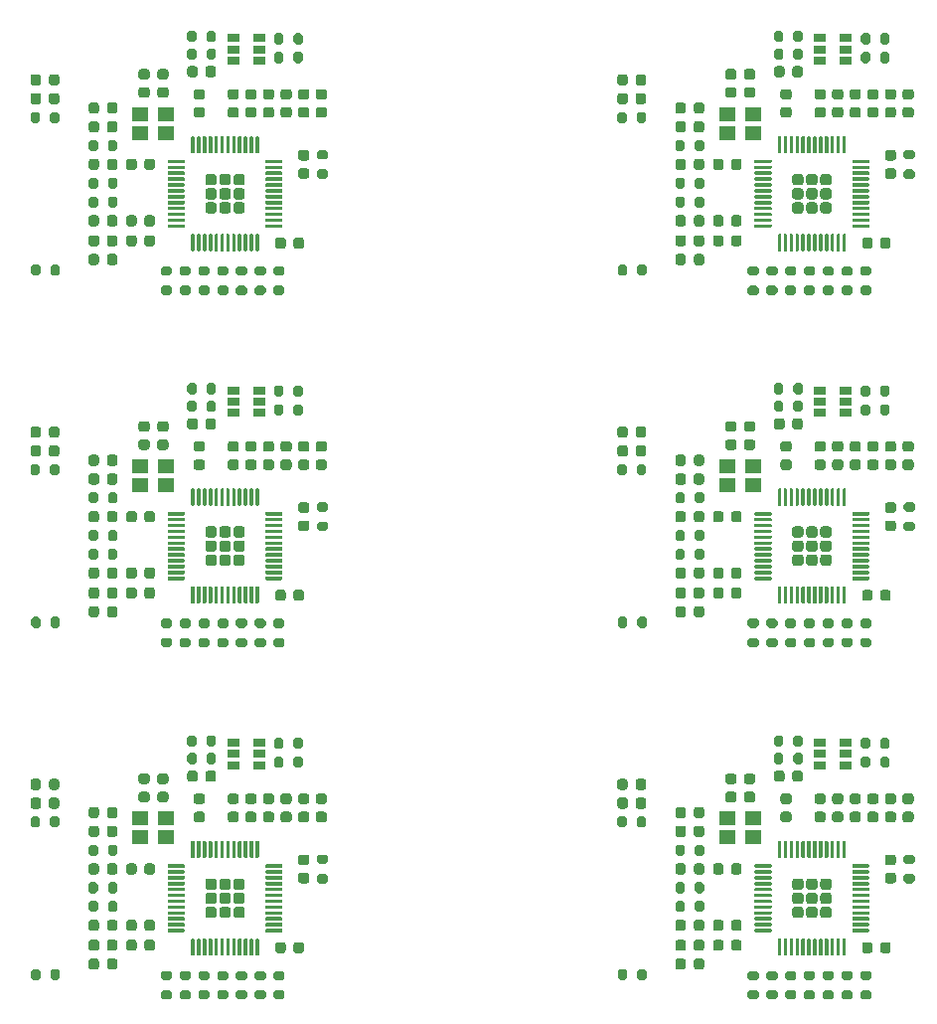
<source format=gtp>
G04 #@! TF.GenerationSoftware,KiCad,Pcbnew,(5.1.8-0-10_14)*
G04 #@! TF.CreationDate,2021-05-20T18:09:43+09:00*
G04 #@! TF.ProjectId,ft2232_jtag_tap,66743232-3332-45f6-9a74-61675f746170,rev?*
G04 #@! TF.SameCoordinates,Original*
G04 #@! TF.FileFunction,Paste,Top*
G04 #@! TF.FilePolarity,Positive*
%FSLAX46Y46*%
G04 Gerber Fmt 4.6, Leading zero omitted, Abs format (unit mm)*
G04 Created by KiCad (PCBNEW (5.1.8-0-10_14)) date 2021-05-20 18:09:43*
%MOMM*%
%LPD*%
G01*
G04 APERTURE LIST*
%ADD10R,1.400000X1.200000*%
%ADD11R,1.060000X0.650000*%
G04 APERTURE END LIST*
G36*
G01*
X121725000Y-164350000D02*
X121725000Y-164850000D01*
G75*
G02*
X121500000Y-165075000I-225000J0D01*
G01*
X121050000Y-165075000D01*
G75*
G02*
X120825000Y-164850000I0J225000D01*
G01*
X120825000Y-164350000D01*
G75*
G02*
X121050000Y-164125000I225000J0D01*
G01*
X121500000Y-164125000D01*
G75*
G02*
X121725000Y-164350000I0J-225000D01*
G01*
G37*
G36*
G01*
X120175000Y-164350000D02*
X120175000Y-164850000D01*
G75*
G02*
X119950000Y-165075000I-225000J0D01*
G01*
X119500000Y-165075000D01*
G75*
G02*
X119275000Y-164850000I0J225000D01*
G01*
X119275000Y-164350000D01*
G75*
G02*
X119500000Y-164125000I225000J0D01*
G01*
X119950000Y-164125000D01*
G75*
G02*
X120175000Y-164350000I0J-225000D01*
G01*
G37*
G36*
G01*
X71725000Y-164350000D02*
X71725000Y-164850000D01*
G75*
G02*
X71500000Y-165075000I-225000J0D01*
G01*
X71050000Y-165075000D01*
G75*
G02*
X70825000Y-164850000I0J225000D01*
G01*
X70825000Y-164350000D01*
G75*
G02*
X71050000Y-164125000I225000J0D01*
G01*
X71500000Y-164125000D01*
G75*
G02*
X71725000Y-164350000I0J-225000D01*
G01*
G37*
G36*
G01*
X70175000Y-164350000D02*
X70175000Y-164850000D01*
G75*
G02*
X69950000Y-165075000I-225000J0D01*
G01*
X69500000Y-165075000D01*
G75*
G02*
X69275000Y-164850000I0J225000D01*
G01*
X69275000Y-164350000D01*
G75*
G02*
X69500000Y-164125000I225000J0D01*
G01*
X69950000Y-164125000D01*
G75*
G02*
X70175000Y-164350000I0J-225000D01*
G01*
G37*
G36*
G01*
X121725000Y-134350000D02*
X121725000Y-134850000D01*
G75*
G02*
X121500000Y-135075000I-225000J0D01*
G01*
X121050000Y-135075000D01*
G75*
G02*
X120825000Y-134850000I0J225000D01*
G01*
X120825000Y-134350000D01*
G75*
G02*
X121050000Y-134125000I225000J0D01*
G01*
X121500000Y-134125000D01*
G75*
G02*
X121725000Y-134350000I0J-225000D01*
G01*
G37*
G36*
G01*
X120175000Y-134350000D02*
X120175000Y-134850000D01*
G75*
G02*
X119950000Y-135075000I-225000J0D01*
G01*
X119500000Y-135075000D01*
G75*
G02*
X119275000Y-134850000I0J225000D01*
G01*
X119275000Y-134350000D01*
G75*
G02*
X119500000Y-134125000I225000J0D01*
G01*
X119950000Y-134125000D01*
G75*
G02*
X120175000Y-134350000I0J-225000D01*
G01*
G37*
G36*
G01*
X71725000Y-134350000D02*
X71725000Y-134850000D01*
G75*
G02*
X71500000Y-135075000I-225000J0D01*
G01*
X71050000Y-135075000D01*
G75*
G02*
X70825000Y-134850000I0J225000D01*
G01*
X70825000Y-134350000D01*
G75*
G02*
X71050000Y-134125000I225000J0D01*
G01*
X71500000Y-134125000D01*
G75*
G02*
X71725000Y-134350000I0J-225000D01*
G01*
G37*
G36*
G01*
X70175000Y-134350000D02*
X70175000Y-134850000D01*
G75*
G02*
X69950000Y-135075000I-225000J0D01*
G01*
X69500000Y-135075000D01*
G75*
G02*
X69275000Y-134850000I0J225000D01*
G01*
X69275000Y-134350000D01*
G75*
G02*
X69500000Y-134125000I225000J0D01*
G01*
X69950000Y-134125000D01*
G75*
G02*
X70175000Y-134350000I0J-225000D01*
G01*
G37*
G36*
G01*
X121725000Y-104350000D02*
X121725000Y-104850000D01*
G75*
G02*
X121500000Y-105075000I-225000J0D01*
G01*
X121050000Y-105075000D01*
G75*
G02*
X120825000Y-104850000I0J225000D01*
G01*
X120825000Y-104350000D01*
G75*
G02*
X121050000Y-104125000I225000J0D01*
G01*
X121500000Y-104125000D01*
G75*
G02*
X121725000Y-104350000I0J-225000D01*
G01*
G37*
G36*
G01*
X120175000Y-104350000D02*
X120175000Y-104850000D01*
G75*
G02*
X119950000Y-105075000I-225000J0D01*
G01*
X119500000Y-105075000D01*
G75*
G02*
X119275000Y-104850000I0J225000D01*
G01*
X119275000Y-104350000D01*
G75*
G02*
X119500000Y-104125000I225000J0D01*
G01*
X119950000Y-104125000D01*
G75*
G02*
X120175000Y-104350000I0J-225000D01*
G01*
G37*
G36*
G01*
X105925000Y-167150000D02*
X105925000Y-166650000D01*
G75*
G02*
X106150000Y-166425000I225000J0D01*
G01*
X106600000Y-166425000D01*
G75*
G02*
X106825000Y-166650000I0J-225000D01*
G01*
X106825000Y-167150000D01*
G75*
G02*
X106600000Y-167375000I-225000J0D01*
G01*
X106150000Y-167375000D01*
G75*
G02*
X105925000Y-167150000I0J225000D01*
G01*
G37*
G36*
G01*
X107475000Y-167150000D02*
X107475000Y-166650000D01*
G75*
G02*
X107700000Y-166425000I225000J0D01*
G01*
X108150000Y-166425000D01*
G75*
G02*
X108375000Y-166650000I0J-225000D01*
G01*
X108375000Y-167150000D01*
G75*
G02*
X108150000Y-167375000I-225000J0D01*
G01*
X107700000Y-167375000D01*
G75*
G02*
X107475000Y-167150000I0J225000D01*
G01*
G37*
G36*
G01*
X55925000Y-167150000D02*
X55925000Y-166650000D01*
G75*
G02*
X56150000Y-166425000I225000J0D01*
G01*
X56600000Y-166425000D01*
G75*
G02*
X56825000Y-166650000I0J-225000D01*
G01*
X56825000Y-167150000D01*
G75*
G02*
X56600000Y-167375000I-225000J0D01*
G01*
X56150000Y-167375000D01*
G75*
G02*
X55925000Y-167150000I0J225000D01*
G01*
G37*
G36*
G01*
X57475000Y-167150000D02*
X57475000Y-166650000D01*
G75*
G02*
X57700000Y-166425000I225000J0D01*
G01*
X58150000Y-166425000D01*
G75*
G02*
X58375000Y-166650000I0J-225000D01*
G01*
X58375000Y-167150000D01*
G75*
G02*
X58150000Y-167375000I-225000J0D01*
G01*
X57700000Y-167375000D01*
G75*
G02*
X57475000Y-167150000I0J225000D01*
G01*
G37*
G36*
G01*
X105925000Y-137150000D02*
X105925000Y-136650000D01*
G75*
G02*
X106150000Y-136425000I225000J0D01*
G01*
X106600000Y-136425000D01*
G75*
G02*
X106825000Y-136650000I0J-225000D01*
G01*
X106825000Y-137150000D01*
G75*
G02*
X106600000Y-137375000I-225000J0D01*
G01*
X106150000Y-137375000D01*
G75*
G02*
X105925000Y-137150000I0J225000D01*
G01*
G37*
G36*
G01*
X107475000Y-137150000D02*
X107475000Y-136650000D01*
G75*
G02*
X107700000Y-136425000I225000J0D01*
G01*
X108150000Y-136425000D01*
G75*
G02*
X108375000Y-136650000I0J-225000D01*
G01*
X108375000Y-137150000D01*
G75*
G02*
X108150000Y-137375000I-225000J0D01*
G01*
X107700000Y-137375000D01*
G75*
G02*
X107475000Y-137150000I0J225000D01*
G01*
G37*
G36*
G01*
X55925000Y-137150000D02*
X55925000Y-136650000D01*
G75*
G02*
X56150000Y-136425000I225000J0D01*
G01*
X56600000Y-136425000D01*
G75*
G02*
X56825000Y-136650000I0J-225000D01*
G01*
X56825000Y-137150000D01*
G75*
G02*
X56600000Y-137375000I-225000J0D01*
G01*
X56150000Y-137375000D01*
G75*
G02*
X55925000Y-137150000I0J225000D01*
G01*
G37*
G36*
G01*
X57475000Y-137150000D02*
X57475000Y-136650000D01*
G75*
G02*
X57700000Y-136425000I225000J0D01*
G01*
X58150000Y-136425000D01*
G75*
G02*
X58375000Y-136650000I0J-225000D01*
G01*
X58375000Y-137150000D01*
G75*
G02*
X58150000Y-137375000I-225000J0D01*
G01*
X57700000Y-137375000D01*
G75*
G02*
X57475000Y-137150000I0J225000D01*
G01*
G37*
G36*
G01*
X105925000Y-107150000D02*
X105925000Y-106650000D01*
G75*
G02*
X106150000Y-106425000I225000J0D01*
G01*
X106600000Y-106425000D01*
G75*
G02*
X106825000Y-106650000I0J-225000D01*
G01*
X106825000Y-107150000D01*
G75*
G02*
X106600000Y-107375000I-225000J0D01*
G01*
X106150000Y-107375000D01*
G75*
G02*
X105925000Y-107150000I0J225000D01*
G01*
G37*
G36*
G01*
X107475000Y-107150000D02*
X107475000Y-106650000D01*
G75*
G02*
X107700000Y-106425000I225000J0D01*
G01*
X108150000Y-106425000D01*
G75*
G02*
X108375000Y-106650000I0J-225000D01*
G01*
X108375000Y-107150000D01*
G75*
G02*
X108150000Y-107375000I-225000J0D01*
G01*
X107700000Y-107375000D01*
G75*
G02*
X107475000Y-107150000I0J225000D01*
G01*
G37*
G36*
G01*
X129450000Y-173725000D02*
X128950000Y-173725000D01*
G75*
G02*
X128725000Y-173500000I0J225000D01*
G01*
X128725000Y-173050000D01*
G75*
G02*
X128950000Y-172825000I225000J0D01*
G01*
X129450000Y-172825000D01*
G75*
G02*
X129675000Y-173050000I0J-225000D01*
G01*
X129675000Y-173500000D01*
G75*
G02*
X129450000Y-173725000I-225000J0D01*
G01*
G37*
G36*
G01*
X129450000Y-172175000D02*
X128950000Y-172175000D01*
G75*
G02*
X128725000Y-171950000I0J225000D01*
G01*
X128725000Y-171500000D01*
G75*
G02*
X128950000Y-171275000I225000J0D01*
G01*
X129450000Y-171275000D01*
G75*
G02*
X129675000Y-171500000I0J-225000D01*
G01*
X129675000Y-171950000D01*
G75*
G02*
X129450000Y-172175000I-225000J0D01*
G01*
G37*
G36*
G01*
X79450000Y-173725000D02*
X78950000Y-173725000D01*
G75*
G02*
X78725000Y-173500000I0J225000D01*
G01*
X78725000Y-173050000D01*
G75*
G02*
X78950000Y-172825000I225000J0D01*
G01*
X79450000Y-172825000D01*
G75*
G02*
X79675000Y-173050000I0J-225000D01*
G01*
X79675000Y-173500000D01*
G75*
G02*
X79450000Y-173725000I-225000J0D01*
G01*
G37*
G36*
G01*
X79450000Y-172175000D02*
X78950000Y-172175000D01*
G75*
G02*
X78725000Y-171950000I0J225000D01*
G01*
X78725000Y-171500000D01*
G75*
G02*
X78950000Y-171275000I225000J0D01*
G01*
X79450000Y-171275000D01*
G75*
G02*
X79675000Y-171500000I0J-225000D01*
G01*
X79675000Y-171950000D01*
G75*
G02*
X79450000Y-172175000I-225000J0D01*
G01*
G37*
G36*
G01*
X129450000Y-143725000D02*
X128950000Y-143725000D01*
G75*
G02*
X128725000Y-143500000I0J225000D01*
G01*
X128725000Y-143050000D01*
G75*
G02*
X128950000Y-142825000I225000J0D01*
G01*
X129450000Y-142825000D01*
G75*
G02*
X129675000Y-143050000I0J-225000D01*
G01*
X129675000Y-143500000D01*
G75*
G02*
X129450000Y-143725000I-225000J0D01*
G01*
G37*
G36*
G01*
X129450000Y-142175000D02*
X128950000Y-142175000D01*
G75*
G02*
X128725000Y-141950000I0J225000D01*
G01*
X128725000Y-141500000D01*
G75*
G02*
X128950000Y-141275000I225000J0D01*
G01*
X129450000Y-141275000D01*
G75*
G02*
X129675000Y-141500000I0J-225000D01*
G01*
X129675000Y-141950000D01*
G75*
G02*
X129450000Y-142175000I-225000J0D01*
G01*
G37*
G36*
G01*
X79450000Y-143725000D02*
X78950000Y-143725000D01*
G75*
G02*
X78725000Y-143500000I0J225000D01*
G01*
X78725000Y-143050000D01*
G75*
G02*
X78950000Y-142825000I225000J0D01*
G01*
X79450000Y-142825000D01*
G75*
G02*
X79675000Y-143050000I0J-225000D01*
G01*
X79675000Y-143500000D01*
G75*
G02*
X79450000Y-143725000I-225000J0D01*
G01*
G37*
G36*
G01*
X79450000Y-142175000D02*
X78950000Y-142175000D01*
G75*
G02*
X78725000Y-141950000I0J225000D01*
G01*
X78725000Y-141500000D01*
G75*
G02*
X78950000Y-141275000I225000J0D01*
G01*
X79450000Y-141275000D01*
G75*
G02*
X79675000Y-141500000I0J-225000D01*
G01*
X79675000Y-141950000D01*
G75*
G02*
X79450000Y-142175000I-225000J0D01*
G01*
G37*
G36*
G01*
X129450000Y-113725000D02*
X128950000Y-113725000D01*
G75*
G02*
X128725000Y-113500000I0J225000D01*
G01*
X128725000Y-113050000D01*
G75*
G02*
X128950000Y-112825000I225000J0D01*
G01*
X129450000Y-112825000D01*
G75*
G02*
X129675000Y-113050000I0J-225000D01*
G01*
X129675000Y-113500000D01*
G75*
G02*
X129450000Y-113725000I-225000J0D01*
G01*
G37*
G36*
G01*
X129450000Y-112175000D02*
X128950000Y-112175000D01*
G75*
G02*
X128725000Y-111950000I0J225000D01*
G01*
X128725000Y-111500000D01*
G75*
G02*
X128950000Y-111275000I225000J0D01*
G01*
X129450000Y-111275000D01*
G75*
G02*
X129675000Y-111500000I0J-225000D01*
G01*
X129675000Y-111950000D01*
G75*
G02*
X129450000Y-112175000I-225000J0D01*
G01*
G37*
G36*
G01*
X117450000Y-166825000D02*
X116950000Y-166825000D01*
G75*
G02*
X116725000Y-166600000I0J225000D01*
G01*
X116725000Y-166150000D01*
G75*
G02*
X116950000Y-165925000I225000J0D01*
G01*
X117450000Y-165925000D01*
G75*
G02*
X117675000Y-166150000I0J-225000D01*
G01*
X117675000Y-166600000D01*
G75*
G02*
X117450000Y-166825000I-225000J0D01*
G01*
G37*
G36*
G01*
X117450000Y-165275000D02*
X116950000Y-165275000D01*
G75*
G02*
X116725000Y-165050000I0J225000D01*
G01*
X116725000Y-164600000D01*
G75*
G02*
X116950000Y-164375000I225000J0D01*
G01*
X117450000Y-164375000D01*
G75*
G02*
X117675000Y-164600000I0J-225000D01*
G01*
X117675000Y-165050000D01*
G75*
G02*
X117450000Y-165275000I-225000J0D01*
G01*
G37*
G36*
G01*
X67450000Y-166825000D02*
X66950000Y-166825000D01*
G75*
G02*
X66725000Y-166600000I0J225000D01*
G01*
X66725000Y-166150000D01*
G75*
G02*
X66950000Y-165925000I225000J0D01*
G01*
X67450000Y-165925000D01*
G75*
G02*
X67675000Y-166150000I0J-225000D01*
G01*
X67675000Y-166600000D01*
G75*
G02*
X67450000Y-166825000I-225000J0D01*
G01*
G37*
G36*
G01*
X67450000Y-165275000D02*
X66950000Y-165275000D01*
G75*
G02*
X66725000Y-165050000I0J225000D01*
G01*
X66725000Y-164600000D01*
G75*
G02*
X66950000Y-164375000I225000J0D01*
G01*
X67450000Y-164375000D01*
G75*
G02*
X67675000Y-164600000I0J-225000D01*
G01*
X67675000Y-165050000D01*
G75*
G02*
X67450000Y-165275000I-225000J0D01*
G01*
G37*
G36*
G01*
X117450000Y-136825000D02*
X116950000Y-136825000D01*
G75*
G02*
X116725000Y-136600000I0J225000D01*
G01*
X116725000Y-136150000D01*
G75*
G02*
X116950000Y-135925000I225000J0D01*
G01*
X117450000Y-135925000D01*
G75*
G02*
X117675000Y-136150000I0J-225000D01*
G01*
X117675000Y-136600000D01*
G75*
G02*
X117450000Y-136825000I-225000J0D01*
G01*
G37*
G36*
G01*
X117450000Y-135275000D02*
X116950000Y-135275000D01*
G75*
G02*
X116725000Y-135050000I0J225000D01*
G01*
X116725000Y-134600000D01*
G75*
G02*
X116950000Y-134375000I225000J0D01*
G01*
X117450000Y-134375000D01*
G75*
G02*
X117675000Y-134600000I0J-225000D01*
G01*
X117675000Y-135050000D01*
G75*
G02*
X117450000Y-135275000I-225000J0D01*
G01*
G37*
G36*
G01*
X67450000Y-136825000D02*
X66950000Y-136825000D01*
G75*
G02*
X66725000Y-136600000I0J225000D01*
G01*
X66725000Y-136150000D01*
G75*
G02*
X66950000Y-135925000I225000J0D01*
G01*
X67450000Y-135925000D01*
G75*
G02*
X67675000Y-136150000I0J-225000D01*
G01*
X67675000Y-136600000D01*
G75*
G02*
X67450000Y-136825000I-225000J0D01*
G01*
G37*
G36*
G01*
X67450000Y-135275000D02*
X66950000Y-135275000D01*
G75*
G02*
X66725000Y-135050000I0J225000D01*
G01*
X66725000Y-134600000D01*
G75*
G02*
X66950000Y-134375000I225000J0D01*
G01*
X67450000Y-134375000D01*
G75*
G02*
X67675000Y-134600000I0J-225000D01*
G01*
X67675000Y-135050000D01*
G75*
G02*
X67450000Y-135275000I-225000J0D01*
G01*
G37*
G36*
G01*
X117450000Y-106825000D02*
X116950000Y-106825000D01*
G75*
G02*
X116725000Y-106600000I0J225000D01*
G01*
X116725000Y-106150000D01*
G75*
G02*
X116950000Y-105925000I225000J0D01*
G01*
X117450000Y-105925000D01*
G75*
G02*
X117675000Y-106150000I0J-225000D01*
G01*
X117675000Y-106600000D01*
G75*
G02*
X117450000Y-106825000I-225000J0D01*
G01*
G37*
G36*
G01*
X117450000Y-105275000D02*
X116950000Y-105275000D01*
G75*
G02*
X116725000Y-105050000I0J225000D01*
G01*
X116725000Y-104600000D01*
G75*
G02*
X116950000Y-104375000I225000J0D01*
G01*
X117450000Y-104375000D01*
G75*
G02*
X117675000Y-104600000I0J-225000D01*
G01*
X117675000Y-105050000D01*
G75*
G02*
X117450000Y-105275000I-225000J0D01*
G01*
G37*
G36*
G01*
X115850000Y-166825000D02*
X115350000Y-166825000D01*
G75*
G02*
X115125000Y-166600000I0J225000D01*
G01*
X115125000Y-166150000D01*
G75*
G02*
X115350000Y-165925000I225000J0D01*
G01*
X115850000Y-165925000D01*
G75*
G02*
X116075000Y-166150000I0J-225000D01*
G01*
X116075000Y-166600000D01*
G75*
G02*
X115850000Y-166825000I-225000J0D01*
G01*
G37*
G36*
G01*
X115850000Y-165275000D02*
X115350000Y-165275000D01*
G75*
G02*
X115125000Y-165050000I0J225000D01*
G01*
X115125000Y-164600000D01*
G75*
G02*
X115350000Y-164375000I225000J0D01*
G01*
X115850000Y-164375000D01*
G75*
G02*
X116075000Y-164600000I0J-225000D01*
G01*
X116075000Y-165050000D01*
G75*
G02*
X115850000Y-165275000I-225000J0D01*
G01*
G37*
G36*
G01*
X65850000Y-166825000D02*
X65350000Y-166825000D01*
G75*
G02*
X65125000Y-166600000I0J225000D01*
G01*
X65125000Y-166150000D01*
G75*
G02*
X65350000Y-165925000I225000J0D01*
G01*
X65850000Y-165925000D01*
G75*
G02*
X66075000Y-166150000I0J-225000D01*
G01*
X66075000Y-166600000D01*
G75*
G02*
X65850000Y-166825000I-225000J0D01*
G01*
G37*
G36*
G01*
X65850000Y-165275000D02*
X65350000Y-165275000D01*
G75*
G02*
X65125000Y-165050000I0J225000D01*
G01*
X65125000Y-164600000D01*
G75*
G02*
X65350000Y-164375000I225000J0D01*
G01*
X65850000Y-164375000D01*
G75*
G02*
X66075000Y-164600000I0J-225000D01*
G01*
X66075000Y-165050000D01*
G75*
G02*
X65850000Y-165275000I-225000J0D01*
G01*
G37*
G36*
G01*
X115850000Y-136825000D02*
X115350000Y-136825000D01*
G75*
G02*
X115125000Y-136600000I0J225000D01*
G01*
X115125000Y-136150000D01*
G75*
G02*
X115350000Y-135925000I225000J0D01*
G01*
X115850000Y-135925000D01*
G75*
G02*
X116075000Y-136150000I0J-225000D01*
G01*
X116075000Y-136600000D01*
G75*
G02*
X115850000Y-136825000I-225000J0D01*
G01*
G37*
G36*
G01*
X115850000Y-135275000D02*
X115350000Y-135275000D01*
G75*
G02*
X115125000Y-135050000I0J225000D01*
G01*
X115125000Y-134600000D01*
G75*
G02*
X115350000Y-134375000I225000J0D01*
G01*
X115850000Y-134375000D01*
G75*
G02*
X116075000Y-134600000I0J-225000D01*
G01*
X116075000Y-135050000D01*
G75*
G02*
X115850000Y-135275000I-225000J0D01*
G01*
G37*
G36*
G01*
X65850000Y-136825000D02*
X65350000Y-136825000D01*
G75*
G02*
X65125000Y-136600000I0J225000D01*
G01*
X65125000Y-136150000D01*
G75*
G02*
X65350000Y-135925000I225000J0D01*
G01*
X65850000Y-135925000D01*
G75*
G02*
X66075000Y-136150000I0J-225000D01*
G01*
X66075000Y-136600000D01*
G75*
G02*
X65850000Y-136825000I-225000J0D01*
G01*
G37*
G36*
G01*
X65850000Y-135275000D02*
X65350000Y-135275000D01*
G75*
G02*
X65125000Y-135050000I0J225000D01*
G01*
X65125000Y-134600000D01*
G75*
G02*
X65350000Y-134375000I225000J0D01*
G01*
X65850000Y-134375000D01*
G75*
G02*
X66075000Y-134600000I0J-225000D01*
G01*
X66075000Y-135050000D01*
G75*
G02*
X65850000Y-135275000I-225000J0D01*
G01*
G37*
G36*
G01*
X115850000Y-106825000D02*
X115350000Y-106825000D01*
G75*
G02*
X115125000Y-106600000I0J225000D01*
G01*
X115125000Y-106150000D01*
G75*
G02*
X115350000Y-105925000I225000J0D01*
G01*
X115850000Y-105925000D01*
G75*
G02*
X116075000Y-106150000I0J-225000D01*
G01*
X116075000Y-106600000D01*
G75*
G02*
X115850000Y-106825000I-225000J0D01*
G01*
G37*
G36*
G01*
X115850000Y-105275000D02*
X115350000Y-105275000D01*
G75*
G02*
X115125000Y-105050000I0J225000D01*
G01*
X115125000Y-104600000D01*
G75*
G02*
X115350000Y-104375000I225000J0D01*
G01*
X115850000Y-104375000D01*
G75*
G02*
X116075000Y-104600000I0J-225000D01*
G01*
X116075000Y-105050000D01*
G75*
G02*
X115850000Y-105275000I-225000J0D01*
G01*
G37*
G36*
G01*
X123450000Y-168525000D02*
X122950000Y-168525000D01*
G75*
G02*
X122725000Y-168300000I0J225000D01*
G01*
X122725000Y-167850000D01*
G75*
G02*
X122950000Y-167625000I225000J0D01*
G01*
X123450000Y-167625000D01*
G75*
G02*
X123675000Y-167850000I0J-225000D01*
G01*
X123675000Y-168300000D01*
G75*
G02*
X123450000Y-168525000I-225000J0D01*
G01*
G37*
G36*
G01*
X123450000Y-166975000D02*
X122950000Y-166975000D01*
G75*
G02*
X122725000Y-166750000I0J225000D01*
G01*
X122725000Y-166300000D01*
G75*
G02*
X122950000Y-166075000I225000J0D01*
G01*
X123450000Y-166075000D01*
G75*
G02*
X123675000Y-166300000I0J-225000D01*
G01*
X123675000Y-166750000D01*
G75*
G02*
X123450000Y-166975000I-225000J0D01*
G01*
G37*
G36*
G01*
X73450000Y-168525000D02*
X72950000Y-168525000D01*
G75*
G02*
X72725000Y-168300000I0J225000D01*
G01*
X72725000Y-167850000D01*
G75*
G02*
X72950000Y-167625000I225000J0D01*
G01*
X73450000Y-167625000D01*
G75*
G02*
X73675000Y-167850000I0J-225000D01*
G01*
X73675000Y-168300000D01*
G75*
G02*
X73450000Y-168525000I-225000J0D01*
G01*
G37*
G36*
G01*
X73450000Y-166975000D02*
X72950000Y-166975000D01*
G75*
G02*
X72725000Y-166750000I0J225000D01*
G01*
X72725000Y-166300000D01*
G75*
G02*
X72950000Y-166075000I225000J0D01*
G01*
X73450000Y-166075000D01*
G75*
G02*
X73675000Y-166300000I0J-225000D01*
G01*
X73675000Y-166750000D01*
G75*
G02*
X73450000Y-166975000I-225000J0D01*
G01*
G37*
G36*
G01*
X123450000Y-138525000D02*
X122950000Y-138525000D01*
G75*
G02*
X122725000Y-138300000I0J225000D01*
G01*
X122725000Y-137850000D01*
G75*
G02*
X122950000Y-137625000I225000J0D01*
G01*
X123450000Y-137625000D01*
G75*
G02*
X123675000Y-137850000I0J-225000D01*
G01*
X123675000Y-138300000D01*
G75*
G02*
X123450000Y-138525000I-225000J0D01*
G01*
G37*
G36*
G01*
X123450000Y-136975000D02*
X122950000Y-136975000D01*
G75*
G02*
X122725000Y-136750000I0J225000D01*
G01*
X122725000Y-136300000D01*
G75*
G02*
X122950000Y-136075000I225000J0D01*
G01*
X123450000Y-136075000D01*
G75*
G02*
X123675000Y-136300000I0J-225000D01*
G01*
X123675000Y-136750000D01*
G75*
G02*
X123450000Y-136975000I-225000J0D01*
G01*
G37*
G36*
G01*
X73450000Y-138525000D02*
X72950000Y-138525000D01*
G75*
G02*
X72725000Y-138300000I0J225000D01*
G01*
X72725000Y-137850000D01*
G75*
G02*
X72950000Y-137625000I225000J0D01*
G01*
X73450000Y-137625000D01*
G75*
G02*
X73675000Y-137850000I0J-225000D01*
G01*
X73675000Y-138300000D01*
G75*
G02*
X73450000Y-138525000I-225000J0D01*
G01*
G37*
G36*
G01*
X73450000Y-136975000D02*
X72950000Y-136975000D01*
G75*
G02*
X72725000Y-136750000I0J225000D01*
G01*
X72725000Y-136300000D01*
G75*
G02*
X72950000Y-136075000I225000J0D01*
G01*
X73450000Y-136075000D01*
G75*
G02*
X73675000Y-136300000I0J-225000D01*
G01*
X73675000Y-136750000D01*
G75*
G02*
X73450000Y-136975000I-225000J0D01*
G01*
G37*
G36*
G01*
X123450000Y-108525000D02*
X122950000Y-108525000D01*
G75*
G02*
X122725000Y-108300000I0J225000D01*
G01*
X122725000Y-107850000D01*
G75*
G02*
X122950000Y-107625000I225000J0D01*
G01*
X123450000Y-107625000D01*
G75*
G02*
X123675000Y-107850000I0J-225000D01*
G01*
X123675000Y-108300000D01*
G75*
G02*
X123450000Y-108525000I-225000J0D01*
G01*
G37*
G36*
G01*
X123450000Y-106975000D02*
X122950000Y-106975000D01*
G75*
G02*
X122725000Y-106750000I0J225000D01*
G01*
X122725000Y-106300000D01*
G75*
G02*
X122950000Y-106075000I225000J0D01*
G01*
X123450000Y-106075000D01*
G75*
G02*
X123675000Y-106300000I0J-225000D01*
G01*
X123675000Y-106750000D01*
G75*
G02*
X123450000Y-106975000I-225000J0D01*
G01*
G37*
G36*
G01*
X129450000Y-168525000D02*
X128950000Y-168525000D01*
G75*
G02*
X128725000Y-168300000I0J225000D01*
G01*
X128725000Y-167850000D01*
G75*
G02*
X128950000Y-167625000I225000J0D01*
G01*
X129450000Y-167625000D01*
G75*
G02*
X129675000Y-167850000I0J-225000D01*
G01*
X129675000Y-168300000D01*
G75*
G02*
X129450000Y-168525000I-225000J0D01*
G01*
G37*
G36*
G01*
X129450000Y-166975000D02*
X128950000Y-166975000D01*
G75*
G02*
X128725000Y-166750000I0J225000D01*
G01*
X128725000Y-166300000D01*
G75*
G02*
X128950000Y-166075000I225000J0D01*
G01*
X129450000Y-166075000D01*
G75*
G02*
X129675000Y-166300000I0J-225000D01*
G01*
X129675000Y-166750000D01*
G75*
G02*
X129450000Y-166975000I-225000J0D01*
G01*
G37*
G36*
G01*
X79450000Y-168525000D02*
X78950000Y-168525000D01*
G75*
G02*
X78725000Y-168300000I0J225000D01*
G01*
X78725000Y-167850000D01*
G75*
G02*
X78950000Y-167625000I225000J0D01*
G01*
X79450000Y-167625000D01*
G75*
G02*
X79675000Y-167850000I0J-225000D01*
G01*
X79675000Y-168300000D01*
G75*
G02*
X79450000Y-168525000I-225000J0D01*
G01*
G37*
G36*
G01*
X79450000Y-166975000D02*
X78950000Y-166975000D01*
G75*
G02*
X78725000Y-166750000I0J225000D01*
G01*
X78725000Y-166300000D01*
G75*
G02*
X78950000Y-166075000I225000J0D01*
G01*
X79450000Y-166075000D01*
G75*
G02*
X79675000Y-166300000I0J-225000D01*
G01*
X79675000Y-166750000D01*
G75*
G02*
X79450000Y-166975000I-225000J0D01*
G01*
G37*
G36*
G01*
X129450000Y-138525000D02*
X128950000Y-138525000D01*
G75*
G02*
X128725000Y-138300000I0J225000D01*
G01*
X128725000Y-137850000D01*
G75*
G02*
X128950000Y-137625000I225000J0D01*
G01*
X129450000Y-137625000D01*
G75*
G02*
X129675000Y-137850000I0J-225000D01*
G01*
X129675000Y-138300000D01*
G75*
G02*
X129450000Y-138525000I-225000J0D01*
G01*
G37*
G36*
G01*
X129450000Y-136975000D02*
X128950000Y-136975000D01*
G75*
G02*
X128725000Y-136750000I0J225000D01*
G01*
X128725000Y-136300000D01*
G75*
G02*
X128950000Y-136075000I225000J0D01*
G01*
X129450000Y-136075000D01*
G75*
G02*
X129675000Y-136300000I0J-225000D01*
G01*
X129675000Y-136750000D01*
G75*
G02*
X129450000Y-136975000I-225000J0D01*
G01*
G37*
G36*
G01*
X79450000Y-138525000D02*
X78950000Y-138525000D01*
G75*
G02*
X78725000Y-138300000I0J225000D01*
G01*
X78725000Y-137850000D01*
G75*
G02*
X78950000Y-137625000I225000J0D01*
G01*
X79450000Y-137625000D01*
G75*
G02*
X79675000Y-137850000I0J-225000D01*
G01*
X79675000Y-138300000D01*
G75*
G02*
X79450000Y-138525000I-225000J0D01*
G01*
G37*
G36*
G01*
X79450000Y-136975000D02*
X78950000Y-136975000D01*
G75*
G02*
X78725000Y-136750000I0J225000D01*
G01*
X78725000Y-136300000D01*
G75*
G02*
X78950000Y-136075000I225000J0D01*
G01*
X79450000Y-136075000D01*
G75*
G02*
X79675000Y-136300000I0J-225000D01*
G01*
X79675000Y-136750000D01*
G75*
G02*
X79450000Y-136975000I-225000J0D01*
G01*
G37*
G36*
G01*
X129450000Y-108525000D02*
X128950000Y-108525000D01*
G75*
G02*
X128725000Y-108300000I0J225000D01*
G01*
X128725000Y-107850000D01*
G75*
G02*
X128950000Y-107625000I225000J0D01*
G01*
X129450000Y-107625000D01*
G75*
G02*
X129675000Y-107850000I0J-225000D01*
G01*
X129675000Y-108300000D01*
G75*
G02*
X129450000Y-108525000I-225000J0D01*
G01*
G37*
G36*
G01*
X129450000Y-106975000D02*
X128950000Y-106975000D01*
G75*
G02*
X128725000Y-106750000I0J225000D01*
G01*
X128725000Y-106300000D01*
G75*
G02*
X128950000Y-106075000I225000J0D01*
G01*
X129450000Y-106075000D01*
G75*
G02*
X129675000Y-106300000I0J-225000D01*
G01*
X129675000Y-106750000D01*
G75*
G02*
X129450000Y-106975000I-225000J0D01*
G01*
G37*
G36*
G01*
X124950000Y-168525000D02*
X124450000Y-168525000D01*
G75*
G02*
X124225000Y-168300000I0J225000D01*
G01*
X124225000Y-167850000D01*
G75*
G02*
X124450000Y-167625000I225000J0D01*
G01*
X124950000Y-167625000D01*
G75*
G02*
X125175000Y-167850000I0J-225000D01*
G01*
X125175000Y-168300000D01*
G75*
G02*
X124950000Y-168525000I-225000J0D01*
G01*
G37*
G36*
G01*
X124950000Y-166975000D02*
X124450000Y-166975000D01*
G75*
G02*
X124225000Y-166750000I0J225000D01*
G01*
X124225000Y-166300000D01*
G75*
G02*
X124450000Y-166075000I225000J0D01*
G01*
X124950000Y-166075000D01*
G75*
G02*
X125175000Y-166300000I0J-225000D01*
G01*
X125175000Y-166750000D01*
G75*
G02*
X124950000Y-166975000I-225000J0D01*
G01*
G37*
G36*
G01*
X74950000Y-168525000D02*
X74450000Y-168525000D01*
G75*
G02*
X74225000Y-168300000I0J225000D01*
G01*
X74225000Y-167850000D01*
G75*
G02*
X74450000Y-167625000I225000J0D01*
G01*
X74950000Y-167625000D01*
G75*
G02*
X75175000Y-167850000I0J-225000D01*
G01*
X75175000Y-168300000D01*
G75*
G02*
X74950000Y-168525000I-225000J0D01*
G01*
G37*
G36*
G01*
X74950000Y-166975000D02*
X74450000Y-166975000D01*
G75*
G02*
X74225000Y-166750000I0J225000D01*
G01*
X74225000Y-166300000D01*
G75*
G02*
X74450000Y-166075000I225000J0D01*
G01*
X74950000Y-166075000D01*
G75*
G02*
X75175000Y-166300000I0J-225000D01*
G01*
X75175000Y-166750000D01*
G75*
G02*
X74950000Y-166975000I-225000J0D01*
G01*
G37*
G36*
G01*
X124950000Y-138525000D02*
X124450000Y-138525000D01*
G75*
G02*
X124225000Y-138300000I0J225000D01*
G01*
X124225000Y-137850000D01*
G75*
G02*
X124450000Y-137625000I225000J0D01*
G01*
X124950000Y-137625000D01*
G75*
G02*
X125175000Y-137850000I0J-225000D01*
G01*
X125175000Y-138300000D01*
G75*
G02*
X124950000Y-138525000I-225000J0D01*
G01*
G37*
G36*
G01*
X124950000Y-136975000D02*
X124450000Y-136975000D01*
G75*
G02*
X124225000Y-136750000I0J225000D01*
G01*
X124225000Y-136300000D01*
G75*
G02*
X124450000Y-136075000I225000J0D01*
G01*
X124950000Y-136075000D01*
G75*
G02*
X125175000Y-136300000I0J-225000D01*
G01*
X125175000Y-136750000D01*
G75*
G02*
X124950000Y-136975000I-225000J0D01*
G01*
G37*
G36*
G01*
X74950000Y-138525000D02*
X74450000Y-138525000D01*
G75*
G02*
X74225000Y-138300000I0J225000D01*
G01*
X74225000Y-137850000D01*
G75*
G02*
X74450000Y-137625000I225000J0D01*
G01*
X74950000Y-137625000D01*
G75*
G02*
X75175000Y-137850000I0J-225000D01*
G01*
X75175000Y-138300000D01*
G75*
G02*
X74950000Y-138525000I-225000J0D01*
G01*
G37*
G36*
G01*
X74950000Y-136975000D02*
X74450000Y-136975000D01*
G75*
G02*
X74225000Y-136750000I0J225000D01*
G01*
X74225000Y-136300000D01*
G75*
G02*
X74450000Y-136075000I225000J0D01*
G01*
X74950000Y-136075000D01*
G75*
G02*
X75175000Y-136300000I0J-225000D01*
G01*
X75175000Y-136750000D01*
G75*
G02*
X74950000Y-136975000I-225000J0D01*
G01*
G37*
G36*
G01*
X124950000Y-108525000D02*
X124450000Y-108525000D01*
G75*
G02*
X124225000Y-108300000I0J225000D01*
G01*
X124225000Y-107850000D01*
G75*
G02*
X124450000Y-107625000I225000J0D01*
G01*
X124950000Y-107625000D01*
G75*
G02*
X125175000Y-107850000I0J-225000D01*
G01*
X125175000Y-108300000D01*
G75*
G02*
X124950000Y-108525000I-225000J0D01*
G01*
G37*
G36*
G01*
X124950000Y-106975000D02*
X124450000Y-106975000D01*
G75*
G02*
X124225000Y-106750000I0J225000D01*
G01*
X124225000Y-106300000D01*
G75*
G02*
X124450000Y-106075000I225000J0D01*
G01*
X124950000Y-106075000D01*
G75*
G02*
X125175000Y-106300000I0J-225000D01*
G01*
X125175000Y-106750000D01*
G75*
G02*
X124950000Y-106975000I-225000J0D01*
G01*
G37*
G36*
G01*
X113325000Y-169050000D02*
X113325000Y-169550000D01*
G75*
G02*
X113100000Y-169775000I-225000J0D01*
G01*
X112650000Y-169775000D01*
G75*
G02*
X112425000Y-169550000I0J225000D01*
G01*
X112425000Y-169050000D01*
G75*
G02*
X112650000Y-168825000I225000J0D01*
G01*
X113100000Y-168825000D01*
G75*
G02*
X113325000Y-169050000I0J-225000D01*
G01*
G37*
G36*
G01*
X111775000Y-169050000D02*
X111775000Y-169550000D01*
G75*
G02*
X111550000Y-169775000I-225000J0D01*
G01*
X111100000Y-169775000D01*
G75*
G02*
X110875000Y-169550000I0J225000D01*
G01*
X110875000Y-169050000D01*
G75*
G02*
X111100000Y-168825000I225000J0D01*
G01*
X111550000Y-168825000D01*
G75*
G02*
X111775000Y-169050000I0J-225000D01*
G01*
G37*
G36*
G01*
X63325000Y-169050000D02*
X63325000Y-169550000D01*
G75*
G02*
X63100000Y-169775000I-225000J0D01*
G01*
X62650000Y-169775000D01*
G75*
G02*
X62425000Y-169550000I0J225000D01*
G01*
X62425000Y-169050000D01*
G75*
G02*
X62650000Y-168825000I225000J0D01*
G01*
X63100000Y-168825000D01*
G75*
G02*
X63325000Y-169050000I0J-225000D01*
G01*
G37*
G36*
G01*
X61775000Y-169050000D02*
X61775000Y-169550000D01*
G75*
G02*
X61550000Y-169775000I-225000J0D01*
G01*
X61100000Y-169775000D01*
G75*
G02*
X60875000Y-169550000I0J225000D01*
G01*
X60875000Y-169050000D01*
G75*
G02*
X61100000Y-168825000I225000J0D01*
G01*
X61550000Y-168825000D01*
G75*
G02*
X61775000Y-169050000I0J-225000D01*
G01*
G37*
G36*
G01*
X113325000Y-139050000D02*
X113325000Y-139550000D01*
G75*
G02*
X113100000Y-139775000I-225000J0D01*
G01*
X112650000Y-139775000D01*
G75*
G02*
X112425000Y-139550000I0J225000D01*
G01*
X112425000Y-139050000D01*
G75*
G02*
X112650000Y-138825000I225000J0D01*
G01*
X113100000Y-138825000D01*
G75*
G02*
X113325000Y-139050000I0J-225000D01*
G01*
G37*
G36*
G01*
X111775000Y-139050000D02*
X111775000Y-139550000D01*
G75*
G02*
X111550000Y-139775000I-225000J0D01*
G01*
X111100000Y-139775000D01*
G75*
G02*
X110875000Y-139550000I0J225000D01*
G01*
X110875000Y-139050000D01*
G75*
G02*
X111100000Y-138825000I225000J0D01*
G01*
X111550000Y-138825000D01*
G75*
G02*
X111775000Y-139050000I0J-225000D01*
G01*
G37*
G36*
G01*
X63325000Y-139050000D02*
X63325000Y-139550000D01*
G75*
G02*
X63100000Y-139775000I-225000J0D01*
G01*
X62650000Y-139775000D01*
G75*
G02*
X62425000Y-139550000I0J225000D01*
G01*
X62425000Y-139050000D01*
G75*
G02*
X62650000Y-138825000I225000J0D01*
G01*
X63100000Y-138825000D01*
G75*
G02*
X63325000Y-139050000I0J-225000D01*
G01*
G37*
G36*
G01*
X61775000Y-139050000D02*
X61775000Y-139550000D01*
G75*
G02*
X61550000Y-139775000I-225000J0D01*
G01*
X61100000Y-139775000D01*
G75*
G02*
X60875000Y-139550000I0J225000D01*
G01*
X60875000Y-139050000D01*
G75*
G02*
X61100000Y-138825000I225000J0D01*
G01*
X61550000Y-138825000D01*
G75*
G02*
X61775000Y-139050000I0J-225000D01*
G01*
G37*
G36*
G01*
X113325000Y-109050000D02*
X113325000Y-109550000D01*
G75*
G02*
X113100000Y-109775000I-225000J0D01*
G01*
X112650000Y-109775000D01*
G75*
G02*
X112425000Y-109550000I0J225000D01*
G01*
X112425000Y-109050000D01*
G75*
G02*
X112650000Y-108825000I225000J0D01*
G01*
X113100000Y-108825000D01*
G75*
G02*
X113325000Y-109050000I0J-225000D01*
G01*
G37*
G36*
G01*
X111775000Y-109050000D02*
X111775000Y-109550000D01*
G75*
G02*
X111550000Y-109775000I-225000J0D01*
G01*
X111100000Y-109775000D01*
G75*
G02*
X110875000Y-109550000I0J225000D01*
G01*
X110875000Y-109050000D01*
G75*
G02*
X111100000Y-108825000I225000J0D01*
G01*
X111550000Y-108825000D01*
G75*
G02*
X111775000Y-109050000I0J-225000D01*
G01*
G37*
G36*
G01*
X120550000Y-168525000D02*
X120050000Y-168525000D01*
G75*
G02*
X119825000Y-168300000I0J225000D01*
G01*
X119825000Y-167850000D01*
G75*
G02*
X120050000Y-167625000I225000J0D01*
G01*
X120550000Y-167625000D01*
G75*
G02*
X120775000Y-167850000I0J-225000D01*
G01*
X120775000Y-168300000D01*
G75*
G02*
X120550000Y-168525000I-225000J0D01*
G01*
G37*
G36*
G01*
X120550000Y-166975000D02*
X120050000Y-166975000D01*
G75*
G02*
X119825000Y-166750000I0J225000D01*
G01*
X119825000Y-166300000D01*
G75*
G02*
X120050000Y-166075000I225000J0D01*
G01*
X120550000Y-166075000D01*
G75*
G02*
X120775000Y-166300000I0J-225000D01*
G01*
X120775000Y-166750000D01*
G75*
G02*
X120550000Y-166975000I-225000J0D01*
G01*
G37*
G36*
G01*
X70550000Y-168525000D02*
X70050000Y-168525000D01*
G75*
G02*
X69825000Y-168300000I0J225000D01*
G01*
X69825000Y-167850000D01*
G75*
G02*
X70050000Y-167625000I225000J0D01*
G01*
X70550000Y-167625000D01*
G75*
G02*
X70775000Y-167850000I0J-225000D01*
G01*
X70775000Y-168300000D01*
G75*
G02*
X70550000Y-168525000I-225000J0D01*
G01*
G37*
G36*
G01*
X70550000Y-166975000D02*
X70050000Y-166975000D01*
G75*
G02*
X69825000Y-166750000I0J225000D01*
G01*
X69825000Y-166300000D01*
G75*
G02*
X70050000Y-166075000I225000J0D01*
G01*
X70550000Y-166075000D01*
G75*
G02*
X70775000Y-166300000I0J-225000D01*
G01*
X70775000Y-166750000D01*
G75*
G02*
X70550000Y-166975000I-225000J0D01*
G01*
G37*
G36*
G01*
X120550000Y-138525000D02*
X120050000Y-138525000D01*
G75*
G02*
X119825000Y-138300000I0J225000D01*
G01*
X119825000Y-137850000D01*
G75*
G02*
X120050000Y-137625000I225000J0D01*
G01*
X120550000Y-137625000D01*
G75*
G02*
X120775000Y-137850000I0J-225000D01*
G01*
X120775000Y-138300000D01*
G75*
G02*
X120550000Y-138525000I-225000J0D01*
G01*
G37*
G36*
G01*
X120550000Y-136975000D02*
X120050000Y-136975000D01*
G75*
G02*
X119825000Y-136750000I0J225000D01*
G01*
X119825000Y-136300000D01*
G75*
G02*
X120050000Y-136075000I225000J0D01*
G01*
X120550000Y-136075000D01*
G75*
G02*
X120775000Y-136300000I0J-225000D01*
G01*
X120775000Y-136750000D01*
G75*
G02*
X120550000Y-136975000I-225000J0D01*
G01*
G37*
G36*
G01*
X70550000Y-138525000D02*
X70050000Y-138525000D01*
G75*
G02*
X69825000Y-138300000I0J225000D01*
G01*
X69825000Y-137850000D01*
G75*
G02*
X70050000Y-137625000I225000J0D01*
G01*
X70550000Y-137625000D01*
G75*
G02*
X70775000Y-137850000I0J-225000D01*
G01*
X70775000Y-138300000D01*
G75*
G02*
X70550000Y-138525000I-225000J0D01*
G01*
G37*
G36*
G01*
X70550000Y-136975000D02*
X70050000Y-136975000D01*
G75*
G02*
X69825000Y-136750000I0J225000D01*
G01*
X69825000Y-136300000D01*
G75*
G02*
X70050000Y-136075000I225000J0D01*
G01*
X70550000Y-136075000D01*
G75*
G02*
X70775000Y-136300000I0J-225000D01*
G01*
X70775000Y-136750000D01*
G75*
G02*
X70550000Y-136975000I-225000J0D01*
G01*
G37*
G36*
G01*
X120550000Y-108525000D02*
X120050000Y-108525000D01*
G75*
G02*
X119825000Y-108300000I0J225000D01*
G01*
X119825000Y-107850000D01*
G75*
G02*
X120050000Y-107625000I225000J0D01*
G01*
X120550000Y-107625000D01*
G75*
G02*
X120775000Y-107850000I0J-225000D01*
G01*
X120775000Y-108300000D01*
G75*
G02*
X120550000Y-108525000I-225000J0D01*
G01*
G37*
G36*
G01*
X120550000Y-106975000D02*
X120050000Y-106975000D01*
G75*
G02*
X119825000Y-106750000I0J225000D01*
G01*
X119825000Y-106300000D01*
G75*
G02*
X120050000Y-106075000I225000J0D01*
G01*
X120550000Y-106075000D01*
G75*
G02*
X120775000Y-106300000I0J-225000D01*
G01*
X120775000Y-106750000D01*
G75*
G02*
X120550000Y-106975000I-225000J0D01*
G01*
G37*
G36*
G01*
X127950000Y-168525000D02*
X127450000Y-168525000D01*
G75*
G02*
X127225000Y-168300000I0J225000D01*
G01*
X127225000Y-167850000D01*
G75*
G02*
X127450000Y-167625000I225000J0D01*
G01*
X127950000Y-167625000D01*
G75*
G02*
X128175000Y-167850000I0J-225000D01*
G01*
X128175000Y-168300000D01*
G75*
G02*
X127950000Y-168525000I-225000J0D01*
G01*
G37*
G36*
G01*
X127950000Y-166975000D02*
X127450000Y-166975000D01*
G75*
G02*
X127225000Y-166750000I0J225000D01*
G01*
X127225000Y-166300000D01*
G75*
G02*
X127450000Y-166075000I225000J0D01*
G01*
X127950000Y-166075000D01*
G75*
G02*
X128175000Y-166300000I0J-225000D01*
G01*
X128175000Y-166750000D01*
G75*
G02*
X127950000Y-166975000I-225000J0D01*
G01*
G37*
G36*
G01*
X77950000Y-168525000D02*
X77450000Y-168525000D01*
G75*
G02*
X77225000Y-168300000I0J225000D01*
G01*
X77225000Y-167850000D01*
G75*
G02*
X77450000Y-167625000I225000J0D01*
G01*
X77950000Y-167625000D01*
G75*
G02*
X78175000Y-167850000I0J-225000D01*
G01*
X78175000Y-168300000D01*
G75*
G02*
X77950000Y-168525000I-225000J0D01*
G01*
G37*
G36*
G01*
X77950000Y-166975000D02*
X77450000Y-166975000D01*
G75*
G02*
X77225000Y-166750000I0J225000D01*
G01*
X77225000Y-166300000D01*
G75*
G02*
X77450000Y-166075000I225000J0D01*
G01*
X77950000Y-166075000D01*
G75*
G02*
X78175000Y-166300000I0J-225000D01*
G01*
X78175000Y-166750000D01*
G75*
G02*
X77950000Y-166975000I-225000J0D01*
G01*
G37*
G36*
G01*
X127950000Y-138525000D02*
X127450000Y-138525000D01*
G75*
G02*
X127225000Y-138300000I0J225000D01*
G01*
X127225000Y-137850000D01*
G75*
G02*
X127450000Y-137625000I225000J0D01*
G01*
X127950000Y-137625000D01*
G75*
G02*
X128175000Y-137850000I0J-225000D01*
G01*
X128175000Y-138300000D01*
G75*
G02*
X127950000Y-138525000I-225000J0D01*
G01*
G37*
G36*
G01*
X127950000Y-136975000D02*
X127450000Y-136975000D01*
G75*
G02*
X127225000Y-136750000I0J225000D01*
G01*
X127225000Y-136300000D01*
G75*
G02*
X127450000Y-136075000I225000J0D01*
G01*
X127950000Y-136075000D01*
G75*
G02*
X128175000Y-136300000I0J-225000D01*
G01*
X128175000Y-136750000D01*
G75*
G02*
X127950000Y-136975000I-225000J0D01*
G01*
G37*
G36*
G01*
X77950000Y-138525000D02*
X77450000Y-138525000D01*
G75*
G02*
X77225000Y-138300000I0J225000D01*
G01*
X77225000Y-137850000D01*
G75*
G02*
X77450000Y-137625000I225000J0D01*
G01*
X77950000Y-137625000D01*
G75*
G02*
X78175000Y-137850000I0J-225000D01*
G01*
X78175000Y-138300000D01*
G75*
G02*
X77950000Y-138525000I-225000J0D01*
G01*
G37*
G36*
G01*
X77950000Y-136975000D02*
X77450000Y-136975000D01*
G75*
G02*
X77225000Y-136750000I0J225000D01*
G01*
X77225000Y-136300000D01*
G75*
G02*
X77450000Y-136075000I225000J0D01*
G01*
X77950000Y-136075000D01*
G75*
G02*
X78175000Y-136300000I0J-225000D01*
G01*
X78175000Y-136750000D01*
G75*
G02*
X77950000Y-136975000I-225000J0D01*
G01*
G37*
G36*
G01*
X127950000Y-108525000D02*
X127450000Y-108525000D01*
G75*
G02*
X127225000Y-108300000I0J225000D01*
G01*
X127225000Y-107850000D01*
G75*
G02*
X127450000Y-107625000I225000J0D01*
G01*
X127950000Y-107625000D01*
G75*
G02*
X128175000Y-107850000I0J-225000D01*
G01*
X128175000Y-108300000D01*
G75*
G02*
X127950000Y-108525000I-225000J0D01*
G01*
G37*
G36*
G01*
X127950000Y-106975000D02*
X127450000Y-106975000D01*
G75*
G02*
X127225000Y-106750000I0J225000D01*
G01*
X127225000Y-106300000D01*
G75*
G02*
X127450000Y-106075000I225000J0D01*
G01*
X127950000Y-106075000D01*
G75*
G02*
X128175000Y-106300000I0J-225000D01*
G01*
X128175000Y-106750000D01*
G75*
G02*
X127950000Y-106975000I-225000J0D01*
G01*
G37*
G36*
G01*
X116525000Y-172250000D02*
X116525000Y-172750000D01*
G75*
G02*
X116300000Y-172975000I-225000J0D01*
G01*
X115850000Y-172975000D01*
G75*
G02*
X115625000Y-172750000I0J225000D01*
G01*
X115625000Y-172250000D01*
G75*
G02*
X115850000Y-172025000I225000J0D01*
G01*
X116300000Y-172025000D01*
G75*
G02*
X116525000Y-172250000I0J-225000D01*
G01*
G37*
G36*
G01*
X114975000Y-172250000D02*
X114975000Y-172750000D01*
G75*
G02*
X114750000Y-172975000I-225000J0D01*
G01*
X114300000Y-172975000D01*
G75*
G02*
X114075000Y-172750000I0J225000D01*
G01*
X114075000Y-172250000D01*
G75*
G02*
X114300000Y-172025000I225000J0D01*
G01*
X114750000Y-172025000D01*
G75*
G02*
X114975000Y-172250000I0J-225000D01*
G01*
G37*
G36*
G01*
X66525000Y-172250000D02*
X66525000Y-172750000D01*
G75*
G02*
X66300000Y-172975000I-225000J0D01*
G01*
X65850000Y-172975000D01*
G75*
G02*
X65625000Y-172750000I0J225000D01*
G01*
X65625000Y-172250000D01*
G75*
G02*
X65850000Y-172025000I225000J0D01*
G01*
X66300000Y-172025000D01*
G75*
G02*
X66525000Y-172250000I0J-225000D01*
G01*
G37*
G36*
G01*
X64975000Y-172250000D02*
X64975000Y-172750000D01*
G75*
G02*
X64750000Y-172975000I-225000J0D01*
G01*
X64300000Y-172975000D01*
G75*
G02*
X64075000Y-172750000I0J225000D01*
G01*
X64075000Y-172250000D01*
G75*
G02*
X64300000Y-172025000I225000J0D01*
G01*
X64750000Y-172025000D01*
G75*
G02*
X64975000Y-172250000I0J-225000D01*
G01*
G37*
G36*
G01*
X116525000Y-142250000D02*
X116525000Y-142750000D01*
G75*
G02*
X116300000Y-142975000I-225000J0D01*
G01*
X115850000Y-142975000D01*
G75*
G02*
X115625000Y-142750000I0J225000D01*
G01*
X115625000Y-142250000D01*
G75*
G02*
X115850000Y-142025000I225000J0D01*
G01*
X116300000Y-142025000D01*
G75*
G02*
X116525000Y-142250000I0J-225000D01*
G01*
G37*
G36*
G01*
X114975000Y-142250000D02*
X114975000Y-142750000D01*
G75*
G02*
X114750000Y-142975000I-225000J0D01*
G01*
X114300000Y-142975000D01*
G75*
G02*
X114075000Y-142750000I0J225000D01*
G01*
X114075000Y-142250000D01*
G75*
G02*
X114300000Y-142025000I225000J0D01*
G01*
X114750000Y-142025000D01*
G75*
G02*
X114975000Y-142250000I0J-225000D01*
G01*
G37*
G36*
G01*
X66525000Y-142250000D02*
X66525000Y-142750000D01*
G75*
G02*
X66300000Y-142975000I-225000J0D01*
G01*
X65850000Y-142975000D01*
G75*
G02*
X65625000Y-142750000I0J225000D01*
G01*
X65625000Y-142250000D01*
G75*
G02*
X65850000Y-142025000I225000J0D01*
G01*
X66300000Y-142025000D01*
G75*
G02*
X66525000Y-142250000I0J-225000D01*
G01*
G37*
G36*
G01*
X64975000Y-142250000D02*
X64975000Y-142750000D01*
G75*
G02*
X64750000Y-142975000I-225000J0D01*
G01*
X64300000Y-142975000D01*
G75*
G02*
X64075000Y-142750000I0J225000D01*
G01*
X64075000Y-142250000D01*
G75*
G02*
X64300000Y-142025000I225000J0D01*
G01*
X64750000Y-142025000D01*
G75*
G02*
X64975000Y-142250000I0J-225000D01*
G01*
G37*
G36*
G01*
X116525000Y-112250000D02*
X116525000Y-112750000D01*
G75*
G02*
X116300000Y-112975000I-225000J0D01*
G01*
X115850000Y-112975000D01*
G75*
G02*
X115625000Y-112750000I0J225000D01*
G01*
X115625000Y-112250000D01*
G75*
G02*
X115850000Y-112025000I225000J0D01*
G01*
X116300000Y-112025000D01*
G75*
G02*
X116525000Y-112250000I0J-225000D01*
G01*
G37*
G36*
G01*
X114975000Y-112250000D02*
X114975000Y-112750000D01*
G75*
G02*
X114750000Y-112975000I-225000J0D01*
G01*
X114300000Y-112975000D01*
G75*
G02*
X114075000Y-112750000I0J225000D01*
G01*
X114075000Y-112250000D01*
G75*
G02*
X114300000Y-112025000I225000J0D01*
G01*
X114750000Y-112025000D01*
G75*
G02*
X114975000Y-112250000I0J-225000D01*
G01*
G37*
G36*
G01*
X126775000Y-179450000D02*
X126775000Y-178950000D01*
G75*
G02*
X127000000Y-178725000I225000J0D01*
G01*
X127450000Y-178725000D01*
G75*
G02*
X127675000Y-178950000I0J-225000D01*
G01*
X127675000Y-179450000D01*
G75*
G02*
X127450000Y-179675000I-225000J0D01*
G01*
X127000000Y-179675000D01*
G75*
G02*
X126775000Y-179450000I0J225000D01*
G01*
G37*
G36*
G01*
X128325000Y-179450000D02*
X128325000Y-178950000D01*
G75*
G02*
X128550000Y-178725000I225000J0D01*
G01*
X129000000Y-178725000D01*
G75*
G02*
X129225000Y-178950000I0J-225000D01*
G01*
X129225000Y-179450000D01*
G75*
G02*
X129000000Y-179675000I-225000J0D01*
G01*
X128550000Y-179675000D01*
G75*
G02*
X128325000Y-179450000I0J225000D01*
G01*
G37*
G36*
G01*
X76775000Y-179450000D02*
X76775000Y-178950000D01*
G75*
G02*
X77000000Y-178725000I225000J0D01*
G01*
X77450000Y-178725000D01*
G75*
G02*
X77675000Y-178950000I0J-225000D01*
G01*
X77675000Y-179450000D01*
G75*
G02*
X77450000Y-179675000I-225000J0D01*
G01*
X77000000Y-179675000D01*
G75*
G02*
X76775000Y-179450000I0J225000D01*
G01*
G37*
G36*
G01*
X78325000Y-179450000D02*
X78325000Y-178950000D01*
G75*
G02*
X78550000Y-178725000I225000J0D01*
G01*
X79000000Y-178725000D01*
G75*
G02*
X79225000Y-178950000I0J-225000D01*
G01*
X79225000Y-179450000D01*
G75*
G02*
X79000000Y-179675000I-225000J0D01*
G01*
X78550000Y-179675000D01*
G75*
G02*
X78325000Y-179450000I0J225000D01*
G01*
G37*
G36*
G01*
X126775000Y-149450000D02*
X126775000Y-148950000D01*
G75*
G02*
X127000000Y-148725000I225000J0D01*
G01*
X127450000Y-148725000D01*
G75*
G02*
X127675000Y-148950000I0J-225000D01*
G01*
X127675000Y-149450000D01*
G75*
G02*
X127450000Y-149675000I-225000J0D01*
G01*
X127000000Y-149675000D01*
G75*
G02*
X126775000Y-149450000I0J225000D01*
G01*
G37*
G36*
G01*
X128325000Y-149450000D02*
X128325000Y-148950000D01*
G75*
G02*
X128550000Y-148725000I225000J0D01*
G01*
X129000000Y-148725000D01*
G75*
G02*
X129225000Y-148950000I0J-225000D01*
G01*
X129225000Y-149450000D01*
G75*
G02*
X129000000Y-149675000I-225000J0D01*
G01*
X128550000Y-149675000D01*
G75*
G02*
X128325000Y-149450000I0J225000D01*
G01*
G37*
G36*
G01*
X76775000Y-149450000D02*
X76775000Y-148950000D01*
G75*
G02*
X77000000Y-148725000I225000J0D01*
G01*
X77450000Y-148725000D01*
G75*
G02*
X77675000Y-148950000I0J-225000D01*
G01*
X77675000Y-149450000D01*
G75*
G02*
X77450000Y-149675000I-225000J0D01*
G01*
X77000000Y-149675000D01*
G75*
G02*
X76775000Y-149450000I0J225000D01*
G01*
G37*
G36*
G01*
X78325000Y-149450000D02*
X78325000Y-148950000D01*
G75*
G02*
X78550000Y-148725000I225000J0D01*
G01*
X79000000Y-148725000D01*
G75*
G02*
X79225000Y-148950000I0J-225000D01*
G01*
X79225000Y-149450000D01*
G75*
G02*
X79000000Y-149675000I-225000J0D01*
G01*
X78550000Y-149675000D01*
G75*
G02*
X78325000Y-149450000I0J225000D01*
G01*
G37*
G36*
G01*
X126775000Y-119450000D02*
X126775000Y-118950000D01*
G75*
G02*
X127000000Y-118725000I225000J0D01*
G01*
X127450000Y-118725000D01*
G75*
G02*
X127675000Y-118950000I0J-225000D01*
G01*
X127675000Y-119450000D01*
G75*
G02*
X127450000Y-119675000I-225000J0D01*
G01*
X127000000Y-119675000D01*
G75*
G02*
X126775000Y-119450000I0J225000D01*
G01*
G37*
G36*
G01*
X128325000Y-119450000D02*
X128325000Y-118950000D01*
G75*
G02*
X128550000Y-118725000I225000J0D01*
G01*
X129000000Y-118725000D01*
G75*
G02*
X129225000Y-118950000I0J-225000D01*
G01*
X129225000Y-119450000D01*
G75*
G02*
X129000000Y-119675000I-225000J0D01*
G01*
X128550000Y-119675000D01*
G75*
G02*
X128325000Y-119450000I0J225000D01*
G01*
G37*
G36*
G01*
X126450000Y-168525000D02*
X125950000Y-168525000D01*
G75*
G02*
X125725000Y-168300000I0J225000D01*
G01*
X125725000Y-167850000D01*
G75*
G02*
X125950000Y-167625000I225000J0D01*
G01*
X126450000Y-167625000D01*
G75*
G02*
X126675000Y-167850000I0J-225000D01*
G01*
X126675000Y-168300000D01*
G75*
G02*
X126450000Y-168525000I-225000J0D01*
G01*
G37*
G36*
G01*
X126450000Y-166975000D02*
X125950000Y-166975000D01*
G75*
G02*
X125725000Y-166750000I0J225000D01*
G01*
X125725000Y-166300000D01*
G75*
G02*
X125950000Y-166075000I225000J0D01*
G01*
X126450000Y-166075000D01*
G75*
G02*
X126675000Y-166300000I0J-225000D01*
G01*
X126675000Y-166750000D01*
G75*
G02*
X126450000Y-166975000I-225000J0D01*
G01*
G37*
G36*
G01*
X76450000Y-168525000D02*
X75950000Y-168525000D01*
G75*
G02*
X75725000Y-168300000I0J225000D01*
G01*
X75725000Y-167850000D01*
G75*
G02*
X75950000Y-167625000I225000J0D01*
G01*
X76450000Y-167625000D01*
G75*
G02*
X76675000Y-167850000I0J-225000D01*
G01*
X76675000Y-168300000D01*
G75*
G02*
X76450000Y-168525000I-225000J0D01*
G01*
G37*
G36*
G01*
X76450000Y-166975000D02*
X75950000Y-166975000D01*
G75*
G02*
X75725000Y-166750000I0J225000D01*
G01*
X75725000Y-166300000D01*
G75*
G02*
X75950000Y-166075000I225000J0D01*
G01*
X76450000Y-166075000D01*
G75*
G02*
X76675000Y-166300000I0J-225000D01*
G01*
X76675000Y-166750000D01*
G75*
G02*
X76450000Y-166975000I-225000J0D01*
G01*
G37*
G36*
G01*
X126450000Y-138525000D02*
X125950000Y-138525000D01*
G75*
G02*
X125725000Y-138300000I0J225000D01*
G01*
X125725000Y-137850000D01*
G75*
G02*
X125950000Y-137625000I225000J0D01*
G01*
X126450000Y-137625000D01*
G75*
G02*
X126675000Y-137850000I0J-225000D01*
G01*
X126675000Y-138300000D01*
G75*
G02*
X126450000Y-138525000I-225000J0D01*
G01*
G37*
G36*
G01*
X126450000Y-136975000D02*
X125950000Y-136975000D01*
G75*
G02*
X125725000Y-136750000I0J225000D01*
G01*
X125725000Y-136300000D01*
G75*
G02*
X125950000Y-136075000I225000J0D01*
G01*
X126450000Y-136075000D01*
G75*
G02*
X126675000Y-136300000I0J-225000D01*
G01*
X126675000Y-136750000D01*
G75*
G02*
X126450000Y-136975000I-225000J0D01*
G01*
G37*
G36*
G01*
X76450000Y-138525000D02*
X75950000Y-138525000D01*
G75*
G02*
X75725000Y-138300000I0J225000D01*
G01*
X75725000Y-137850000D01*
G75*
G02*
X75950000Y-137625000I225000J0D01*
G01*
X76450000Y-137625000D01*
G75*
G02*
X76675000Y-137850000I0J-225000D01*
G01*
X76675000Y-138300000D01*
G75*
G02*
X76450000Y-138525000I-225000J0D01*
G01*
G37*
G36*
G01*
X76450000Y-136975000D02*
X75950000Y-136975000D01*
G75*
G02*
X75725000Y-136750000I0J225000D01*
G01*
X75725000Y-136300000D01*
G75*
G02*
X75950000Y-136075000I225000J0D01*
G01*
X76450000Y-136075000D01*
G75*
G02*
X76675000Y-136300000I0J-225000D01*
G01*
X76675000Y-136750000D01*
G75*
G02*
X76450000Y-136975000I-225000J0D01*
G01*
G37*
G36*
G01*
X126450000Y-108525000D02*
X125950000Y-108525000D01*
G75*
G02*
X125725000Y-108300000I0J225000D01*
G01*
X125725000Y-107850000D01*
G75*
G02*
X125950000Y-107625000I225000J0D01*
G01*
X126450000Y-107625000D01*
G75*
G02*
X126675000Y-107850000I0J-225000D01*
G01*
X126675000Y-108300000D01*
G75*
G02*
X126450000Y-108525000I-225000J0D01*
G01*
G37*
G36*
G01*
X126450000Y-106975000D02*
X125950000Y-106975000D01*
G75*
G02*
X125725000Y-106750000I0J225000D01*
G01*
X125725000Y-106300000D01*
G75*
G02*
X125950000Y-106075000I225000J0D01*
G01*
X126450000Y-106075000D01*
G75*
G02*
X126675000Y-106300000I0J-225000D01*
G01*
X126675000Y-106750000D01*
G75*
G02*
X126450000Y-106975000I-225000J0D01*
G01*
G37*
G36*
G01*
X116525000Y-178750000D02*
X116525000Y-179250000D01*
G75*
G02*
X116300000Y-179475000I-225000J0D01*
G01*
X115850000Y-179475000D01*
G75*
G02*
X115625000Y-179250000I0J225000D01*
G01*
X115625000Y-178750000D01*
G75*
G02*
X115850000Y-178525000I225000J0D01*
G01*
X116300000Y-178525000D01*
G75*
G02*
X116525000Y-178750000I0J-225000D01*
G01*
G37*
G36*
G01*
X114975000Y-178750000D02*
X114975000Y-179250000D01*
G75*
G02*
X114750000Y-179475000I-225000J0D01*
G01*
X114300000Y-179475000D01*
G75*
G02*
X114075000Y-179250000I0J225000D01*
G01*
X114075000Y-178750000D01*
G75*
G02*
X114300000Y-178525000I225000J0D01*
G01*
X114750000Y-178525000D01*
G75*
G02*
X114975000Y-178750000I0J-225000D01*
G01*
G37*
G36*
G01*
X66525000Y-178750000D02*
X66525000Y-179250000D01*
G75*
G02*
X66300000Y-179475000I-225000J0D01*
G01*
X65850000Y-179475000D01*
G75*
G02*
X65625000Y-179250000I0J225000D01*
G01*
X65625000Y-178750000D01*
G75*
G02*
X65850000Y-178525000I225000J0D01*
G01*
X66300000Y-178525000D01*
G75*
G02*
X66525000Y-178750000I0J-225000D01*
G01*
G37*
G36*
G01*
X64975000Y-178750000D02*
X64975000Y-179250000D01*
G75*
G02*
X64750000Y-179475000I-225000J0D01*
G01*
X64300000Y-179475000D01*
G75*
G02*
X64075000Y-179250000I0J225000D01*
G01*
X64075000Y-178750000D01*
G75*
G02*
X64300000Y-178525000I225000J0D01*
G01*
X64750000Y-178525000D01*
G75*
G02*
X64975000Y-178750000I0J-225000D01*
G01*
G37*
G36*
G01*
X116525000Y-148750000D02*
X116525000Y-149250000D01*
G75*
G02*
X116300000Y-149475000I-225000J0D01*
G01*
X115850000Y-149475000D01*
G75*
G02*
X115625000Y-149250000I0J225000D01*
G01*
X115625000Y-148750000D01*
G75*
G02*
X115850000Y-148525000I225000J0D01*
G01*
X116300000Y-148525000D01*
G75*
G02*
X116525000Y-148750000I0J-225000D01*
G01*
G37*
G36*
G01*
X114975000Y-148750000D02*
X114975000Y-149250000D01*
G75*
G02*
X114750000Y-149475000I-225000J0D01*
G01*
X114300000Y-149475000D01*
G75*
G02*
X114075000Y-149250000I0J225000D01*
G01*
X114075000Y-148750000D01*
G75*
G02*
X114300000Y-148525000I225000J0D01*
G01*
X114750000Y-148525000D01*
G75*
G02*
X114975000Y-148750000I0J-225000D01*
G01*
G37*
G36*
G01*
X66525000Y-148750000D02*
X66525000Y-149250000D01*
G75*
G02*
X66300000Y-149475000I-225000J0D01*
G01*
X65850000Y-149475000D01*
G75*
G02*
X65625000Y-149250000I0J225000D01*
G01*
X65625000Y-148750000D01*
G75*
G02*
X65850000Y-148525000I225000J0D01*
G01*
X66300000Y-148525000D01*
G75*
G02*
X66525000Y-148750000I0J-225000D01*
G01*
G37*
G36*
G01*
X64975000Y-148750000D02*
X64975000Y-149250000D01*
G75*
G02*
X64750000Y-149475000I-225000J0D01*
G01*
X64300000Y-149475000D01*
G75*
G02*
X64075000Y-149250000I0J225000D01*
G01*
X64075000Y-148750000D01*
G75*
G02*
X64300000Y-148525000I225000J0D01*
G01*
X64750000Y-148525000D01*
G75*
G02*
X64975000Y-148750000I0J-225000D01*
G01*
G37*
G36*
G01*
X116525000Y-118750000D02*
X116525000Y-119250000D01*
G75*
G02*
X116300000Y-119475000I-225000J0D01*
G01*
X115850000Y-119475000D01*
G75*
G02*
X115625000Y-119250000I0J225000D01*
G01*
X115625000Y-118750000D01*
G75*
G02*
X115850000Y-118525000I225000J0D01*
G01*
X116300000Y-118525000D01*
G75*
G02*
X116525000Y-118750000I0J-225000D01*
G01*
G37*
G36*
G01*
X114975000Y-118750000D02*
X114975000Y-119250000D01*
G75*
G02*
X114750000Y-119475000I-225000J0D01*
G01*
X114300000Y-119475000D01*
G75*
G02*
X114075000Y-119250000I0J225000D01*
G01*
X114075000Y-118750000D01*
G75*
G02*
X114300000Y-118525000I225000J0D01*
G01*
X114750000Y-118525000D01*
G75*
G02*
X114975000Y-118750000I0J-225000D01*
G01*
G37*
G36*
G01*
X130950000Y-168525000D02*
X130450000Y-168525000D01*
G75*
G02*
X130225000Y-168300000I0J225000D01*
G01*
X130225000Y-167850000D01*
G75*
G02*
X130450000Y-167625000I225000J0D01*
G01*
X130950000Y-167625000D01*
G75*
G02*
X131175000Y-167850000I0J-225000D01*
G01*
X131175000Y-168300000D01*
G75*
G02*
X130950000Y-168525000I-225000J0D01*
G01*
G37*
G36*
G01*
X130950000Y-166975000D02*
X130450000Y-166975000D01*
G75*
G02*
X130225000Y-166750000I0J225000D01*
G01*
X130225000Y-166300000D01*
G75*
G02*
X130450000Y-166075000I225000J0D01*
G01*
X130950000Y-166075000D01*
G75*
G02*
X131175000Y-166300000I0J-225000D01*
G01*
X131175000Y-166750000D01*
G75*
G02*
X130950000Y-166975000I-225000J0D01*
G01*
G37*
G36*
G01*
X80950000Y-168525000D02*
X80450000Y-168525000D01*
G75*
G02*
X80225000Y-168300000I0J225000D01*
G01*
X80225000Y-167850000D01*
G75*
G02*
X80450000Y-167625000I225000J0D01*
G01*
X80950000Y-167625000D01*
G75*
G02*
X81175000Y-167850000I0J-225000D01*
G01*
X81175000Y-168300000D01*
G75*
G02*
X80950000Y-168525000I-225000J0D01*
G01*
G37*
G36*
G01*
X80950000Y-166975000D02*
X80450000Y-166975000D01*
G75*
G02*
X80225000Y-166750000I0J225000D01*
G01*
X80225000Y-166300000D01*
G75*
G02*
X80450000Y-166075000I225000J0D01*
G01*
X80950000Y-166075000D01*
G75*
G02*
X81175000Y-166300000I0J-225000D01*
G01*
X81175000Y-166750000D01*
G75*
G02*
X80950000Y-166975000I-225000J0D01*
G01*
G37*
G36*
G01*
X130950000Y-138525000D02*
X130450000Y-138525000D01*
G75*
G02*
X130225000Y-138300000I0J225000D01*
G01*
X130225000Y-137850000D01*
G75*
G02*
X130450000Y-137625000I225000J0D01*
G01*
X130950000Y-137625000D01*
G75*
G02*
X131175000Y-137850000I0J-225000D01*
G01*
X131175000Y-138300000D01*
G75*
G02*
X130950000Y-138525000I-225000J0D01*
G01*
G37*
G36*
G01*
X130950000Y-136975000D02*
X130450000Y-136975000D01*
G75*
G02*
X130225000Y-136750000I0J225000D01*
G01*
X130225000Y-136300000D01*
G75*
G02*
X130450000Y-136075000I225000J0D01*
G01*
X130950000Y-136075000D01*
G75*
G02*
X131175000Y-136300000I0J-225000D01*
G01*
X131175000Y-136750000D01*
G75*
G02*
X130950000Y-136975000I-225000J0D01*
G01*
G37*
G36*
G01*
X80950000Y-138525000D02*
X80450000Y-138525000D01*
G75*
G02*
X80225000Y-138300000I0J225000D01*
G01*
X80225000Y-137850000D01*
G75*
G02*
X80450000Y-137625000I225000J0D01*
G01*
X80950000Y-137625000D01*
G75*
G02*
X81175000Y-137850000I0J-225000D01*
G01*
X81175000Y-138300000D01*
G75*
G02*
X80950000Y-138525000I-225000J0D01*
G01*
G37*
G36*
G01*
X80950000Y-136975000D02*
X80450000Y-136975000D01*
G75*
G02*
X80225000Y-136750000I0J225000D01*
G01*
X80225000Y-136300000D01*
G75*
G02*
X80450000Y-136075000I225000J0D01*
G01*
X80950000Y-136075000D01*
G75*
G02*
X81175000Y-136300000I0J-225000D01*
G01*
X81175000Y-136750000D01*
G75*
G02*
X80950000Y-136975000I-225000J0D01*
G01*
G37*
G36*
G01*
X130950000Y-108525000D02*
X130450000Y-108525000D01*
G75*
G02*
X130225000Y-108300000I0J225000D01*
G01*
X130225000Y-107850000D01*
G75*
G02*
X130450000Y-107625000I225000J0D01*
G01*
X130950000Y-107625000D01*
G75*
G02*
X131175000Y-107850000I0J-225000D01*
G01*
X131175000Y-108300000D01*
G75*
G02*
X130950000Y-108525000I-225000J0D01*
G01*
G37*
G36*
G01*
X130950000Y-106975000D02*
X130450000Y-106975000D01*
G75*
G02*
X130225000Y-106750000I0J225000D01*
G01*
X130225000Y-106300000D01*
G75*
G02*
X130450000Y-106075000I225000J0D01*
G01*
X130950000Y-106075000D01*
G75*
G02*
X131175000Y-106300000I0J-225000D01*
G01*
X131175000Y-106750000D01*
G75*
G02*
X130950000Y-106975000I-225000J0D01*
G01*
G37*
G36*
G01*
X110875000Y-179250000D02*
X110875000Y-178750000D01*
G75*
G02*
X111100000Y-178525000I225000J0D01*
G01*
X111550000Y-178525000D01*
G75*
G02*
X111775000Y-178750000I0J-225000D01*
G01*
X111775000Y-179250000D01*
G75*
G02*
X111550000Y-179475000I-225000J0D01*
G01*
X111100000Y-179475000D01*
G75*
G02*
X110875000Y-179250000I0J225000D01*
G01*
G37*
G36*
G01*
X112425000Y-179250000D02*
X112425000Y-178750000D01*
G75*
G02*
X112650000Y-178525000I225000J0D01*
G01*
X113100000Y-178525000D01*
G75*
G02*
X113325000Y-178750000I0J-225000D01*
G01*
X113325000Y-179250000D01*
G75*
G02*
X113100000Y-179475000I-225000J0D01*
G01*
X112650000Y-179475000D01*
G75*
G02*
X112425000Y-179250000I0J225000D01*
G01*
G37*
G36*
G01*
X60875000Y-179250000D02*
X60875000Y-178750000D01*
G75*
G02*
X61100000Y-178525000I225000J0D01*
G01*
X61550000Y-178525000D01*
G75*
G02*
X61775000Y-178750000I0J-225000D01*
G01*
X61775000Y-179250000D01*
G75*
G02*
X61550000Y-179475000I-225000J0D01*
G01*
X61100000Y-179475000D01*
G75*
G02*
X60875000Y-179250000I0J225000D01*
G01*
G37*
G36*
G01*
X62425000Y-179250000D02*
X62425000Y-178750000D01*
G75*
G02*
X62650000Y-178525000I225000J0D01*
G01*
X63100000Y-178525000D01*
G75*
G02*
X63325000Y-178750000I0J-225000D01*
G01*
X63325000Y-179250000D01*
G75*
G02*
X63100000Y-179475000I-225000J0D01*
G01*
X62650000Y-179475000D01*
G75*
G02*
X62425000Y-179250000I0J225000D01*
G01*
G37*
G36*
G01*
X110875000Y-149250000D02*
X110875000Y-148750000D01*
G75*
G02*
X111100000Y-148525000I225000J0D01*
G01*
X111550000Y-148525000D01*
G75*
G02*
X111775000Y-148750000I0J-225000D01*
G01*
X111775000Y-149250000D01*
G75*
G02*
X111550000Y-149475000I-225000J0D01*
G01*
X111100000Y-149475000D01*
G75*
G02*
X110875000Y-149250000I0J225000D01*
G01*
G37*
G36*
G01*
X112425000Y-149250000D02*
X112425000Y-148750000D01*
G75*
G02*
X112650000Y-148525000I225000J0D01*
G01*
X113100000Y-148525000D01*
G75*
G02*
X113325000Y-148750000I0J-225000D01*
G01*
X113325000Y-149250000D01*
G75*
G02*
X113100000Y-149475000I-225000J0D01*
G01*
X112650000Y-149475000D01*
G75*
G02*
X112425000Y-149250000I0J225000D01*
G01*
G37*
G36*
G01*
X60875000Y-149250000D02*
X60875000Y-148750000D01*
G75*
G02*
X61100000Y-148525000I225000J0D01*
G01*
X61550000Y-148525000D01*
G75*
G02*
X61775000Y-148750000I0J-225000D01*
G01*
X61775000Y-149250000D01*
G75*
G02*
X61550000Y-149475000I-225000J0D01*
G01*
X61100000Y-149475000D01*
G75*
G02*
X60875000Y-149250000I0J225000D01*
G01*
G37*
G36*
G01*
X62425000Y-149250000D02*
X62425000Y-148750000D01*
G75*
G02*
X62650000Y-148525000I225000J0D01*
G01*
X63100000Y-148525000D01*
G75*
G02*
X63325000Y-148750000I0J-225000D01*
G01*
X63325000Y-149250000D01*
G75*
G02*
X63100000Y-149475000I-225000J0D01*
G01*
X62650000Y-149475000D01*
G75*
G02*
X62425000Y-149250000I0J225000D01*
G01*
G37*
G36*
G01*
X110875000Y-119250000D02*
X110875000Y-118750000D01*
G75*
G02*
X111100000Y-118525000I225000J0D01*
G01*
X111550000Y-118525000D01*
G75*
G02*
X111775000Y-118750000I0J-225000D01*
G01*
X111775000Y-119250000D01*
G75*
G02*
X111550000Y-119475000I-225000J0D01*
G01*
X111100000Y-119475000D01*
G75*
G02*
X110875000Y-119250000I0J225000D01*
G01*
G37*
G36*
G01*
X112425000Y-119250000D02*
X112425000Y-118750000D01*
G75*
G02*
X112650000Y-118525000I225000J0D01*
G01*
X113100000Y-118525000D01*
G75*
G02*
X113325000Y-118750000I0J-225000D01*
G01*
X113325000Y-119250000D01*
G75*
G02*
X113100000Y-119475000I-225000J0D01*
G01*
X112650000Y-119475000D01*
G75*
G02*
X112425000Y-119250000I0J225000D01*
G01*
G37*
G36*
G01*
X116525000Y-177050000D02*
X116525000Y-177550000D01*
G75*
G02*
X116300000Y-177775000I-225000J0D01*
G01*
X115850000Y-177775000D01*
G75*
G02*
X115625000Y-177550000I0J225000D01*
G01*
X115625000Y-177050000D01*
G75*
G02*
X115850000Y-176825000I225000J0D01*
G01*
X116300000Y-176825000D01*
G75*
G02*
X116525000Y-177050000I0J-225000D01*
G01*
G37*
G36*
G01*
X114975000Y-177050000D02*
X114975000Y-177550000D01*
G75*
G02*
X114750000Y-177775000I-225000J0D01*
G01*
X114300000Y-177775000D01*
G75*
G02*
X114075000Y-177550000I0J225000D01*
G01*
X114075000Y-177050000D01*
G75*
G02*
X114300000Y-176825000I225000J0D01*
G01*
X114750000Y-176825000D01*
G75*
G02*
X114975000Y-177050000I0J-225000D01*
G01*
G37*
G36*
G01*
X66525000Y-177050000D02*
X66525000Y-177550000D01*
G75*
G02*
X66300000Y-177775000I-225000J0D01*
G01*
X65850000Y-177775000D01*
G75*
G02*
X65625000Y-177550000I0J225000D01*
G01*
X65625000Y-177050000D01*
G75*
G02*
X65850000Y-176825000I225000J0D01*
G01*
X66300000Y-176825000D01*
G75*
G02*
X66525000Y-177050000I0J-225000D01*
G01*
G37*
G36*
G01*
X64975000Y-177050000D02*
X64975000Y-177550000D01*
G75*
G02*
X64750000Y-177775000I-225000J0D01*
G01*
X64300000Y-177775000D01*
G75*
G02*
X64075000Y-177550000I0J225000D01*
G01*
X64075000Y-177050000D01*
G75*
G02*
X64300000Y-176825000I225000J0D01*
G01*
X64750000Y-176825000D01*
G75*
G02*
X64975000Y-177050000I0J-225000D01*
G01*
G37*
G36*
G01*
X116525000Y-147050000D02*
X116525000Y-147550000D01*
G75*
G02*
X116300000Y-147775000I-225000J0D01*
G01*
X115850000Y-147775000D01*
G75*
G02*
X115625000Y-147550000I0J225000D01*
G01*
X115625000Y-147050000D01*
G75*
G02*
X115850000Y-146825000I225000J0D01*
G01*
X116300000Y-146825000D01*
G75*
G02*
X116525000Y-147050000I0J-225000D01*
G01*
G37*
G36*
G01*
X114975000Y-147050000D02*
X114975000Y-147550000D01*
G75*
G02*
X114750000Y-147775000I-225000J0D01*
G01*
X114300000Y-147775000D01*
G75*
G02*
X114075000Y-147550000I0J225000D01*
G01*
X114075000Y-147050000D01*
G75*
G02*
X114300000Y-146825000I225000J0D01*
G01*
X114750000Y-146825000D01*
G75*
G02*
X114975000Y-147050000I0J-225000D01*
G01*
G37*
G36*
G01*
X66525000Y-147050000D02*
X66525000Y-147550000D01*
G75*
G02*
X66300000Y-147775000I-225000J0D01*
G01*
X65850000Y-147775000D01*
G75*
G02*
X65625000Y-147550000I0J225000D01*
G01*
X65625000Y-147050000D01*
G75*
G02*
X65850000Y-146825000I225000J0D01*
G01*
X66300000Y-146825000D01*
G75*
G02*
X66525000Y-147050000I0J-225000D01*
G01*
G37*
G36*
G01*
X64975000Y-147050000D02*
X64975000Y-147550000D01*
G75*
G02*
X64750000Y-147775000I-225000J0D01*
G01*
X64300000Y-147775000D01*
G75*
G02*
X64075000Y-147550000I0J225000D01*
G01*
X64075000Y-147050000D01*
G75*
G02*
X64300000Y-146825000I225000J0D01*
G01*
X64750000Y-146825000D01*
G75*
G02*
X64975000Y-147050000I0J-225000D01*
G01*
G37*
G36*
G01*
X116525000Y-117050000D02*
X116525000Y-117550000D01*
G75*
G02*
X116300000Y-117775000I-225000J0D01*
G01*
X115850000Y-117775000D01*
G75*
G02*
X115625000Y-117550000I0J225000D01*
G01*
X115625000Y-117050000D01*
G75*
G02*
X115850000Y-116825000I225000J0D01*
G01*
X116300000Y-116825000D01*
G75*
G02*
X116525000Y-117050000I0J-225000D01*
G01*
G37*
G36*
G01*
X114975000Y-117050000D02*
X114975000Y-117550000D01*
G75*
G02*
X114750000Y-117775000I-225000J0D01*
G01*
X114300000Y-117775000D01*
G75*
G02*
X114075000Y-117550000I0J225000D01*
G01*
X114075000Y-117050000D01*
G75*
G02*
X114300000Y-116825000I225000J0D01*
G01*
X114750000Y-116825000D01*
G75*
G02*
X114975000Y-117050000I0J-225000D01*
G01*
G37*
G36*
G01*
X110875000Y-172756250D02*
X110875000Y-172243750D01*
G75*
G02*
X111093750Y-172025000I218750J0D01*
G01*
X111531250Y-172025000D01*
G75*
G02*
X111750000Y-172243750I0J-218750D01*
G01*
X111750000Y-172756250D01*
G75*
G02*
X111531250Y-172975000I-218750J0D01*
G01*
X111093750Y-172975000D01*
G75*
G02*
X110875000Y-172756250I0J218750D01*
G01*
G37*
G36*
G01*
X112450000Y-172756250D02*
X112450000Y-172243750D01*
G75*
G02*
X112668750Y-172025000I218750J0D01*
G01*
X113106250Y-172025000D01*
G75*
G02*
X113325000Y-172243750I0J-218750D01*
G01*
X113325000Y-172756250D01*
G75*
G02*
X113106250Y-172975000I-218750J0D01*
G01*
X112668750Y-172975000D01*
G75*
G02*
X112450000Y-172756250I0J218750D01*
G01*
G37*
G36*
G01*
X60875000Y-172756250D02*
X60875000Y-172243750D01*
G75*
G02*
X61093750Y-172025000I218750J0D01*
G01*
X61531250Y-172025000D01*
G75*
G02*
X61750000Y-172243750I0J-218750D01*
G01*
X61750000Y-172756250D01*
G75*
G02*
X61531250Y-172975000I-218750J0D01*
G01*
X61093750Y-172975000D01*
G75*
G02*
X60875000Y-172756250I0J218750D01*
G01*
G37*
G36*
G01*
X62450000Y-172756250D02*
X62450000Y-172243750D01*
G75*
G02*
X62668750Y-172025000I218750J0D01*
G01*
X63106250Y-172025000D01*
G75*
G02*
X63325000Y-172243750I0J-218750D01*
G01*
X63325000Y-172756250D01*
G75*
G02*
X63106250Y-172975000I-218750J0D01*
G01*
X62668750Y-172975000D01*
G75*
G02*
X62450000Y-172756250I0J218750D01*
G01*
G37*
G36*
G01*
X110875000Y-142756250D02*
X110875000Y-142243750D01*
G75*
G02*
X111093750Y-142025000I218750J0D01*
G01*
X111531250Y-142025000D01*
G75*
G02*
X111750000Y-142243750I0J-218750D01*
G01*
X111750000Y-142756250D01*
G75*
G02*
X111531250Y-142975000I-218750J0D01*
G01*
X111093750Y-142975000D01*
G75*
G02*
X110875000Y-142756250I0J218750D01*
G01*
G37*
G36*
G01*
X112450000Y-142756250D02*
X112450000Y-142243750D01*
G75*
G02*
X112668750Y-142025000I218750J0D01*
G01*
X113106250Y-142025000D01*
G75*
G02*
X113325000Y-142243750I0J-218750D01*
G01*
X113325000Y-142756250D01*
G75*
G02*
X113106250Y-142975000I-218750J0D01*
G01*
X112668750Y-142975000D01*
G75*
G02*
X112450000Y-142756250I0J218750D01*
G01*
G37*
G36*
G01*
X60875000Y-142756250D02*
X60875000Y-142243750D01*
G75*
G02*
X61093750Y-142025000I218750J0D01*
G01*
X61531250Y-142025000D01*
G75*
G02*
X61750000Y-142243750I0J-218750D01*
G01*
X61750000Y-142756250D01*
G75*
G02*
X61531250Y-142975000I-218750J0D01*
G01*
X61093750Y-142975000D01*
G75*
G02*
X60875000Y-142756250I0J218750D01*
G01*
G37*
G36*
G01*
X62450000Y-142756250D02*
X62450000Y-142243750D01*
G75*
G02*
X62668750Y-142025000I218750J0D01*
G01*
X63106250Y-142025000D01*
G75*
G02*
X63325000Y-142243750I0J-218750D01*
G01*
X63325000Y-142756250D01*
G75*
G02*
X63106250Y-142975000I-218750J0D01*
G01*
X62668750Y-142975000D01*
G75*
G02*
X62450000Y-142756250I0J218750D01*
G01*
G37*
G36*
G01*
X110875000Y-112756250D02*
X110875000Y-112243750D01*
G75*
G02*
X111093750Y-112025000I218750J0D01*
G01*
X111531250Y-112025000D01*
G75*
G02*
X111750000Y-112243750I0J-218750D01*
G01*
X111750000Y-112756250D01*
G75*
G02*
X111531250Y-112975000I-218750J0D01*
G01*
X111093750Y-112975000D01*
G75*
G02*
X110875000Y-112756250I0J218750D01*
G01*
G37*
G36*
G01*
X112450000Y-112756250D02*
X112450000Y-112243750D01*
G75*
G02*
X112668750Y-112025000I218750J0D01*
G01*
X113106250Y-112025000D01*
G75*
G02*
X113325000Y-112243750I0J-218750D01*
G01*
X113325000Y-112756250D01*
G75*
G02*
X113106250Y-112975000I-218750J0D01*
G01*
X112668750Y-112975000D01*
G75*
G02*
X112450000Y-112756250I0J218750D01*
G01*
G37*
G36*
G01*
X110875000Y-177556250D02*
X110875000Y-177043750D01*
G75*
G02*
X111093750Y-176825000I218750J0D01*
G01*
X111531250Y-176825000D01*
G75*
G02*
X111750000Y-177043750I0J-218750D01*
G01*
X111750000Y-177556250D01*
G75*
G02*
X111531250Y-177775000I-218750J0D01*
G01*
X111093750Y-177775000D01*
G75*
G02*
X110875000Y-177556250I0J218750D01*
G01*
G37*
G36*
G01*
X112450000Y-177556250D02*
X112450000Y-177043750D01*
G75*
G02*
X112668750Y-176825000I218750J0D01*
G01*
X113106250Y-176825000D01*
G75*
G02*
X113325000Y-177043750I0J-218750D01*
G01*
X113325000Y-177556250D01*
G75*
G02*
X113106250Y-177775000I-218750J0D01*
G01*
X112668750Y-177775000D01*
G75*
G02*
X112450000Y-177556250I0J218750D01*
G01*
G37*
G36*
G01*
X60875000Y-177556250D02*
X60875000Y-177043750D01*
G75*
G02*
X61093750Y-176825000I218750J0D01*
G01*
X61531250Y-176825000D01*
G75*
G02*
X61750000Y-177043750I0J-218750D01*
G01*
X61750000Y-177556250D01*
G75*
G02*
X61531250Y-177775000I-218750J0D01*
G01*
X61093750Y-177775000D01*
G75*
G02*
X60875000Y-177556250I0J218750D01*
G01*
G37*
G36*
G01*
X62450000Y-177556250D02*
X62450000Y-177043750D01*
G75*
G02*
X62668750Y-176825000I218750J0D01*
G01*
X63106250Y-176825000D01*
G75*
G02*
X63325000Y-177043750I0J-218750D01*
G01*
X63325000Y-177556250D01*
G75*
G02*
X63106250Y-177775000I-218750J0D01*
G01*
X62668750Y-177775000D01*
G75*
G02*
X62450000Y-177556250I0J218750D01*
G01*
G37*
G36*
G01*
X110875000Y-147556250D02*
X110875000Y-147043750D01*
G75*
G02*
X111093750Y-146825000I218750J0D01*
G01*
X111531250Y-146825000D01*
G75*
G02*
X111750000Y-147043750I0J-218750D01*
G01*
X111750000Y-147556250D01*
G75*
G02*
X111531250Y-147775000I-218750J0D01*
G01*
X111093750Y-147775000D01*
G75*
G02*
X110875000Y-147556250I0J218750D01*
G01*
G37*
G36*
G01*
X112450000Y-147556250D02*
X112450000Y-147043750D01*
G75*
G02*
X112668750Y-146825000I218750J0D01*
G01*
X113106250Y-146825000D01*
G75*
G02*
X113325000Y-147043750I0J-218750D01*
G01*
X113325000Y-147556250D01*
G75*
G02*
X113106250Y-147775000I-218750J0D01*
G01*
X112668750Y-147775000D01*
G75*
G02*
X112450000Y-147556250I0J218750D01*
G01*
G37*
G36*
G01*
X60875000Y-147556250D02*
X60875000Y-147043750D01*
G75*
G02*
X61093750Y-146825000I218750J0D01*
G01*
X61531250Y-146825000D01*
G75*
G02*
X61750000Y-147043750I0J-218750D01*
G01*
X61750000Y-147556250D01*
G75*
G02*
X61531250Y-147775000I-218750J0D01*
G01*
X61093750Y-147775000D01*
G75*
G02*
X60875000Y-147556250I0J218750D01*
G01*
G37*
G36*
G01*
X62450000Y-147556250D02*
X62450000Y-147043750D01*
G75*
G02*
X62668750Y-146825000I218750J0D01*
G01*
X63106250Y-146825000D01*
G75*
G02*
X63325000Y-147043750I0J-218750D01*
G01*
X63325000Y-147556250D01*
G75*
G02*
X63106250Y-147775000I-218750J0D01*
G01*
X62668750Y-147775000D01*
G75*
G02*
X62450000Y-147556250I0J218750D01*
G01*
G37*
G36*
G01*
X110875000Y-117556250D02*
X110875000Y-117043750D01*
G75*
G02*
X111093750Y-116825000I218750J0D01*
G01*
X111531250Y-116825000D01*
G75*
G02*
X111750000Y-117043750I0J-218750D01*
G01*
X111750000Y-117556250D01*
G75*
G02*
X111531250Y-117775000I-218750J0D01*
G01*
X111093750Y-117775000D01*
G75*
G02*
X110875000Y-117556250I0J218750D01*
G01*
G37*
G36*
G01*
X112450000Y-117556250D02*
X112450000Y-117043750D01*
G75*
G02*
X112668750Y-116825000I218750J0D01*
G01*
X113106250Y-116825000D01*
G75*
G02*
X113325000Y-117043750I0J-218750D01*
G01*
X113325000Y-117556250D01*
G75*
G02*
X113106250Y-117775000I-218750J0D01*
G01*
X112668750Y-117775000D01*
G75*
G02*
X112450000Y-117556250I0J218750D01*
G01*
G37*
G36*
G01*
X108375000Y-165043750D02*
X108375000Y-165556250D01*
G75*
G02*
X108156250Y-165775000I-218750J0D01*
G01*
X107718750Y-165775000D01*
G75*
G02*
X107500000Y-165556250I0J218750D01*
G01*
X107500000Y-165043750D01*
G75*
G02*
X107718750Y-164825000I218750J0D01*
G01*
X108156250Y-164825000D01*
G75*
G02*
X108375000Y-165043750I0J-218750D01*
G01*
G37*
G36*
G01*
X106800000Y-165043750D02*
X106800000Y-165556250D01*
G75*
G02*
X106581250Y-165775000I-218750J0D01*
G01*
X106143750Y-165775000D01*
G75*
G02*
X105925000Y-165556250I0J218750D01*
G01*
X105925000Y-165043750D01*
G75*
G02*
X106143750Y-164825000I218750J0D01*
G01*
X106581250Y-164825000D01*
G75*
G02*
X106800000Y-165043750I0J-218750D01*
G01*
G37*
G36*
G01*
X58375000Y-165043750D02*
X58375000Y-165556250D01*
G75*
G02*
X58156250Y-165775000I-218750J0D01*
G01*
X57718750Y-165775000D01*
G75*
G02*
X57500000Y-165556250I0J218750D01*
G01*
X57500000Y-165043750D01*
G75*
G02*
X57718750Y-164825000I218750J0D01*
G01*
X58156250Y-164825000D01*
G75*
G02*
X58375000Y-165043750I0J-218750D01*
G01*
G37*
G36*
G01*
X56800000Y-165043750D02*
X56800000Y-165556250D01*
G75*
G02*
X56581250Y-165775000I-218750J0D01*
G01*
X56143750Y-165775000D01*
G75*
G02*
X55925000Y-165556250I0J218750D01*
G01*
X55925000Y-165043750D01*
G75*
G02*
X56143750Y-164825000I218750J0D01*
G01*
X56581250Y-164825000D01*
G75*
G02*
X56800000Y-165043750I0J-218750D01*
G01*
G37*
G36*
G01*
X108375000Y-135043750D02*
X108375000Y-135556250D01*
G75*
G02*
X108156250Y-135775000I-218750J0D01*
G01*
X107718750Y-135775000D01*
G75*
G02*
X107500000Y-135556250I0J218750D01*
G01*
X107500000Y-135043750D01*
G75*
G02*
X107718750Y-134825000I218750J0D01*
G01*
X108156250Y-134825000D01*
G75*
G02*
X108375000Y-135043750I0J-218750D01*
G01*
G37*
G36*
G01*
X106800000Y-135043750D02*
X106800000Y-135556250D01*
G75*
G02*
X106581250Y-135775000I-218750J0D01*
G01*
X106143750Y-135775000D01*
G75*
G02*
X105925000Y-135556250I0J218750D01*
G01*
X105925000Y-135043750D01*
G75*
G02*
X106143750Y-134825000I218750J0D01*
G01*
X106581250Y-134825000D01*
G75*
G02*
X106800000Y-135043750I0J-218750D01*
G01*
G37*
G36*
G01*
X58375000Y-135043750D02*
X58375000Y-135556250D01*
G75*
G02*
X58156250Y-135775000I-218750J0D01*
G01*
X57718750Y-135775000D01*
G75*
G02*
X57500000Y-135556250I0J218750D01*
G01*
X57500000Y-135043750D01*
G75*
G02*
X57718750Y-134825000I218750J0D01*
G01*
X58156250Y-134825000D01*
G75*
G02*
X58375000Y-135043750I0J-218750D01*
G01*
G37*
G36*
G01*
X56800000Y-135043750D02*
X56800000Y-135556250D01*
G75*
G02*
X56581250Y-135775000I-218750J0D01*
G01*
X56143750Y-135775000D01*
G75*
G02*
X55925000Y-135556250I0J218750D01*
G01*
X55925000Y-135043750D01*
G75*
G02*
X56143750Y-134825000I218750J0D01*
G01*
X56581250Y-134825000D01*
G75*
G02*
X56800000Y-135043750I0J-218750D01*
G01*
G37*
G36*
G01*
X108375000Y-105043750D02*
X108375000Y-105556250D01*
G75*
G02*
X108156250Y-105775000I-218750J0D01*
G01*
X107718750Y-105775000D01*
G75*
G02*
X107500000Y-105556250I0J218750D01*
G01*
X107500000Y-105043750D01*
G75*
G02*
X107718750Y-104825000I218750J0D01*
G01*
X108156250Y-104825000D01*
G75*
G02*
X108375000Y-105043750I0J-218750D01*
G01*
G37*
G36*
G01*
X106800000Y-105043750D02*
X106800000Y-105556250D01*
G75*
G02*
X106581250Y-105775000I-218750J0D01*
G01*
X106143750Y-105775000D01*
G75*
G02*
X105925000Y-105556250I0J218750D01*
G01*
X105925000Y-105043750D01*
G75*
G02*
X106143750Y-104825000I218750J0D01*
G01*
X106581250Y-104825000D01*
G75*
G02*
X106800000Y-105043750I0J-218750D01*
G01*
G37*
G36*
G01*
X113325000Y-167443750D02*
X113325000Y-167956250D01*
G75*
G02*
X113106250Y-168175000I-218750J0D01*
G01*
X112668750Y-168175000D01*
G75*
G02*
X112450000Y-167956250I0J218750D01*
G01*
X112450000Y-167443750D01*
G75*
G02*
X112668750Y-167225000I218750J0D01*
G01*
X113106250Y-167225000D01*
G75*
G02*
X113325000Y-167443750I0J-218750D01*
G01*
G37*
G36*
G01*
X111750000Y-167443750D02*
X111750000Y-167956250D01*
G75*
G02*
X111531250Y-168175000I-218750J0D01*
G01*
X111093750Y-168175000D01*
G75*
G02*
X110875000Y-167956250I0J218750D01*
G01*
X110875000Y-167443750D01*
G75*
G02*
X111093750Y-167225000I218750J0D01*
G01*
X111531250Y-167225000D01*
G75*
G02*
X111750000Y-167443750I0J-218750D01*
G01*
G37*
G36*
G01*
X63325000Y-167443750D02*
X63325000Y-167956250D01*
G75*
G02*
X63106250Y-168175000I-218750J0D01*
G01*
X62668750Y-168175000D01*
G75*
G02*
X62450000Y-167956250I0J218750D01*
G01*
X62450000Y-167443750D01*
G75*
G02*
X62668750Y-167225000I218750J0D01*
G01*
X63106250Y-167225000D01*
G75*
G02*
X63325000Y-167443750I0J-218750D01*
G01*
G37*
G36*
G01*
X61750000Y-167443750D02*
X61750000Y-167956250D01*
G75*
G02*
X61531250Y-168175000I-218750J0D01*
G01*
X61093750Y-168175000D01*
G75*
G02*
X60875000Y-167956250I0J218750D01*
G01*
X60875000Y-167443750D01*
G75*
G02*
X61093750Y-167225000I218750J0D01*
G01*
X61531250Y-167225000D01*
G75*
G02*
X61750000Y-167443750I0J-218750D01*
G01*
G37*
G36*
G01*
X113325000Y-137443750D02*
X113325000Y-137956250D01*
G75*
G02*
X113106250Y-138175000I-218750J0D01*
G01*
X112668750Y-138175000D01*
G75*
G02*
X112450000Y-137956250I0J218750D01*
G01*
X112450000Y-137443750D01*
G75*
G02*
X112668750Y-137225000I218750J0D01*
G01*
X113106250Y-137225000D01*
G75*
G02*
X113325000Y-137443750I0J-218750D01*
G01*
G37*
G36*
G01*
X111750000Y-137443750D02*
X111750000Y-137956250D01*
G75*
G02*
X111531250Y-138175000I-218750J0D01*
G01*
X111093750Y-138175000D01*
G75*
G02*
X110875000Y-137956250I0J218750D01*
G01*
X110875000Y-137443750D01*
G75*
G02*
X111093750Y-137225000I218750J0D01*
G01*
X111531250Y-137225000D01*
G75*
G02*
X111750000Y-137443750I0J-218750D01*
G01*
G37*
G36*
G01*
X63325000Y-137443750D02*
X63325000Y-137956250D01*
G75*
G02*
X63106250Y-138175000I-218750J0D01*
G01*
X62668750Y-138175000D01*
G75*
G02*
X62450000Y-137956250I0J218750D01*
G01*
X62450000Y-137443750D01*
G75*
G02*
X62668750Y-137225000I218750J0D01*
G01*
X63106250Y-137225000D01*
G75*
G02*
X63325000Y-137443750I0J-218750D01*
G01*
G37*
G36*
G01*
X61750000Y-137443750D02*
X61750000Y-137956250D01*
G75*
G02*
X61531250Y-138175000I-218750J0D01*
G01*
X61093750Y-138175000D01*
G75*
G02*
X60875000Y-137956250I0J218750D01*
G01*
X60875000Y-137443750D01*
G75*
G02*
X61093750Y-137225000I218750J0D01*
G01*
X61531250Y-137225000D01*
G75*
G02*
X61750000Y-137443750I0J-218750D01*
G01*
G37*
G36*
G01*
X113325000Y-107443750D02*
X113325000Y-107956250D01*
G75*
G02*
X113106250Y-108175000I-218750J0D01*
G01*
X112668750Y-108175000D01*
G75*
G02*
X112450000Y-107956250I0J218750D01*
G01*
X112450000Y-107443750D01*
G75*
G02*
X112668750Y-107225000I218750J0D01*
G01*
X113106250Y-107225000D01*
G75*
G02*
X113325000Y-107443750I0J-218750D01*
G01*
G37*
G36*
G01*
X111750000Y-107443750D02*
X111750000Y-107956250D01*
G75*
G02*
X111531250Y-108175000I-218750J0D01*
G01*
X111093750Y-108175000D01*
G75*
G02*
X110875000Y-107956250I0J218750D01*
G01*
X110875000Y-107443750D01*
G75*
G02*
X111093750Y-107225000I218750J0D01*
G01*
X111531250Y-107225000D01*
G75*
G02*
X111750000Y-107443750I0J-218750D01*
G01*
G37*
G36*
G01*
X110875000Y-180856250D02*
X110875000Y-180343750D01*
G75*
G02*
X111093750Y-180125000I218750J0D01*
G01*
X111531250Y-180125000D01*
G75*
G02*
X111750000Y-180343750I0J-218750D01*
G01*
X111750000Y-180856250D01*
G75*
G02*
X111531250Y-181075000I-218750J0D01*
G01*
X111093750Y-181075000D01*
G75*
G02*
X110875000Y-180856250I0J218750D01*
G01*
G37*
G36*
G01*
X112450000Y-180856250D02*
X112450000Y-180343750D01*
G75*
G02*
X112668750Y-180125000I218750J0D01*
G01*
X113106250Y-180125000D01*
G75*
G02*
X113325000Y-180343750I0J-218750D01*
G01*
X113325000Y-180856250D01*
G75*
G02*
X113106250Y-181075000I-218750J0D01*
G01*
X112668750Y-181075000D01*
G75*
G02*
X112450000Y-180856250I0J218750D01*
G01*
G37*
G36*
G01*
X60875000Y-180856250D02*
X60875000Y-180343750D01*
G75*
G02*
X61093750Y-180125000I218750J0D01*
G01*
X61531250Y-180125000D01*
G75*
G02*
X61750000Y-180343750I0J-218750D01*
G01*
X61750000Y-180856250D01*
G75*
G02*
X61531250Y-181075000I-218750J0D01*
G01*
X61093750Y-181075000D01*
G75*
G02*
X60875000Y-180856250I0J218750D01*
G01*
G37*
G36*
G01*
X62450000Y-180856250D02*
X62450000Y-180343750D01*
G75*
G02*
X62668750Y-180125000I218750J0D01*
G01*
X63106250Y-180125000D01*
G75*
G02*
X63325000Y-180343750I0J-218750D01*
G01*
X63325000Y-180856250D01*
G75*
G02*
X63106250Y-181075000I-218750J0D01*
G01*
X62668750Y-181075000D01*
G75*
G02*
X62450000Y-180856250I0J218750D01*
G01*
G37*
G36*
G01*
X110875000Y-150856250D02*
X110875000Y-150343750D01*
G75*
G02*
X111093750Y-150125000I218750J0D01*
G01*
X111531250Y-150125000D01*
G75*
G02*
X111750000Y-150343750I0J-218750D01*
G01*
X111750000Y-150856250D01*
G75*
G02*
X111531250Y-151075000I-218750J0D01*
G01*
X111093750Y-151075000D01*
G75*
G02*
X110875000Y-150856250I0J218750D01*
G01*
G37*
G36*
G01*
X112450000Y-150856250D02*
X112450000Y-150343750D01*
G75*
G02*
X112668750Y-150125000I218750J0D01*
G01*
X113106250Y-150125000D01*
G75*
G02*
X113325000Y-150343750I0J-218750D01*
G01*
X113325000Y-150856250D01*
G75*
G02*
X113106250Y-151075000I-218750J0D01*
G01*
X112668750Y-151075000D01*
G75*
G02*
X112450000Y-150856250I0J218750D01*
G01*
G37*
G36*
G01*
X60875000Y-150856250D02*
X60875000Y-150343750D01*
G75*
G02*
X61093750Y-150125000I218750J0D01*
G01*
X61531250Y-150125000D01*
G75*
G02*
X61750000Y-150343750I0J-218750D01*
G01*
X61750000Y-150856250D01*
G75*
G02*
X61531250Y-151075000I-218750J0D01*
G01*
X61093750Y-151075000D01*
G75*
G02*
X60875000Y-150856250I0J218750D01*
G01*
G37*
G36*
G01*
X62450000Y-150856250D02*
X62450000Y-150343750D01*
G75*
G02*
X62668750Y-150125000I218750J0D01*
G01*
X63106250Y-150125000D01*
G75*
G02*
X63325000Y-150343750I0J-218750D01*
G01*
X63325000Y-150856250D01*
G75*
G02*
X63106250Y-151075000I-218750J0D01*
G01*
X62668750Y-151075000D01*
G75*
G02*
X62450000Y-150856250I0J218750D01*
G01*
G37*
G36*
G01*
X110875000Y-120856250D02*
X110875000Y-120343750D01*
G75*
G02*
X111093750Y-120125000I218750J0D01*
G01*
X111531250Y-120125000D01*
G75*
G02*
X111750000Y-120343750I0J-218750D01*
G01*
X111750000Y-120856250D01*
G75*
G02*
X111531250Y-121075000I-218750J0D01*
G01*
X111093750Y-121075000D01*
G75*
G02*
X110875000Y-120856250I0J218750D01*
G01*
G37*
G36*
G01*
X112450000Y-120856250D02*
X112450000Y-120343750D01*
G75*
G02*
X112668750Y-120125000I218750J0D01*
G01*
X113106250Y-120125000D01*
G75*
G02*
X113325000Y-120343750I0J-218750D01*
G01*
X113325000Y-120856250D01*
G75*
G02*
X113106250Y-121075000I-218750J0D01*
G01*
X112668750Y-121075000D01*
G75*
G02*
X112450000Y-120856250I0J218750D01*
G01*
G37*
G36*
G01*
X119275000Y-163375000D02*
X119275000Y-162825000D01*
G75*
G02*
X119475000Y-162625000I200000J0D01*
G01*
X119875000Y-162625000D01*
G75*
G02*
X120075000Y-162825000I0J-200000D01*
G01*
X120075000Y-163375000D01*
G75*
G02*
X119875000Y-163575000I-200000J0D01*
G01*
X119475000Y-163575000D01*
G75*
G02*
X119275000Y-163375000I0J200000D01*
G01*
G37*
G36*
G01*
X120925000Y-163375000D02*
X120925000Y-162825000D01*
G75*
G02*
X121125000Y-162625000I200000J0D01*
G01*
X121525000Y-162625000D01*
G75*
G02*
X121725000Y-162825000I0J-200000D01*
G01*
X121725000Y-163375000D01*
G75*
G02*
X121525000Y-163575000I-200000J0D01*
G01*
X121125000Y-163575000D01*
G75*
G02*
X120925000Y-163375000I0J200000D01*
G01*
G37*
G36*
G01*
X69275000Y-163375000D02*
X69275000Y-162825000D01*
G75*
G02*
X69475000Y-162625000I200000J0D01*
G01*
X69875000Y-162625000D01*
G75*
G02*
X70075000Y-162825000I0J-200000D01*
G01*
X70075000Y-163375000D01*
G75*
G02*
X69875000Y-163575000I-200000J0D01*
G01*
X69475000Y-163575000D01*
G75*
G02*
X69275000Y-163375000I0J200000D01*
G01*
G37*
G36*
G01*
X70925000Y-163375000D02*
X70925000Y-162825000D01*
G75*
G02*
X71125000Y-162625000I200000J0D01*
G01*
X71525000Y-162625000D01*
G75*
G02*
X71725000Y-162825000I0J-200000D01*
G01*
X71725000Y-163375000D01*
G75*
G02*
X71525000Y-163575000I-200000J0D01*
G01*
X71125000Y-163575000D01*
G75*
G02*
X70925000Y-163375000I0J200000D01*
G01*
G37*
G36*
G01*
X119275000Y-133375000D02*
X119275000Y-132825000D01*
G75*
G02*
X119475000Y-132625000I200000J0D01*
G01*
X119875000Y-132625000D01*
G75*
G02*
X120075000Y-132825000I0J-200000D01*
G01*
X120075000Y-133375000D01*
G75*
G02*
X119875000Y-133575000I-200000J0D01*
G01*
X119475000Y-133575000D01*
G75*
G02*
X119275000Y-133375000I0J200000D01*
G01*
G37*
G36*
G01*
X120925000Y-133375000D02*
X120925000Y-132825000D01*
G75*
G02*
X121125000Y-132625000I200000J0D01*
G01*
X121525000Y-132625000D01*
G75*
G02*
X121725000Y-132825000I0J-200000D01*
G01*
X121725000Y-133375000D01*
G75*
G02*
X121525000Y-133575000I-200000J0D01*
G01*
X121125000Y-133575000D01*
G75*
G02*
X120925000Y-133375000I0J200000D01*
G01*
G37*
G36*
G01*
X69275000Y-133375000D02*
X69275000Y-132825000D01*
G75*
G02*
X69475000Y-132625000I200000J0D01*
G01*
X69875000Y-132625000D01*
G75*
G02*
X70075000Y-132825000I0J-200000D01*
G01*
X70075000Y-133375000D01*
G75*
G02*
X69875000Y-133575000I-200000J0D01*
G01*
X69475000Y-133575000D01*
G75*
G02*
X69275000Y-133375000I0J200000D01*
G01*
G37*
G36*
G01*
X70925000Y-133375000D02*
X70925000Y-132825000D01*
G75*
G02*
X71125000Y-132625000I200000J0D01*
G01*
X71525000Y-132625000D01*
G75*
G02*
X71725000Y-132825000I0J-200000D01*
G01*
X71725000Y-133375000D01*
G75*
G02*
X71525000Y-133575000I-200000J0D01*
G01*
X71125000Y-133575000D01*
G75*
G02*
X70925000Y-133375000I0J200000D01*
G01*
G37*
G36*
G01*
X119275000Y-103375000D02*
X119275000Y-102825000D01*
G75*
G02*
X119475000Y-102625000I200000J0D01*
G01*
X119875000Y-102625000D01*
G75*
G02*
X120075000Y-102825000I0J-200000D01*
G01*
X120075000Y-103375000D01*
G75*
G02*
X119875000Y-103575000I-200000J0D01*
G01*
X119475000Y-103575000D01*
G75*
G02*
X119275000Y-103375000I0J200000D01*
G01*
G37*
G36*
G01*
X120925000Y-103375000D02*
X120925000Y-102825000D01*
G75*
G02*
X121125000Y-102625000I200000J0D01*
G01*
X121525000Y-102625000D01*
G75*
G02*
X121725000Y-102825000I0J-200000D01*
G01*
X121725000Y-103375000D01*
G75*
G02*
X121525000Y-103575000I-200000J0D01*
G01*
X121125000Y-103575000D01*
G75*
G02*
X120925000Y-103375000I0J200000D01*
G01*
G37*
G36*
G01*
X108375000Y-168225000D02*
X108375000Y-168775000D01*
G75*
G02*
X108175000Y-168975000I-200000J0D01*
G01*
X107775000Y-168975000D01*
G75*
G02*
X107575000Y-168775000I0J200000D01*
G01*
X107575000Y-168225000D01*
G75*
G02*
X107775000Y-168025000I200000J0D01*
G01*
X108175000Y-168025000D01*
G75*
G02*
X108375000Y-168225000I0J-200000D01*
G01*
G37*
G36*
G01*
X106725000Y-168225000D02*
X106725000Y-168775000D01*
G75*
G02*
X106525000Y-168975000I-200000J0D01*
G01*
X106125000Y-168975000D01*
G75*
G02*
X105925000Y-168775000I0J200000D01*
G01*
X105925000Y-168225000D01*
G75*
G02*
X106125000Y-168025000I200000J0D01*
G01*
X106525000Y-168025000D01*
G75*
G02*
X106725000Y-168225000I0J-200000D01*
G01*
G37*
G36*
G01*
X58375000Y-168225000D02*
X58375000Y-168775000D01*
G75*
G02*
X58175000Y-168975000I-200000J0D01*
G01*
X57775000Y-168975000D01*
G75*
G02*
X57575000Y-168775000I0J200000D01*
G01*
X57575000Y-168225000D01*
G75*
G02*
X57775000Y-168025000I200000J0D01*
G01*
X58175000Y-168025000D01*
G75*
G02*
X58375000Y-168225000I0J-200000D01*
G01*
G37*
G36*
G01*
X56725000Y-168225000D02*
X56725000Y-168775000D01*
G75*
G02*
X56525000Y-168975000I-200000J0D01*
G01*
X56125000Y-168975000D01*
G75*
G02*
X55925000Y-168775000I0J200000D01*
G01*
X55925000Y-168225000D01*
G75*
G02*
X56125000Y-168025000I200000J0D01*
G01*
X56525000Y-168025000D01*
G75*
G02*
X56725000Y-168225000I0J-200000D01*
G01*
G37*
G36*
G01*
X108375000Y-138225000D02*
X108375000Y-138775000D01*
G75*
G02*
X108175000Y-138975000I-200000J0D01*
G01*
X107775000Y-138975000D01*
G75*
G02*
X107575000Y-138775000I0J200000D01*
G01*
X107575000Y-138225000D01*
G75*
G02*
X107775000Y-138025000I200000J0D01*
G01*
X108175000Y-138025000D01*
G75*
G02*
X108375000Y-138225000I0J-200000D01*
G01*
G37*
G36*
G01*
X106725000Y-138225000D02*
X106725000Y-138775000D01*
G75*
G02*
X106525000Y-138975000I-200000J0D01*
G01*
X106125000Y-138975000D01*
G75*
G02*
X105925000Y-138775000I0J200000D01*
G01*
X105925000Y-138225000D01*
G75*
G02*
X106125000Y-138025000I200000J0D01*
G01*
X106525000Y-138025000D01*
G75*
G02*
X106725000Y-138225000I0J-200000D01*
G01*
G37*
G36*
G01*
X58375000Y-138225000D02*
X58375000Y-138775000D01*
G75*
G02*
X58175000Y-138975000I-200000J0D01*
G01*
X57775000Y-138975000D01*
G75*
G02*
X57575000Y-138775000I0J200000D01*
G01*
X57575000Y-138225000D01*
G75*
G02*
X57775000Y-138025000I200000J0D01*
G01*
X58175000Y-138025000D01*
G75*
G02*
X58375000Y-138225000I0J-200000D01*
G01*
G37*
G36*
G01*
X56725000Y-138225000D02*
X56725000Y-138775000D01*
G75*
G02*
X56525000Y-138975000I-200000J0D01*
G01*
X56125000Y-138975000D01*
G75*
G02*
X55925000Y-138775000I0J200000D01*
G01*
X55925000Y-138225000D01*
G75*
G02*
X56125000Y-138025000I200000J0D01*
G01*
X56525000Y-138025000D01*
G75*
G02*
X56725000Y-138225000I0J-200000D01*
G01*
G37*
G36*
G01*
X108375000Y-108225000D02*
X108375000Y-108775000D01*
G75*
G02*
X108175000Y-108975000I-200000J0D01*
G01*
X107775000Y-108975000D01*
G75*
G02*
X107575000Y-108775000I0J200000D01*
G01*
X107575000Y-108225000D01*
G75*
G02*
X107775000Y-108025000I200000J0D01*
G01*
X108175000Y-108025000D01*
G75*
G02*
X108375000Y-108225000I0J-200000D01*
G01*
G37*
G36*
G01*
X106725000Y-108225000D02*
X106725000Y-108775000D01*
G75*
G02*
X106525000Y-108975000I-200000J0D01*
G01*
X106125000Y-108975000D01*
G75*
G02*
X105925000Y-108775000I0J200000D01*
G01*
X105925000Y-108225000D01*
G75*
G02*
X106125000Y-108025000I200000J0D01*
G01*
X106525000Y-108025000D01*
G75*
G02*
X106725000Y-108225000I0J-200000D01*
G01*
G37*
G36*
G01*
X108425000Y-181225000D02*
X108425000Y-181775000D01*
G75*
G02*
X108225000Y-181975000I-200000J0D01*
G01*
X107825000Y-181975000D01*
G75*
G02*
X107625000Y-181775000I0J200000D01*
G01*
X107625000Y-181225000D01*
G75*
G02*
X107825000Y-181025000I200000J0D01*
G01*
X108225000Y-181025000D01*
G75*
G02*
X108425000Y-181225000I0J-200000D01*
G01*
G37*
G36*
G01*
X106775000Y-181225000D02*
X106775000Y-181775000D01*
G75*
G02*
X106575000Y-181975000I-200000J0D01*
G01*
X106175000Y-181975000D01*
G75*
G02*
X105975000Y-181775000I0J200000D01*
G01*
X105975000Y-181225000D01*
G75*
G02*
X106175000Y-181025000I200000J0D01*
G01*
X106575000Y-181025000D01*
G75*
G02*
X106775000Y-181225000I0J-200000D01*
G01*
G37*
G36*
G01*
X58425000Y-181225000D02*
X58425000Y-181775000D01*
G75*
G02*
X58225000Y-181975000I-200000J0D01*
G01*
X57825000Y-181975000D01*
G75*
G02*
X57625000Y-181775000I0J200000D01*
G01*
X57625000Y-181225000D01*
G75*
G02*
X57825000Y-181025000I200000J0D01*
G01*
X58225000Y-181025000D01*
G75*
G02*
X58425000Y-181225000I0J-200000D01*
G01*
G37*
G36*
G01*
X56775000Y-181225000D02*
X56775000Y-181775000D01*
G75*
G02*
X56575000Y-181975000I-200000J0D01*
G01*
X56175000Y-181975000D01*
G75*
G02*
X55975000Y-181775000I0J200000D01*
G01*
X55975000Y-181225000D01*
G75*
G02*
X56175000Y-181025000I200000J0D01*
G01*
X56575000Y-181025000D01*
G75*
G02*
X56775000Y-181225000I0J-200000D01*
G01*
G37*
G36*
G01*
X108425000Y-151225000D02*
X108425000Y-151775000D01*
G75*
G02*
X108225000Y-151975000I-200000J0D01*
G01*
X107825000Y-151975000D01*
G75*
G02*
X107625000Y-151775000I0J200000D01*
G01*
X107625000Y-151225000D01*
G75*
G02*
X107825000Y-151025000I200000J0D01*
G01*
X108225000Y-151025000D01*
G75*
G02*
X108425000Y-151225000I0J-200000D01*
G01*
G37*
G36*
G01*
X106775000Y-151225000D02*
X106775000Y-151775000D01*
G75*
G02*
X106575000Y-151975000I-200000J0D01*
G01*
X106175000Y-151975000D01*
G75*
G02*
X105975000Y-151775000I0J200000D01*
G01*
X105975000Y-151225000D01*
G75*
G02*
X106175000Y-151025000I200000J0D01*
G01*
X106575000Y-151025000D01*
G75*
G02*
X106775000Y-151225000I0J-200000D01*
G01*
G37*
G36*
G01*
X58425000Y-151225000D02*
X58425000Y-151775000D01*
G75*
G02*
X58225000Y-151975000I-200000J0D01*
G01*
X57825000Y-151975000D01*
G75*
G02*
X57625000Y-151775000I0J200000D01*
G01*
X57625000Y-151225000D01*
G75*
G02*
X57825000Y-151025000I200000J0D01*
G01*
X58225000Y-151025000D01*
G75*
G02*
X58425000Y-151225000I0J-200000D01*
G01*
G37*
G36*
G01*
X56775000Y-151225000D02*
X56775000Y-151775000D01*
G75*
G02*
X56575000Y-151975000I-200000J0D01*
G01*
X56175000Y-151975000D01*
G75*
G02*
X55975000Y-151775000I0J200000D01*
G01*
X55975000Y-151225000D01*
G75*
G02*
X56175000Y-151025000I200000J0D01*
G01*
X56575000Y-151025000D01*
G75*
G02*
X56775000Y-151225000I0J-200000D01*
G01*
G37*
G36*
G01*
X108425000Y-121225000D02*
X108425000Y-121775000D01*
G75*
G02*
X108225000Y-121975000I-200000J0D01*
G01*
X107825000Y-121975000D01*
G75*
G02*
X107625000Y-121775000I0J200000D01*
G01*
X107625000Y-121225000D01*
G75*
G02*
X107825000Y-121025000I200000J0D01*
G01*
X108225000Y-121025000D01*
G75*
G02*
X108425000Y-121225000I0J-200000D01*
G01*
G37*
G36*
G01*
X106775000Y-121225000D02*
X106775000Y-121775000D01*
G75*
G02*
X106575000Y-121975000I-200000J0D01*
G01*
X106175000Y-121975000D01*
G75*
G02*
X105975000Y-121775000I0J200000D01*
G01*
X105975000Y-121225000D01*
G75*
G02*
X106175000Y-121025000I200000J0D01*
G01*
X106575000Y-121025000D01*
G75*
G02*
X106775000Y-121225000I0J-200000D01*
G01*
G37*
G36*
G01*
X126675000Y-163675000D02*
X126675000Y-163125000D01*
G75*
G02*
X126875000Y-162925000I200000J0D01*
G01*
X127275000Y-162925000D01*
G75*
G02*
X127475000Y-163125000I0J-200000D01*
G01*
X127475000Y-163675000D01*
G75*
G02*
X127275000Y-163875000I-200000J0D01*
G01*
X126875000Y-163875000D01*
G75*
G02*
X126675000Y-163675000I0J200000D01*
G01*
G37*
G36*
G01*
X128325000Y-163675000D02*
X128325000Y-163125000D01*
G75*
G02*
X128525000Y-162925000I200000J0D01*
G01*
X128925000Y-162925000D01*
G75*
G02*
X129125000Y-163125000I0J-200000D01*
G01*
X129125000Y-163675000D01*
G75*
G02*
X128925000Y-163875000I-200000J0D01*
G01*
X128525000Y-163875000D01*
G75*
G02*
X128325000Y-163675000I0J200000D01*
G01*
G37*
G36*
G01*
X76675000Y-163675000D02*
X76675000Y-163125000D01*
G75*
G02*
X76875000Y-162925000I200000J0D01*
G01*
X77275000Y-162925000D01*
G75*
G02*
X77475000Y-163125000I0J-200000D01*
G01*
X77475000Y-163675000D01*
G75*
G02*
X77275000Y-163875000I-200000J0D01*
G01*
X76875000Y-163875000D01*
G75*
G02*
X76675000Y-163675000I0J200000D01*
G01*
G37*
G36*
G01*
X78325000Y-163675000D02*
X78325000Y-163125000D01*
G75*
G02*
X78525000Y-162925000I200000J0D01*
G01*
X78925000Y-162925000D01*
G75*
G02*
X79125000Y-163125000I0J-200000D01*
G01*
X79125000Y-163675000D01*
G75*
G02*
X78925000Y-163875000I-200000J0D01*
G01*
X78525000Y-163875000D01*
G75*
G02*
X78325000Y-163675000I0J200000D01*
G01*
G37*
G36*
G01*
X126675000Y-133675000D02*
X126675000Y-133125000D01*
G75*
G02*
X126875000Y-132925000I200000J0D01*
G01*
X127275000Y-132925000D01*
G75*
G02*
X127475000Y-133125000I0J-200000D01*
G01*
X127475000Y-133675000D01*
G75*
G02*
X127275000Y-133875000I-200000J0D01*
G01*
X126875000Y-133875000D01*
G75*
G02*
X126675000Y-133675000I0J200000D01*
G01*
G37*
G36*
G01*
X128325000Y-133675000D02*
X128325000Y-133125000D01*
G75*
G02*
X128525000Y-132925000I200000J0D01*
G01*
X128925000Y-132925000D01*
G75*
G02*
X129125000Y-133125000I0J-200000D01*
G01*
X129125000Y-133675000D01*
G75*
G02*
X128925000Y-133875000I-200000J0D01*
G01*
X128525000Y-133875000D01*
G75*
G02*
X128325000Y-133675000I0J200000D01*
G01*
G37*
G36*
G01*
X76675000Y-133675000D02*
X76675000Y-133125000D01*
G75*
G02*
X76875000Y-132925000I200000J0D01*
G01*
X77275000Y-132925000D01*
G75*
G02*
X77475000Y-133125000I0J-200000D01*
G01*
X77475000Y-133675000D01*
G75*
G02*
X77275000Y-133875000I-200000J0D01*
G01*
X76875000Y-133875000D01*
G75*
G02*
X76675000Y-133675000I0J200000D01*
G01*
G37*
G36*
G01*
X78325000Y-133675000D02*
X78325000Y-133125000D01*
G75*
G02*
X78525000Y-132925000I200000J0D01*
G01*
X78925000Y-132925000D01*
G75*
G02*
X79125000Y-133125000I0J-200000D01*
G01*
X79125000Y-133675000D01*
G75*
G02*
X78925000Y-133875000I-200000J0D01*
G01*
X78525000Y-133875000D01*
G75*
G02*
X78325000Y-133675000I0J200000D01*
G01*
G37*
G36*
G01*
X126675000Y-103675000D02*
X126675000Y-103125000D01*
G75*
G02*
X126875000Y-102925000I200000J0D01*
G01*
X127275000Y-102925000D01*
G75*
G02*
X127475000Y-103125000I0J-200000D01*
G01*
X127475000Y-103675000D01*
G75*
G02*
X127275000Y-103875000I-200000J0D01*
G01*
X126875000Y-103875000D01*
G75*
G02*
X126675000Y-103675000I0J200000D01*
G01*
G37*
G36*
G01*
X128325000Y-103675000D02*
X128325000Y-103125000D01*
G75*
G02*
X128525000Y-102925000I200000J0D01*
G01*
X128925000Y-102925000D01*
G75*
G02*
X129125000Y-103125000I0J-200000D01*
G01*
X129125000Y-103675000D01*
G75*
G02*
X128925000Y-103875000I-200000J0D01*
G01*
X128525000Y-103875000D01*
G75*
G02*
X128325000Y-103675000I0J200000D01*
G01*
G37*
G36*
G01*
X129125000Y-161525000D02*
X129125000Y-162075000D01*
G75*
G02*
X128925000Y-162275000I-200000J0D01*
G01*
X128525000Y-162275000D01*
G75*
G02*
X128325000Y-162075000I0J200000D01*
G01*
X128325000Y-161525000D01*
G75*
G02*
X128525000Y-161325000I200000J0D01*
G01*
X128925000Y-161325000D01*
G75*
G02*
X129125000Y-161525000I0J-200000D01*
G01*
G37*
G36*
G01*
X127475000Y-161525000D02*
X127475000Y-162075000D01*
G75*
G02*
X127275000Y-162275000I-200000J0D01*
G01*
X126875000Y-162275000D01*
G75*
G02*
X126675000Y-162075000I0J200000D01*
G01*
X126675000Y-161525000D01*
G75*
G02*
X126875000Y-161325000I200000J0D01*
G01*
X127275000Y-161325000D01*
G75*
G02*
X127475000Y-161525000I0J-200000D01*
G01*
G37*
G36*
G01*
X79125000Y-161525000D02*
X79125000Y-162075000D01*
G75*
G02*
X78925000Y-162275000I-200000J0D01*
G01*
X78525000Y-162275000D01*
G75*
G02*
X78325000Y-162075000I0J200000D01*
G01*
X78325000Y-161525000D01*
G75*
G02*
X78525000Y-161325000I200000J0D01*
G01*
X78925000Y-161325000D01*
G75*
G02*
X79125000Y-161525000I0J-200000D01*
G01*
G37*
G36*
G01*
X77475000Y-161525000D02*
X77475000Y-162075000D01*
G75*
G02*
X77275000Y-162275000I-200000J0D01*
G01*
X76875000Y-162275000D01*
G75*
G02*
X76675000Y-162075000I0J200000D01*
G01*
X76675000Y-161525000D01*
G75*
G02*
X76875000Y-161325000I200000J0D01*
G01*
X77275000Y-161325000D01*
G75*
G02*
X77475000Y-161525000I0J-200000D01*
G01*
G37*
G36*
G01*
X129125000Y-131525000D02*
X129125000Y-132075000D01*
G75*
G02*
X128925000Y-132275000I-200000J0D01*
G01*
X128525000Y-132275000D01*
G75*
G02*
X128325000Y-132075000I0J200000D01*
G01*
X128325000Y-131525000D01*
G75*
G02*
X128525000Y-131325000I200000J0D01*
G01*
X128925000Y-131325000D01*
G75*
G02*
X129125000Y-131525000I0J-200000D01*
G01*
G37*
G36*
G01*
X127475000Y-131525000D02*
X127475000Y-132075000D01*
G75*
G02*
X127275000Y-132275000I-200000J0D01*
G01*
X126875000Y-132275000D01*
G75*
G02*
X126675000Y-132075000I0J200000D01*
G01*
X126675000Y-131525000D01*
G75*
G02*
X126875000Y-131325000I200000J0D01*
G01*
X127275000Y-131325000D01*
G75*
G02*
X127475000Y-131525000I0J-200000D01*
G01*
G37*
G36*
G01*
X79125000Y-131525000D02*
X79125000Y-132075000D01*
G75*
G02*
X78925000Y-132275000I-200000J0D01*
G01*
X78525000Y-132275000D01*
G75*
G02*
X78325000Y-132075000I0J200000D01*
G01*
X78325000Y-131525000D01*
G75*
G02*
X78525000Y-131325000I200000J0D01*
G01*
X78925000Y-131325000D01*
G75*
G02*
X79125000Y-131525000I0J-200000D01*
G01*
G37*
G36*
G01*
X77475000Y-131525000D02*
X77475000Y-132075000D01*
G75*
G02*
X77275000Y-132275000I-200000J0D01*
G01*
X76875000Y-132275000D01*
G75*
G02*
X76675000Y-132075000I0J200000D01*
G01*
X76675000Y-131525000D01*
G75*
G02*
X76875000Y-131325000I200000J0D01*
G01*
X77275000Y-131325000D01*
G75*
G02*
X77475000Y-131525000I0J-200000D01*
G01*
G37*
G36*
G01*
X129125000Y-101525000D02*
X129125000Y-102075000D01*
G75*
G02*
X128925000Y-102275000I-200000J0D01*
G01*
X128525000Y-102275000D01*
G75*
G02*
X128325000Y-102075000I0J200000D01*
G01*
X128325000Y-101525000D01*
G75*
G02*
X128525000Y-101325000I200000J0D01*
G01*
X128925000Y-101325000D01*
G75*
G02*
X129125000Y-101525000I0J-200000D01*
G01*
G37*
G36*
G01*
X127475000Y-101525000D02*
X127475000Y-102075000D01*
G75*
G02*
X127275000Y-102275000I-200000J0D01*
G01*
X126875000Y-102275000D01*
G75*
G02*
X126675000Y-102075000I0J200000D01*
G01*
X126675000Y-101525000D01*
G75*
G02*
X126875000Y-101325000I200000J0D01*
G01*
X127275000Y-101325000D01*
G75*
G02*
X127475000Y-101525000I0J-200000D01*
G01*
G37*
G36*
G01*
X119275000Y-161875000D02*
X119275000Y-161325000D01*
G75*
G02*
X119475000Y-161125000I200000J0D01*
G01*
X119875000Y-161125000D01*
G75*
G02*
X120075000Y-161325000I0J-200000D01*
G01*
X120075000Y-161875000D01*
G75*
G02*
X119875000Y-162075000I-200000J0D01*
G01*
X119475000Y-162075000D01*
G75*
G02*
X119275000Y-161875000I0J200000D01*
G01*
G37*
G36*
G01*
X120925000Y-161875000D02*
X120925000Y-161325000D01*
G75*
G02*
X121125000Y-161125000I200000J0D01*
G01*
X121525000Y-161125000D01*
G75*
G02*
X121725000Y-161325000I0J-200000D01*
G01*
X121725000Y-161875000D01*
G75*
G02*
X121525000Y-162075000I-200000J0D01*
G01*
X121125000Y-162075000D01*
G75*
G02*
X120925000Y-161875000I0J200000D01*
G01*
G37*
G36*
G01*
X69275000Y-161875000D02*
X69275000Y-161325000D01*
G75*
G02*
X69475000Y-161125000I200000J0D01*
G01*
X69875000Y-161125000D01*
G75*
G02*
X70075000Y-161325000I0J-200000D01*
G01*
X70075000Y-161875000D01*
G75*
G02*
X69875000Y-162075000I-200000J0D01*
G01*
X69475000Y-162075000D01*
G75*
G02*
X69275000Y-161875000I0J200000D01*
G01*
G37*
G36*
G01*
X70925000Y-161875000D02*
X70925000Y-161325000D01*
G75*
G02*
X71125000Y-161125000I200000J0D01*
G01*
X71525000Y-161125000D01*
G75*
G02*
X71725000Y-161325000I0J-200000D01*
G01*
X71725000Y-161875000D01*
G75*
G02*
X71525000Y-162075000I-200000J0D01*
G01*
X71125000Y-162075000D01*
G75*
G02*
X70925000Y-161875000I0J200000D01*
G01*
G37*
G36*
G01*
X119275000Y-131875000D02*
X119275000Y-131325000D01*
G75*
G02*
X119475000Y-131125000I200000J0D01*
G01*
X119875000Y-131125000D01*
G75*
G02*
X120075000Y-131325000I0J-200000D01*
G01*
X120075000Y-131875000D01*
G75*
G02*
X119875000Y-132075000I-200000J0D01*
G01*
X119475000Y-132075000D01*
G75*
G02*
X119275000Y-131875000I0J200000D01*
G01*
G37*
G36*
G01*
X120925000Y-131875000D02*
X120925000Y-131325000D01*
G75*
G02*
X121125000Y-131125000I200000J0D01*
G01*
X121525000Y-131125000D01*
G75*
G02*
X121725000Y-131325000I0J-200000D01*
G01*
X121725000Y-131875000D01*
G75*
G02*
X121525000Y-132075000I-200000J0D01*
G01*
X121125000Y-132075000D01*
G75*
G02*
X120925000Y-131875000I0J200000D01*
G01*
G37*
G36*
G01*
X69275000Y-131875000D02*
X69275000Y-131325000D01*
G75*
G02*
X69475000Y-131125000I200000J0D01*
G01*
X69875000Y-131125000D01*
G75*
G02*
X70075000Y-131325000I0J-200000D01*
G01*
X70075000Y-131875000D01*
G75*
G02*
X69875000Y-132075000I-200000J0D01*
G01*
X69475000Y-132075000D01*
G75*
G02*
X69275000Y-131875000I0J200000D01*
G01*
G37*
G36*
G01*
X70925000Y-131875000D02*
X70925000Y-131325000D01*
G75*
G02*
X71125000Y-131125000I200000J0D01*
G01*
X71525000Y-131125000D01*
G75*
G02*
X71725000Y-131325000I0J-200000D01*
G01*
X71725000Y-131875000D01*
G75*
G02*
X71525000Y-132075000I-200000J0D01*
G01*
X71125000Y-132075000D01*
G75*
G02*
X70925000Y-131875000I0J200000D01*
G01*
G37*
G36*
G01*
X119275000Y-101875000D02*
X119275000Y-101325000D01*
G75*
G02*
X119475000Y-101125000I200000J0D01*
G01*
X119875000Y-101125000D01*
G75*
G02*
X120075000Y-101325000I0J-200000D01*
G01*
X120075000Y-101875000D01*
G75*
G02*
X119875000Y-102075000I-200000J0D01*
G01*
X119475000Y-102075000D01*
G75*
G02*
X119275000Y-101875000I0J200000D01*
G01*
G37*
G36*
G01*
X120925000Y-101875000D02*
X120925000Y-101325000D01*
G75*
G02*
X121125000Y-101125000I200000J0D01*
G01*
X121525000Y-101125000D01*
G75*
G02*
X121725000Y-101325000I0J-200000D01*
G01*
X121725000Y-101875000D01*
G75*
G02*
X121525000Y-102075000I-200000J0D01*
G01*
X121125000Y-102075000D01*
G75*
G02*
X120925000Y-101875000I0J200000D01*
G01*
G37*
G36*
G01*
X113325000Y-173825000D02*
X113325000Y-174375000D01*
G75*
G02*
X113125000Y-174575000I-200000J0D01*
G01*
X112725000Y-174575000D01*
G75*
G02*
X112525000Y-174375000I0J200000D01*
G01*
X112525000Y-173825000D01*
G75*
G02*
X112725000Y-173625000I200000J0D01*
G01*
X113125000Y-173625000D01*
G75*
G02*
X113325000Y-173825000I0J-200000D01*
G01*
G37*
G36*
G01*
X111675000Y-173825000D02*
X111675000Y-174375000D01*
G75*
G02*
X111475000Y-174575000I-200000J0D01*
G01*
X111075000Y-174575000D01*
G75*
G02*
X110875000Y-174375000I0J200000D01*
G01*
X110875000Y-173825000D01*
G75*
G02*
X111075000Y-173625000I200000J0D01*
G01*
X111475000Y-173625000D01*
G75*
G02*
X111675000Y-173825000I0J-200000D01*
G01*
G37*
G36*
G01*
X63325000Y-173825000D02*
X63325000Y-174375000D01*
G75*
G02*
X63125000Y-174575000I-200000J0D01*
G01*
X62725000Y-174575000D01*
G75*
G02*
X62525000Y-174375000I0J200000D01*
G01*
X62525000Y-173825000D01*
G75*
G02*
X62725000Y-173625000I200000J0D01*
G01*
X63125000Y-173625000D01*
G75*
G02*
X63325000Y-173825000I0J-200000D01*
G01*
G37*
G36*
G01*
X61675000Y-173825000D02*
X61675000Y-174375000D01*
G75*
G02*
X61475000Y-174575000I-200000J0D01*
G01*
X61075000Y-174575000D01*
G75*
G02*
X60875000Y-174375000I0J200000D01*
G01*
X60875000Y-173825000D01*
G75*
G02*
X61075000Y-173625000I200000J0D01*
G01*
X61475000Y-173625000D01*
G75*
G02*
X61675000Y-173825000I0J-200000D01*
G01*
G37*
G36*
G01*
X113325000Y-143825000D02*
X113325000Y-144375000D01*
G75*
G02*
X113125000Y-144575000I-200000J0D01*
G01*
X112725000Y-144575000D01*
G75*
G02*
X112525000Y-144375000I0J200000D01*
G01*
X112525000Y-143825000D01*
G75*
G02*
X112725000Y-143625000I200000J0D01*
G01*
X113125000Y-143625000D01*
G75*
G02*
X113325000Y-143825000I0J-200000D01*
G01*
G37*
G36*
G01*
X111675000Y-143825000D02*
X111675000Y-144375000D01*
G75*
G02*
X111475000Y-144575000I-200000J0D01*
G01*
X111075000Y-144575000D01*
G75*
G02*
X110875000Y-144375000I0J200000D01*
G01*
X110875000Y-143825000D01*
G75*
G02*
X111075000Y-143625000I200000J0D01*
G01*
X111475000Y-143625000D01*
G75*
G02*
X111675000Y-143825000I0J-200000D01*
G01*
G37*
G36*
G01*
X63325000Y-143825000D02*
X63325000Y-144375000D01*
G75*
G02*
X63125000Y-144575000I-200000J0D01*
G01*
X62725000Y-144575000D01*
G75*
G02*
X62525000Y-144375000I0J200000D01*
G01*
X62525000Y-143825000D01*
G75*
G02*
X62725000Y-143625000I200000J0D01*
G01*
X63125000Y-143625000D01*
G75*
G02*
X63325000Y-143825000I0J-200000D01*
G01*
G37*
G36*
G01*
X61675000Y-143825000D02*
X61675000Y-144375000D01*
G75*
G02*
X61475000Y-144575000I-200000J0D01*
G01*
X61075000Y-144575000D01*
G75*
G02*
X60875000Y-144375000I0J200000D01*
G01*
X60875000Y-143825000D01*
G75*
G02*
X61075000Y-143625000I200000J0D01*
G01*
X61475000Y-143625000D01*
G75*
G02*
X61675000Y-143825000I0J-200000D01*
G01*
G37*
G36*
G01*
X113325000Y-113825000D02*
X113325000Y-114375000D01*
G75*
G02*
X113125000Y-114575000I-200000J0D01*
G01*
X112725000Y-114575000D01*
G75*
G02*
X112525000Y-114375000I0J200000D01*
G01*
X112525000Y-113825000D01*
G75*
G02*
X112725000Y-113625000I200000J0D01*
G01*
X113125000Y-113625000D01*
G75*
G02*
X113325000Y-113825000I0J-200000D01*
G01*
G37*
G36*
G01*
X111675000Y-113825000D02*
X111675000Y-114375000D01*
G75*
G02*
X111475000Y-114575000I-200000J0D01*
G01*
X111075000Y-114575000D01*
G75*
G02*
X110875000Y-114375000I0J200000D01*
G01*
X110875000Y-113825000D01*
G75*
G02*
X111075000Y-113625000I200000J0D01*
G01*
X111475000Y-113625000D01*
G75*
G02*
X111675000Y-113825000I0J-200000D01*
G01*
G37*
G36*
G01*
X113325000Y-175425000D02*
X113325000Y-175975000D01*
G75*
G02*
X113125000Y-176175000I-200000J0D01*
G01*
X112725000Y-176175000D01*
G75*
G02*
X112525000Y-175975000I0J200000D01*
G01*
X112525000Y-175425000D01*
G75*
G02*
X112725000Y-175225000I200000J0D01*
G01*
X113125000Y-175225000D01*
G75*
G02*
X113325000Y-175425000I0J-200000D01*
G01*
G37*
G36*
G01*
X111675000Y-175425000D02*
X111675000Y-175975000D01*
G75*
G02*
X111475000Y-176175000I-200000J0D01*
G01*
X111075000Y-176175000D01*
G75*
G02*
X110875000Y-175975000I0J200000D01*
G01*
X110875000Y-175425000D01*
G75*
G02*
X111075000Y-175225000I200000J0D01*
G01*
X111475000Y-175225000D01*
G75*
G02*
X111675000Y-175425000I0J-200000D01*
G01*
G37*
G36*
G01*
X63325000Y-175425000D02*
X63325000Y-175975000D01*
G75*
G02*
X63125000Y-176175000I-200000J0D01*
G01*
X62725000Y-176175000D01*
G75*
G02*
X62525000Y-175975000I0J200000D01*
G01*
X62525000Y-175425000D01*
G75*
G02*
X62725000Y-175225000I200000J0D01*
G01*
X63125000Y-175225000D01*
G75*
G02*
X63325000Y-175425000I0J-200000D01*
G01*
G37*
G36*
G01*
X61675000Y-175425000D02*
X61675000Y-175975000D01*
G75*
G02*
X61475000Y-176175000I-200000J0D01*
G01*
X61075000Y-176175000D01*
G75*
G02*
X60875000Y-175975000I0J200000D01*
G01*
X60875000Y-175425000D01*
G75*
G02*
X61075000Y-175225000I200000J0D01*
G01*
X61475000Y-175225000D01*
G75*
G02*
X61675000Y-175425000I0J-200000D01*
G01*
G37*
G36*
G01*
X113325000Y-145425000D02*
X113325000Y-145975000D01*
G75*
G02*
X113125000Y-146175000I-200000J0D01*
G01*
X112725000Y-146175000D01*
G75*
G02*
X112525000Y-145975000I0J200000D01*
G01*
X112525000Y-145425000D01*
G75*
G02*
X112725000Y-145225000I200000J0D01*
G01*
X113125000Y-145225000D01*
G75*
G02*
X113325000Y-145425000I0J-200000D01*
G01*
G37*
G36*
G01*
X111675000Y-145425000D02*
X111675000Y-145975000D01*
G75*
G02*
X111475000Y-146175000I-200000J0D01*
G01*
X111075000Y-146175000D01*
G75*
G02*
X110875000Y-145975000I0J200000D01*
G01*
X110875000Y-145425000D01*
G75*
G02*
X111075000Y-145225000I200000J0D01*
G01*
X111475000Y-145225000D01*
G75*
G02*
X111675000Y-145425000I0J-200000D01*
G01*
G37*
G36*
G01*
X63325000Y-145425000D02*
X63325000Y-145975000D01*
G75*
G02*
X63125000Y-146175000I-200000J0D01*
G01*
X62725000Y-146175000D01*
G75*
G02*
X62525000Y-145975000I0J200000D01*
G01*
X62525000Y-145425000D01*
G75*
G02*
X62725000Y-145225000I200000J0D01*
G01*
X63125000Y-145225000D01*
G75*
G02*
X63325000Y-145425000I0J-200000D01*
G01*
G37*
G36*
G01*
X61675000Y-145425000D02*
X61675000Y-145975000D01*
G75*
G02*
X61475000Y-146175000I-200000J0D01*
G01*
X61075000Y-146175000D01*
G75*
G02*
X60875000Y-145975000I0J200000D01*
G01*
X60875000Y-145425000D01*
G75*
G02*
X61075000Y-145225000I200000J0D01*
G01*
X61475000Y-145225000D01*
G75*
G02*
X61675000Y-145425000I0J-200000D01*
G01*
G37*
G36*
G01*
X113325000Y-115425000D02*
X113325000Y-115975000D01*
G75*
G02*
X113125000Y-116175000I-200000J0D01*
G01*
X112725000Y-116175000D01*
G75*
G02*
X112525000Y-115975000I0J200000D01*
G01*
X112525000Y-115425000D01*
G75*
G02*
X112725000Y-115225000I200000J0D01*
G01*
X113125000Y-115225000D01*
G75*
G02*
X113325000Y-115425000I0J-200000D01*
G01*
G37*
G36*
G01*
X111675000Y-115425000D02*
X111675000Y-115975000D01*
G75*
G02*
X111475000Y-116175000I-200000J0D01*
G01*
X111075000Y-116175000D01*
G75*
G02*
X110875000Y-115975000I0J200000D01*
G01*
X110875000Y-115425000D01*
G75*
G02*
X111075000Y-115225000I200000J0D01*
G01*
X111475000Y-115225000D01*
G75*
G02*
X111675000Y-115425000I0J-200000D01*
G01*
G37*
G36*
G01*
X131075000Y-173725000D02*
X130525000Y-173725000D01*
G75*
G02*
X130325000Y-173525000I0J200000D01*
G01*
X130325000Y-173125000D01*
G75*
G02*
X130525000Y-172925000I200000J0D01*
G01*
X131075000Y-172925000D01*
G75*
G02*
X131275000Y-173125000I0J-200000D01*
G01*
X131275000Y-173525000D01*
G75*
G02*
X131075000Y-173725000I-200000J0D01*
G01*
G37*
G36*
G01*
X131075000Y-172075000D02*
X130525000Y-172075000D01*
G75*
G02*
X130325000Y-171875000I0J200000D01*
G01*
X130325000Y-171475000D01*
G75*
G02*
X130525000Y-171275000I200000J0D01*
G01*
X131075000Y-171275000D01*
G75*
G02*
X131275000Y-171475000I0J-200000D01*
G01*
X131275000Y-171875000D01*
G75*
G02*
X131075000Y-172075000I-200000J0D01*
G01*
G37*
G36*
G01*
X81075000Y-173725000D02*
X80525000Y-173725000D01*
G75*
G02*
X80325000Y-173525000I0J200000D01*
G01*
X80325000Y-173125000D01*
G75*
G02*
X80525000Y-172925000I200000J0D01*
G01*
X81075000Y-172925000D01*
G75*
G02*
X81275000Y-173125000I0J-200000D01*
G01*
X81275000Y-173525000D01*
G75*
G02*
X81075000Y-173725000I-200000J0D01*
G01*
G37*
G36*
G01*
X81075000Y-172075000D02*
X80525000Y-172075000D01*
G75*
G02*
X80325000Y-171875000I0J200000D01*
G01*
X80325000Y-171475000D01*
G75*
G02*
X80525000Y-171275000I200000J0D01*
G01*
X81075000Y-171275000D01*
G75*
G02*
X81275000Y-171475000I0J-200000D01*
G01*
X81275000Y-171875000D01*
G75*
G02*
X81075000Y-172075000I-200000J0D01*
G01*
G37*
G36*
G01*
X131075000Y-143725000D02*
X130525000Y-143725000D01*
G75*
G02*
X130325000Y-143525000I0J200000D01*
G01*
X130325000Y-143125000D01*
G75*
G02*
X130525000Y-142925000I200000J0D01*
G01*
X131075000Y-142925000D01*
G75*
G02*
X131275000Y-143125000I0J-200000D01*
G01*
X131275000Y-143525000D01*
G75*
G02*
X131075000Y-143725000I-200000J0D01*
G01*
G37*
G36*
G01*
X131075000Y-142075000D02*
X130525000Y-142075000D01*
G75*
G02*
X130325000Y-141875000I0J200000D01*
G01*
X130325000Y-141475000D01*
G75*
G02*
X130525000Y-141275000I200000J0D01*
G01*
X131075000Y-141275000D01*
G75*
G02*
X131275000Y-141475000I0J-200000D01*
G01*
X131275000Y-141875000D01*
G75*
G02*
X131075000Y-142075000I-200000J0D01*
G01*
G37*
G36*
G01*
X81075000Y-143725000D02*
X80525000Y-143725000D01*
G75*
G02*
X80325000Y-143525000I0J200000D01*
G01*
X80325000Y-143125000D01*
G75*
G02*
X80525000Y-142925000I200000J0D01*
G01*
X81075000Y-142925000D01*
G75*
G02*
X81275000Y-143125000I0J-200000D01*
G01*
X81275000Y-143525000D01*
G75*
G02*
X81075000Y-143725000I-200000J0D01*
G01*
G37*
G36*
G01*
X81075000Y-142075000D02*
X80525000Y-142075000D01*
G75*
G02*
X80325000Y-141875000I0J200000D01*
G01*
X80325000Y-141475000D01*
G75*
G02*
X80525000Y-141275000I200000J0D01*
G01*
X81075000Y-141275000D01*
G75*
G02*
X81275000Y-141475000I0J-200000D01*
G01*
X81275000Y-141875000D01*
G75*
G02*
X81075000Y-142075000I-200000J0D01*
G01*
G37*
G36*
G01*
X131075000Y-113725000D02*
X130525000Y-113725000D01*
G75*
G02*
X130325000Y-113525000I0J200000D01*
G01*
X130325000Y-113125000D01*
G75*
G02*
X130525000Y-112925000I200000J0D01*
G01*
X131075000Y-112925000D01*
G75*
G02*
X131275000Y-113125000I0J-200000D01*
G01*
X131275000Y-113525000D01*
G75*
G02*
X131075000Y-113725000I-200000J0D01*
G01*
G37*
G36*
G01*
X131075000Y-112075000D02*
X130525000Y-112075000D01*
G75*
G02*
X130325000Y-111875000I0J200000D01*
G01*
X130325000Y-111475000D01*
G75*
G02*
X130525000Y-111275000I200000J0D01*
G01*
X131075000Y-111275000D01*
G75*
G02*
X131275000Y-111475000I0J-200000D01*
G01*
X131275000Y-111875000D01*
G75*
G02*
X131075000Y-112075000I-200000J0D01*
G01*
G37*
G36*
G01*
X113325000Y-170625000D02*
X113325000Y-171175000D01*
G75*
G02*
X113125000Y-171375000I-200000J0D01*
G01*
X112725000Y-171375000D01*
G75*
G02*
X112525000Y-171175000I0J200000D01*
G01*
X112525000Y-170625000D01*
G75*
G02*
X112725000Y-170425000I200000J0D01*
G01*
X113125000Y-170425000D01*
G75*
G02*
X113325000Y-170625000I0J-200000D01*
G01*
G37*
G36*
G01*
X111675000Y-170625000D02*
X111675000Y-171175000D01*
G75*
G02*
X111475000Y-171375000I-200000J0D01*
G01*
X111075000Y-171375000D01*
G75*
G02*
X110875000Y-171175000I0J200000D01*
G01*
X110875000Y-170625000D01*
G75*
G02*
X111075000Y-170425000I200000J0D01*
G01*
X111475000Y-170425000D01*
G75*
G02*
X111675000Y-170625000I0J-200000D01*
G01*
G37*
G36*
G01*
X63325000Y-170625000D02*
X63325000Y-171175000D01*
G75*
G02*
X63125000Y-171375000I-200000J0D01*
G01*
X62725000Y-171375000D01*
G75*
G02*
X62525000Y-171175000I0J200000D01*
G01*
X62525000Y-170625000D01*
G75*
G02*
X62725000Y-170425000I200000J0D01*
G01*
X63125000Y-170425000D01*
G75*
G02*
X63325000Y-170625000I0J-200000D01*
G01*
G37*
G36*
G01*
X61675000Y-170625000D02*
X61675000Y-171175000D01*
G75*
G02*
X61475000Y-171375000I-200000J0D01*
G01*
X61075000Y-171375000D01*
G75*
G02*
X60875000Y-171175000I0J200000D01*
G01*
X60875000Y-170625000D01*
G75*
G02*
X61075000Y-170425000I200000J0D01*
G01*
X61475000Y-170425000D01*
G75*
G02*
X61675000Y-170625000I0J-200000D01*
G01*
G37*
G36*
G01*
X113325000Y-140625000D02*
X113325000Y-141175000D01*
G75*
G02*
X113125000Y-141375000I-200000J0D01*
G01*
X112725000Y-141375000D01*
G75*
G02*
X112525000Y-141175000I0J200000D01*
G01*
X112525000Y-140625000D01*
G75*
G02*
X112725000Y-140425000I200000J0D01*
G01*
X113125000Y-140425000D01*
G75*
G02*
X113325000Y-140625000I0J-200000D01*
G01*
G37*
G36*
G01*
X111675000Y-140625000D02*
X111675000Y-141175000D01*
G75*
G02*
X111475000Y-141375000I-200000J0D01*
G01*
X111075000Y-141375000D01*
G75*
G02*
X110875000Y-141175000I0J200000D01*
G01*
X110875000Y-140625000D01*
G75*
G02*
X111075000Y-140425000I200000J0D01*
G01*
X111475000Y-140425000D01*
G75*
G02*
X111675000Y-140625000I0J-200000D01*
G01*
G37*
G36*
G01*
X63325000Y-140625000D02*
X63325000Y-141175000D01*
G75*
G02*
X63125000Y-141375000I-200000J0D01*
G01*
X62725000Y-141375000D01*
G75*
G02*
X62525000Y-141175000I0J200000D01*
G01*
X62525000Y-140625000D01*
G75*
G02*
X62725000Y-140425000I200000J0D01*
G01*
X63125000Y-140425000D01*
G75*
G02*
X63325000Y-140625000I0J-200000D01*
G01*
G37*
G36*
G01*
X61675000Y-140625000D02*
X61675000Y-141175000D01*
G75*
G02*
X61475000Y-141375000I-200000J0D01*
G01*
X61075000Y-141375000D01*
G75*
G02*
X60875000Y-141175000I0J200000D01*
G01*
X60875000Y-140625000D01*
G75*
G02*
X61075000Y-140425000I200000J0D01*
G01*
X61475000Y-140425000D01*
G75*
G02*
X61675000Y-140625000I0J-200000D01*
G01*
G37*
G36*
G01*
X113325000Y-110625000D02*
X113325000Y-111175000D01*
G75*
G02*
X113125000Y-111375000I-200000J0D01*
G01*
X112725000Y-111375000D01*
G75*
G02*
X112525000Y-111175000I0J200000D01*
G01*
X112525000Y-110625000D01*
G75*
G02*
X112725000Y-110425000I200000J0D01*
G01*
X113125000Y-110425000D01*
G75*
G02*
X113325000Y-110625000I0J-200000D01*
G01*
G37*
G36*
G01*
X111675000Y-110625000D02*
X111675000Y-111175000D01*
G75*
G02*
X111475000Y-111375000I-200000J0D01*
G01*
X111075000Y-111375000D01*
G75*
G02*
X110875000Y-111175000I0J200000D01*
G01*
X110875000Y-110625000D01*
G75*
G02*
X111075000Y-110425000I200000J0D01*
G01*
X111475000Y-110425000D01*
G75*
G02*
X111675000Y-110625000I0J-200000D01*
G01*
G37*
G36*
G01*
X117775000Y-183625000D02*
X117225000Y-183625000D01*
G75*
G02*
X117025000Y-183425000I0J200000D01*
G01*
X117025000Y-183025000D01*
G75*
G02*
X117225000Y-182825000I200000J0D01*
G01*
X117775000Y-182825000D01*
G75*
G02*
X117975000Y-183025000I0J-200000D01*
G01*
X117975000Y-183425000D01*
G75*
G02*
X117775000Y-183625000I-200000J0D01*
G01*
G37*
G36*
G01*
X117775000Y-181975000D02*
X117225000Y-181975000D01*
G75*
G02*
X117025000Y-181775000I0J200000D01*
G01*
X117025000Y-181375000D01*
G75*
G02*
X117225000Y-181175000I200000J0D01*
G01*
X117775000Y-181175000D01*
G75*
G02*
X117975000Y-181375000I0J-200000D01*
G01*
X117975000Y-181775000D01*
G75*
G02*
X117775000Y-181975000I-200000J0D01*
G01*
G37*
G36*
G01*
X67775000Y-183625000D02*
X67225000Y-183625000D01*
G75*
G02*
X67025000Y-183425000I0J200000D01*
G01*
X67025000Y-183025000D01*
G75*
G02*
X67225000Y-182825000I200000J0D01*
G01*
X67775000Y-182825000D01*
G75*
G02*
X67975000Y-183025000I0J-200000D01*
G01*
X67975000Y-183425000D01*
G75*
G02*
X67775000Y-183625000I-200000J0D01*
G01*
G37*
G36*
G01*
X67775000Y-181975000D02*
X67225000Y-181975000D01*
G75*
G02*
X67025000Y-181775000I0J200000D01*
G01*
X67025000Y-181375000D01*
G75*
G02*
X67225000Y-181175000I200000J0D01*
G01*
X67775000Y-181175000D01*
G75*
G02*
X67975000Y-181375000I0J-200000D01*
G01*
X67975000Y-181775000D01*
G75*
G02*
X67775000Y-181975000I-200000J0D01*
G01*
G37*
G36*
G01*
X117775000Y-153625000D02*
X117225000Y-153625000D01*
G75*
G02*
X117025000Y-153425000I0J200000D01*
G01*
X117025000Y-153025000D01*
G75*
G02*
X117225000Y-152825000I200000J0D01*
G01*
X117775000Y-152825000D01*
G75*
G02*
X117975000Y-153025000I0J-200000D01*
G01*
X117975000Y-153425000D01*
G75*
G02*
X117775000Y-153625000I-200000J0D01*
G01*
G37*
G36*
G01*
X117775000Y-151975000D02*
X117225000Y-151975000D01*
G75*
G02*
X117025000Y-151775000I0J200000D01*
G01*
X117025000Y-151375000D01*
G75*
G02*
X117225000Y-151175000I200000J0D01*
G01*
X117775000Y-151175000D01*
G75*
G02*
X117975000Y-151375000I0J-200000D01*
G01*
X117975000Y-151775000D01*
G75*
G02*
X117775000Y-151975000I-200000J0D01*
G01*
G37*
G36*
G01*
X67775000Y-153625000D02*
X67225000Y-153625000D01*
G75*
G02*
X67025000Y-153425000I0J200000D01*
G01*
X67025000Y-153025000D01*
G75*
G02*
X67225000Y-152825000I200000J0D01*
G01*
X67775000Y-152825000D01*
G75*
G02*
X67975000Y-153025000I0J-200000D01*
G01*
X67975000Y-153425000D01*
G75*
G02*
X67775000Y-153625000I-200000J0D01*
G01*
G37*
G36*
G01*
X67775000Y-151975000D02*
X67225000Y-151975000D01*
G75*
G02*
X67025000Y-151775000I0J200000D01*
G01*
X67025000Y-151375000D01*
G75*
G02*
X67225000Y-151175000I200000J0D01*
G01*
X67775000Y-151175000D01*
G75*
G02*
X67975000Y-151375000I0J-200000D01*
G01*
X67975000Y-151775000D01*
G75*
G02*
X67775000Y-151975000I-200000J0D01*
G01*
G37*
G36*
G01*
X117775000Y-123625000D02*
X117225000Y-123625000D01*
G75*
G02*
X117025000Y-123425000I0J200000D01*
G01*
X117025000Y-123025000D01*
G75*
G02*
X117225000Y-122825000I200000J0D01*
G01*
X117775000Y-122825000D01*
G75*
G02*
X117975000Y-123025000I0J-200000D01*
G01*
X117975000Y-123425000D01*
G75*
G02*
X117775000Y-123625000I-200000J0D01*
G01*
G37*
G36*
G01*
X117775000Y-121975000D02*
X117225000Y-121975000D01*
G75*
G02*
X117025000Y-121775000I0J200000D01*
G01*
X117025000Y-121375000D01*
G75*
G02*
X117225000Y-121175000I200000J0D01*
G01*
X117775000Y-121175000D01*
G75*
G02*
X117975000Y-121375000I0J-200000D01*
G01*
X117975000Y-121775000D01*
G75*
G02*
X117775000Y-121975000I-200000J0D01*
G01*
G37*
G36*
G01*
X119375000Y-183625000D02*
X118825000Y-183625000D01*
G75*
G02*
X118625000Y-183425000I0J200000D01*
G01*
X118625000Y-183025000D01*
G75*
G02*
X118825000Y-182825000I200000J0D01*
G01*
X119375000Y-182825000D01*
G75*
G02*
X119575000Y-183025000I0J-200000D01*
G01*
X119575000Y-183425000D01*
G75*
G02*
X119375000Y-183625000I-200000J0D01*
G01*
G37*
G36*
G01*
X119375000Y-181975000D02*
X118825000Y-181975000D01*
G75*
G02*
X118625000Y-181775000I0J200000D01*
G01*
X118625000Y-181375000D01*
G75*
G02*
X118825000Y-181175000I200000J0D01*
G01*
X119375000Y-181175000D01*
G75*
G02*
X119575000Y-181375000I0J-200000D01*
G01*
X119575000Y-181775000D01*
G75*
G02*
X119375000Y-181975000I-200000J0D01*
G01*
G37*
G36*
G01*
X69375000Y-183625000D02*
X68825000Y-183625000D01*
G75*
G02*
X68625000Y-183425000I0J200000D01*
G01*
X68625000Y-183025000D01*
G75*
G02*
X68825000Y-182825000I200000J0D01*
G01*
X69375000Y-182825000D01*
G75*
G02*
X69575000Y-183025000I0J-200000D01*
G01*
X69575000Y-183425000D01*
G75*
G02*
X69375000Y-183625000I-200000J0D01*
G01*
G37*
G36*
G01*
X69375000Y-181975000D02*
X68825000Y-181975000D01*
G75*
G02*
X68625000Y-181775000I0J200000D01*
G01*
X68625000Y-181375000D01*
G75*
G02*
X68825000Y-181175000I200000J0D01*
G01*
X69375000Y-181175000D01*
G75*
G02*
X69575000Y-181375000I0J-200000D01*
G01*
X69575000Y-181775000D01*
G75*
G02*
X69375000Y-181975000I-200000J0D01*
G01*
G37*
G36*
G01*
X119375000Y-153625000D02*
X118825000Y-153625000D01*
G75*
G02*
X118625000Y-153425000I0J200000D01*
G01*
X118625000Y-153025000D01*
G75*
G02*
X118825000Y-152825000I200000J0D01*
G01*
X119375000Y-152825000D01*
G75*
G02*
X119575000Y-153025000I0J-200000D01*
G01*
X119575000Y-153425000D01*
G75*
G02*
X119375000Y-153625000I-200000J0D01*
G01*
G37*
G36*
G01*
X119375000Y-151975000D02*
X118825000Y-151975000D01*
G75*
G02*
X118625000Y-151775000I0J200000D01*
G01*
X118625000Y-151375000D01*
G75*
G02*
X118825000Y-151175000I200000J0D01*
G01*
X119375000Y-151175000D01*
G75*
G02*
X119575000Y-151375000I0J-200000D01*
G01*
X119575000Y-151775000D01*
G75*
G02*
X119375000Y-151975000I-200000J0D01*
G01*
G37*
G36*
G01*
X69375000Y-153625000D02*
X68825000Y-153625000D01*
G75*
G02*
X68625000Y-153425000I0J200000D01*
G01*
X68625000Y-153025000D01*
G75*
G02*
X68825000Y-152825000I200000J0D01*
G01*
X69375000Y-152825000D01*
G75*
G02*
X69575000Y-153025000I0J-200000D01*
G01*
X69575000Y-153425000D01*
G75*
G02*
X69375000Y-153625000I-200000J0D01*
G01*
G37*
G36*
G01*
X69375000Y-151975000D02*
X68825000Y-151975000D01*
G75*
G02*
X68625000Y-151775000I0J200000D01*
G01*
X68625000Y-151375000D01*
G75*
G02*
X68825000Y-151175000I200000J0D01*
G01*
X69375000Y-151175000D01*
G75*
G02*
X69575000Y-151375000I0J-200000D01*
G01*
X69575000Y-151775000D01*
G75*
G02*
X69375000Y-151975000I-200000J0D01*
G01*
G37*
G36*
G01*
X119375000Y-123625000D02*
X118825000Y-123625000D01*
G75*
G02*
X118625000Y-123425000I0J200000D01*
G01*
X118625000Y-123025000D01*
G75*
G02*
X118825000Y-122825000I200000J0D01*
G01*
X119375000Y-122825000D01*
G75*
G02*
X119575000Y-123025000I0J-200000D01*
G01*
X119575000Y-123425000D01*
G75*
G02*
X119375000Y-123625000I-200000J0D01*
G01*
G37*
G36*
G01*
X119375000Y-121975000D02*
X118825000Y-121975000D01*
G75*
G02*
X118625000Y-121775000I0J200000D01*
G01*
X118625000Y-121375000D01*
G75*
G02*
X118825000Y-121175000I200000J0D01*
G01*
X119375000Y-121175000D01*
G75*
G02*
X119575000Y-121375000I0J-200000D01*
G01*
X119575000Y-121775000D01*
G75*
G02*
X119375000Y-121975000I-200000J0D01*
G01*
G37*
G36*
G01*
X120975000Y-183625000D02*
X120425000Y-183625000D01*
G75*
G02*
X120225000Y-183425000I0J200000D01*
G01*
X120225000Y-183025000D01*
G75*
G02*
X120425000Y-182825000I200000J0D01*
G01*
X120975000Y-182825000D01*
G75*
G02*
X121175000Y-183025000I0J-200000D01*
G01*
X121175000Y-183425000D01*
G75*
G02*
X120975000Y-183625000I-200000J0D01*
G01*
G37*
G36*
G01*
X120975000Y-181975000D02*
X120425000Y-181975000D01*
G75*
G02*
X120225000Y-181775000I0J200000D01*
G01*
X120225000Y-181375000D01*
G75*
G02*
X120425000Y-181175000I200000J0D01*
G01*
X120975000Y-181175000D01*
G75*
G02*
X121175000Y-181375000I0J-200000D01*
G01*
X121175000Y-181775000D01*
G75*
G02*
X120975000Y-181975000I-200000J0D01*
G01*
G37*
G36*
G01*
X70975000Y-183625000D02*
X70425000Y-183625000D01*
G75*
G02*
X70225000Y-183425000I0J200000D01*
G01*
X70225000Y-183025000D01*
G75*
G02*
X70425000Y-182825000I200000J0D01*
G01*
X70975000Y-182825000D01*
G75*
G02*
X71175000Y-183025000I0J-200000D01*
G01*
X71175000Y-183425000D01*
G75*
G02*
X70975000Y-183625000I-200000J0D01*
G01*
G37*
G36*
G01*
X70975000Y-181975000D02*
X70425000Y-181975000D01*
G75*
G02*
X70225000Y-181775000I0J200000D01*
G01*
X70225000Y-181375000D01*
G75*
G02*
X70425000Y-181175000I200000J0D01*
G01*
X70975000Y-181175000D01*
G75*
G02*
X71175000Y-181375000I0J-200000D01*
G01*
X71175000Y-181775000D01*
G75*
G02*
X70975000Y-181975000I-200000J0D01*
G01*
G37*
G36*
G01*
X120975000Y-153625000D02*
X120425000Y-153625000D01*
G75*
G02*
X120225000Y-153425000I0J200000D01*
G01*
X120225000Y-153025000D01*
G75*
G02*
X120425000Y-152825000I200000J0D01*
G01*
X120975000Y-152825000D01*
G75*
G02*
X121175000Y-153025000I0J-200000D01*
G01*
X121175000Y-153425000D01*
G75*
G02*
X120975000Y-153625000I-200000J0D01*
G01*
G37*
G36*
G01*
X120975000Y-151975000D02*
X120425000Y-151975000D01*
G75*
G02*
X120225000Y-151775000I0J200000D01*
G01*
X120225000Y-151375000D01*
G75*
G02*
X120425000Y-151175000I200000J0D01*
G01*
X120975000Y-151175000D01*
G75*
G02*
X121175000Y-151375000I0J-200000D01*
G01*
X121175000Y-151775000D01*
G75*
G02*
X120975000Y-151975000I-200000J0D01*
G01*
G37*
G36*
G01*
X70975000Y-153625000D02*
X70425000Y-153625000D01*
G75*
G02*
X70225000Y-153425000I0J200000D01*
G01*
X70225000Y-153025000D01*
G75*
G02*
X70425000Y-152825000I200000J0D01*
G01*
X70975000Y-152825000D01*
G75*
G02*
X71175000Y-153025000I0J-200000D01*
G01*
X71175000Y-153425000D01*
G75*
G02*
X70975000Y-153625000I-200000J0D01*
G01*
G37*
G36*
G01*
X70975000Y-151975000D02*
X70425000Y-151975000D01*
G75*
G02*
X70225000Y-151775000I0J200000D01*
G01*
X70225000Y-151375000D01*
G75*
G02*
X70425000Y-151175000I200000J0D01*
G01*
X70975000Y-151175000D01*
G75*
G02*
X71175000Y-151375000I0J-200000D01*
G01*
X71175000Y-151775000D01*
G75*
G02*
X70975000Y-151975000I-200000J0D01*
G01*
G37*
G36*
G01*
X120975000Y-123625000D02*
X120425000Y-123625000D01*
G75*
G02*
X120225000Y-123425000I0J200000D01*
G01*
X120225000Y-123025000D01*
G75*
G02*
X120425000Y-122825000I200000J0D01*
G01*
X120975000Y-122825000D01*
G75*
G02*
X121175000Y-123025000I0J-200000D01*
G01*
X121175000Y-123425000D01*
G75*
G02*
X120975000Y-123625000I-200000J0D01*
G01*
G37*
G36*
G01*
X120975000Y-121975000D02*
X120425000Y-121975000D01*
G75*
G02*
X120225000Y-121775000I0J200000D01*
G01*
X120225000Y-121375000D01*
G75*
G02*
X120425000Y-121175000I200000J0D01*
G01*
X120975000Y-121175000D01*
G75*
G02*
X121175000Y-121375000I0J-200000D01*
G01*
X121175000Y-121775000D01*
G75*
G02*
X120975000Y-121975000I-200000J0D01*
G01*
G37*
G36*
G01*
X122575000Y-183625000D02*
X122025000Y-183625000D01*
G75*
G02*
X121825000Y-183425000I0J200000D01*
G01*
X121825000Y-183025000D01*
G75*
G02*
X122025000Y-182825000I200000J0D01*
G01*
X122575000Y-182825000D01*
G75*
G02*
X122775000Y-183025000I0J-200000D01*
G01*
X122775000Y-183425000D01*
G75*
G02*
X122575000Y-183625000I-200000J0D01*
G01*
G37*
G36*
G01*
X122575000Y-181975000D02*
X122025000Y-181975000D01*
G75*
G02*
X121825000Y-181775000I0J200000D01*
G01*
X121825000Y-181375000D01*
G75*
G02*
X122025000Y-181175000I200000J0D01*
G01*
X122575000Y-181175000D01*
G75*
G02*
X122775000Y-181375000I0J-200000D01*
G01*
X122775000Y-181775000D01*
G75*
G02*
X122575000Y-181975000I-200000J0D01*
G01*
G37*
G36*
G01*
X72575000Y-183625000D02*
X72025000Y-183625000D01*
G75*
G02*
X71825000Y-183425000I0J200000D01*
G01*
X71825000Y-183025000D01*
G75*
G02*
X72025000Y-182825000I200000J0D01*
G01*
X72575000Y-182825000D01*
G75*
G02*
X72775000Y-183025000I0J-200000D01*
G01*
X72775000Y-183425000D01*
G75*
G02*
X72575000Y-183625000I-200000J0D01*
G01*
G37*
G36*
G01*
X72575000Y-181975000D02*
X72025000Y-181975000D01*
G75*
G02*
X71825000Y-181775000I0J200000D01*
G01*
X71825000Y-181375000D01*
G75*
G02*
X72025000Y-181175000I200000J0D01*
G01*
X72575000Y-181175000D01*
G75*
G02*
X72775000Y-181375000I0J-200000D01*
G01*
X72775000Y-181775000D01*
G75*
G02*
X72575000Y-181975000I-200000J0D01*
G01*
G37*
G36*
G01*
X122575000Y-153625000D02*
X122025000Y-153625000D01*
G75*
G02*
X121825000Y-153425000I0J200000D01*
G01*
X121825000Y-153025000D01*
G75*
G02*
X122025000Y-152825000I200000J0D01*
G01*
X122575000Y-152825000D01*
G75*
G02*
X122775000Y-153025000I0J-200000D01*
G01*
X122775000Y-153425000D01*
G75*
G02*
X122575000Y-153625000I-200000J0D01*
G01*
G37*
G36*
G01*
X122575000Y-151975000D02*
X122025000Y-151975000D01*
G75*
G02*
X121825000Y-151775000I0J200000D01*
G01*
X121825000Y-151375000D01*
G75*
G02*
X122025000Y-151175000I200000J0D01*
G01*
X122575000Y-151175000D01*
G75*
G02*
X122775000Y-151375000I0J-200000D01*
G01*
X122775000Y-151775000D01*
G75*
G02*
X122575000Y-151975000I-200000J0D01*
G01*
G37*
G36*
G01*
X72575000Y-153625000D02*
X72025000Y-153625000D01*
G75*
G02*
X71825000Y-153425000I0J200000D01*
G01*
X71825000Y-153025000D01*
G75*
G02*
X72025000Y-152825000I200000J0D01*
G01*
X72575000Y-152825000D01*
G75*
G02*
X72775000Y-153025000I0J-200000D01*
G01*
X72775000Y-153425000D01*
G75*
G02*
X72575000Y-153625000I-200000J0D01*
G01*
G37*
G36*
G01*
X72575000Y-151975000D02*
X72025000Y-151975000D01*
G75*
G02*
X71825000Y-151775000I0J200000D01*
G01*
X71825000Y-151375000D01*
G75*
G02*
X72025000Y-151175000I200000J0D01*
G01*
X72575000Y-151175000D01*
G75*
G02*
X72775000Y-151375000I0J-200000D01*
G01*
X72775000Y-151775000D01*
G75*
G02*
X72575000Y-151975000I-200000J0D01*
G01*
G37*
G36*
G01*
X122575000Y-123625000D02*
X122025000Y-123625000D01*
G75*
G02*
X121825000Y-123425000I0J200000D01*
G01*
X121825000Y-123025000D01*
G75*
G02*
X122025000Y-122825000I200000J0D01*
G01*
X122575000Y-122825000D01*
G75*
G02*
X122775000Y-123025000I0J-200000D01*
G01*
X122775000Y-123425000D01*
G75*
G02*
X122575000Y-123625000I-200000J0D01*
G01*
G37*
G36*
G01*
X122575000Y-121975000D02*
X122025000Y-121975000D01*
G75*
G02*
X121825000Y-121775000I0J200000D01*
G01*
X121825000Y-121375000D01*
G75*
G02*
X122025000Y-121175000I200000J0D01*
G01*
X122575000Y-121175000D01*
G75*
G02*
X122775000Y-121375000I0J-200000D01*
G01*
X122775000Y-121775000D01*
G75*
G02*
X122575000Y-121975000I-200000J0D01*
G01*
G37*
G36*
G01*
X124175000Y-183625000D02*
X123625000Y-183625000D01*
G75*
G02*
X123425000Y-183425000I0J200000D01*
G01*
X123425000Y-183025000D01*
G75*
G02*
X123625000Y-182825000I200000J0D01*
G01*
X124175000Y-182825000D01*
G75*
G02*
X124375000Y-183025000I0J-200000D01*
G01*
X124375000Y-183425000D01*
G75*
G02*
X124175000Y-183625000I-200000J0D01*
G01*
G37*
G36*
G01*
X124175000Y-181975000D02*
X123625000Y-181975000D01*
G75*
G02*
X123425000Y-181775000I0J200000D01*
G01*
X123425000Y-181375000D01*
G75*
G02*
X123625000Y-181175000I200000J0D01*
G01*
X124175000Y-181175000D01*
G75*
G02*
X124375000Y-181375000I0J-200000D01*
G01*
X124375000Y-181775000D01*
G75*
G02*
X124175000Y-181975000I-200000J0D01*
G01*
G37*
G36*
G01*
X74175000Y-183625000D02*
X73625000Y-183625000D01*
G75*
G02*
X73425000Y-183425000I0J200000D01*
G01*
X73425000Y-183025000D01*
G75*
G02*
X73625000Y-182825000I200000J0D01*
G01*
X74175000Y-182825000D01*
G75*
G02*
X74375000Y-183025000I0J-200000D01*
G01*
X74375000Y-183425000D01*
G75*
G02*
X74175000Y-183625000I-200000J0D01*
G01*
G37*
G36*
G01*
X74175000Y-181975000D02*
X73625000Y-181975000D01*
G75*
G02*
X73425000Y-181775000I0J200000D01*
G01*
X73425000Y-181375000D01*
G75*
G02*
X73625000Y-181175000I200000J0D01*
G01*
X74175000Y-181175000D01*
G75*
G02*
X74375000Y-181375000I0J-200000D01*
G01*
X74375000Y-181775000D01*
G75*
G02*
X74175000Y-181975000I-200000J0D01*
G01*
G37*
G36*
G01*
X124175000Y-153625000D02*
X123625000Y-153625000D01*
G75*
G02*
X123425000Y-153425000I0J200000D01*
G01*
X123425000Y-153025000D01*
G75*
G02*
X123625000Y-152825000I200000J0D01*
G01*
X124175000Y-152825000D01*
G75*
G02*
X124375000Y-153025000I0J-200000D01*
G01*
X124375000Y-153425000D01*
G75*
G02*
X124175000Y-153625000I-200000J0D01*
G01*
G37*
G36*
G01*
X124175000Y-151975000D02*
X123625000Y-151975000D01*
G75*
G02*
X123425000Y-151775000I0J200000D01*
G01*
X123425000Y-151375000D01*
G75*
G02*
X123625000Y-151175000I200000J0D01*
G01*
X124175000Y-151175000D01*
G75*
G02*
X124375000Y-151375000I0J-200000D01*
G01*
X124375000Y-151775000D01*
G75*
G02*
X124175000Y-151975000I-200000J0D01*
G01*
G37*
G36*
G01*
X74175000Y-153625000D02*
X73625000Y-153625000D01*
G75*
G02*
X73425000Y-153425000I0J200000D01*
G01*
X73425000Y-153025000D01*
G75*
G02*
X73625000Y-152825000I200000J0D01*
G01*
X74175000Y-152825000D01*
G75*
G02*
X74375000Y-153025000I0J-200000D01*
G01*
X74375000Y-153425000D01*
G75*
G02*
X74175000Y-153625000I-200000J0D01*
G01*
G37*
G36*
G01*
X74175000Y-151975000D02*
X73625000Y-151975000D01*
G75*
G02*
X73425000Y-151775000I0J200000D01*
G01*
X73425000Y-151375000D01*
G75*
G02*
X73625000Y-151175000I200000J0D01*
G01*
X74175000Y-151175000D01*
G75*
G02*
X74375000Y-151375000I0J-200000D01*
G01*
X74375000Y-151775000D01*
G75*
G02*
X74175000Y-151975000I-200000J0D01*
G01*
G37*
G36*
G01*
X124175000Y-123625000D02*
X123625000Y-123625000D01*
G75*
G02*
X123425000Y-123425000I0J200000D01*
G01*
X123425000Y-123025000D01*
G75*
G02*
X123625000Y-122825000I200000J0D01*
G01*
X124175000Y-122825000D01*
G75*
G02*
X124375000Y-123025000I0J-200000D01*
G01*
X124375000Y-123425000D01*
G75*
G02*
X124175000Y-123625000I-200000J0D01*
G01*
G37*
G36*
G01*
X124175000Y-121975000D02*
X123625000Y-121975000D01*
G75*
G02*
X123425000Y-121775000I0J200000D01*
G01*
X123425000Y-121375000D01*
G75*
G02*
X123625000Y-121175000I200000J0D01*
G01*
X124175000Y-121175000D01*
G75*
G02*
X124375000Y-121375000I0J-200000D01*
G01*
X124375000Y-121775000D01*
G75*
G02*
X124175000Y-121975000I-200000J0D01*
G01*
G37*
G36*
G01*
X125775000Y-183625000D02*
X125225000Y-183625000D01*
G75*
G02*
X125025000Y-183425000I0J200000D01*
G01*
X125025000Y-183025000D01*
G75*
G02*
X125225000Y-182825000I200000J0D01*
G01*
X125775000Y-182825000D01*
G75*
G02*
X125975000Y-183025000I0J-200000D01*
G01*
X125975000Y-183425000D01*
G75*
G02*
X125775000Y-183625000I-200000J0D01*
G01*
G37*
G36*
G01*
X125775000Y-181975000D02*
X125225000Y-181975000D01*
G75*
G02*
X125025000Y-181775000I0J200000D01*
G01*
X125025000Y-181375000D01*
G75*
G02*
X125225000Y-181175000I200000J0D01*
G01*
X125775000Y-181175000D01*
G75*
G02*
X125975000Y-181375000I0J-200000D01*
G01*
X125975000Y-181775000D01*
G75*
G02*
X125775000Y-181975000I-200000J0D01*
G01*
G37*
G36*
G01*
X75775000Y-183625000D02*
X75225000Y-183625000D01*
G75*
G02*
X75025000Y-183425000I0J200000D01*
G01*
X75025000Y-183025000D01*
G75*
G02*
X75225000Y-182825000I200000J0D01*
G01*
X75775000Y-182825000D01*
G75*
G02*
X75975000Y-183025000I0J-200000D01*
G01*
X75975000Y-183425000D01*
G75*
G02*
X75775000Y-183625000I-200000J0D01*
G01*
G37*
G36*
G01*
X75775000Y-181975000D02*
X75225000Y-181975000D01*
G75*
G02*
X75025000Y-181775000I0J200000D01*
G01*
X75025000Y-181375000D01*
G75*
G02*
X75225000Y-181175000I200000J0D01*
G01*
X75775000Y-181175000D01*
G75*
G02*
X75975000Y-181375000I0J-200000D01*
G01*
X75975000Y-181775000D01*
G75*
G02*
X75775000Y-181975000I-200000J0D01*
G01*
G37*
G36*
G01*
X125775000Y-153625000D02*
X125225000Y-153625000D01*
G75*
G02*
X125025000Y-153425000I0J200000D01*
G01*
X125025000Y-153025000D01*
G75*
G02*
X125225000Y-152825000I200000J0D01*
G01*
X125775000Y-152825000D01*
G75*
G02*
X125975000Y-153025000I0J-200000D01*
G01*
X125975000Y-153425000D01*
G75*
G02*
X125775000Y-153625000I-200000J0D01*
G01*
G37*
G36*
G01*
X125775000Y-151975000D02*
X125225000Y-151975000D01*
G75*
G02*
X125025000Y-151775000I0J200000D01*
G01*
X125025000Y-151375000D01*
G75*
G02*
X125225000Y-151175000I200000J0D01*
G01*
X125775000Y-151175000D01*
G75*
G02*
X125975000Y-151375000I0J-200000D01*
G01*
X125975000Y-151775000D01*
G75*
G02*
X125775000Y-151975000I-200000J0D01*
G01*
G37*
G36*
G01*
X75775000Y-153625000D02*
X75225000Y-153625000D01*
G75*
G02*
X75025000Y-153425000I0J200000D01*
G01*
X75025000Y-153025000D01*
G75*
G02*
X75225000Y-152825000I200000J0D01*
G01*
X75775000Y-152825000D01*
G75*
G02*
X75975000Y-153025000I0J-200000D01*
G01*
X75975000Y-153425000D01*
G75*
G02*
X75775000Y-153625000I-200000J0D01*
G01*
G37*
G36*
G01*
X75775000Y-151975000D02*
X75225000Y-151975000D01*
G75*
G02*
X75025000Y-151775000I0J200000D01*
G01*
X75025000Y-151375000D01*
G75*
G02*
X75225000Y-151175000I200000J0D01*
G01*
X75775000Y-151175000D01*
G75*
G02*
X75975000Y-151375000I0J-200000D01*
G01*
X75975000Y-151775000D01*
G75*
G02*
X75775000Y-151975000I-200000J0D01*
G01*
G37*
G36*
G01*
X125775000Y-123625000D02*
X125225000Y-123625000D01*
G75*
G02*
X125025000Y-123425000I0J200000D01*
G01*
X125025000Y-123025000D01*
G75*
G02*
X125225000Y-122825000I200000J0D01*
G01*
X125775000Y-122825000D01*
G75*
G02*
X125975000Y-123025000I0J-200000D01*
G01*
X125975000Y-123425000D01*
G75*
G02*
X125775000Y-123625000I-200000J0D01*
G01*
G37*
G36*
G01*
X125775000Y-121975000D02*
X125225000Y-121975000D01*
G75*
G02*
X125025000Y-121775000I0J200000D01*
G01*
X125025000Y-121375000D01*
G75*
G02*
X125225000Y-121175000I200000J0D01*
G01*
X125775000Y-121175000D01*
G75*
G02*
X125975000Y-121375000I0J-200000D01*
G01*
X125975000Y-121775000D01*
G75*
G02*
X125775000Y-121975000I-200000J0D01*
G01*
G37*
G36*
G01*
X127375000Y-183625000D02*
X126825000Y-183625000D01*
G75*
G02*
X126625000Y-183425000I0J200000D01*
G01*
X126625000Y-183025000D01*
G75*
G02*
X126825000Y-182825000I200000J0D01*
G01*
X127375000Y-182825000D01*
G75*
G02*
X127575000Y-183025000I0J-200000D01*
G01*
X127575000Y-183425000D01*
G75*
G02*
X127375000Y-183625000I-200000J0D01*
G01*
G37*
G36*
G01*
X127375000Y-181975000D02*
X126825000Y-181975000D01*
G75*
G02*
X126625000Y-181775000I0J200000D01*
G01*
X126625000Y-181375000D01*
G75*
G02*
X126825000Y-181175000I200000J0D01*
G01*
X127375000Y-181175000D01*
G75*
G02*
X127575000Y-181375000I0J-200000D01*
G01*
X127575000Y-181775000D01*
G75*
G02*
X127375000Y-181975000I-200000J0D01*
G01*
G37*
G36*
G01*
X77375000Y-183625000D02*
X76825000Y-183625000D01*
G75*
G02*
X76625000Y-183425000I0J200000D01*
G01*
X76625000Y-183025000D01*
G75*
G02*
X76825000Y-182825000I200000J0D01*
G01*
X77375000Y-182825000D01*
G75*
G02*
X77575000Y-183025000I0J-200000D01*
G01*
X77575000Y-183425000D01*
G75*
G02*
X77375000Y-183625000I-200000J0D01*
G01*
G37*
G36*
G01*
X77375000Y-181975000D02*
X76825000Y-181975000D01*
G75*
G02*
X76625000Y-181775000I0J200000D01*
G01*
X76625000Y-181375000D01*
G75*
G02*
X76825000Y-181175000I200000J0D01*
G01*
X77375000Y-181175000D01*
G75*
G02*
X77575000Y-181375000I0J-200000D01*
G01*
X77575000Y-181775000D01*
G75*
G02*
X77375000Y-181975000I-200000J0D01*
G01*
G37*
G36*
G01*
X127375000Y-153625000D02*
X126825000Y-153625000D01*
G75*
G02*
X126625000Y-153425000I0J200000D01*
G01*
X126625000Y-153025000D01*
G75*
G02*
X126825000Y-152825000I200000J0D01*
G01*
X127375000Y-152825000D01*
G75*
G02*
X127575000Y-153025000I0J-200000D01*
G01*
X127575000Y-153425000D01*
G75*
G02*
X127375000Y-153625000I-200000J0D01*
G01*
G37*
G36*
G01*
X127375000Y-151975000D02*
X126825000Y-151975000D01*
G75*
G02*
X126625000Y-151775000I0J200000D01*
G01*
X126625000Y-151375000D01*
G75*
G02*
X126825000Y-151175000I200000J0D01*
G01*
X127375000Y-151175000D01*
G75*
G02*
X127575000Y-151375000I0J-200000D01*
G01*
X127575000Y-151775000D01*
G75*
G02*
X127375000Y-151975000I-200000J0D01*
G01*
G37*
G36*
G01*
X77375000Y-153625000D02*
X76825000Y-153625000D01*
G75*
G02*
X76625000Y-153425000I0J200000D01*
G01*
X76625000Y-153025000D01*
G75*
G02*
X76825000Y-152825000I200000J0D01*
G01*
X77375000Y-152825000D01*
G75*
G02*
X77575000Y-153025000I0J-200000D01*
G01*
X77575000Y-153425000D01*
G75*
G02*
X77375000Y-153625000I-200000J0D01*
G01*
G37*
G36*
G01*
X77375000Y-151975000D02*
X76825000Y-151975000D01*
G75*
G02*
X76625000Y-151775000I0J200000D01*
G01*
X76625000Y-151375000D01*
G75*
G02*
X76825000Y-151175000I200000J0D01*
G01*
X77375000Y-151175000D01*
G75*
G02*
X77575000Y-151375000I0J-200000D01*
G01*
X77575000Y-151775000D01*
G75*
G02*
X77375000Y-151975000I-200000J0D01*
G01*
G37*
G36*
G01*
X127375000Y-123625000D02*
X126825000Y-123625000D01*
G75*
G02*
X126625000Y-123425000I0J200000D01*
G01*
X126625000Y-123025000D01*
G75*
G02*
X126825000Y-122825000I200000J0D01*
G01*
X127375000Y-122825000D01*
G75*
G02*
X127575000Y-123025000I0J-200000D01*
G01*
X127575000Y-123425000D01*
G75*
G02*
X127375000Y-123625000I-200000J0D01*
G01*
G37*
G36*
G01*
X127375000Y-121975000D02*
X126825000Y-121975000D01*
G75*
G02*
X126625000Y-121775000I0J200000D01*
G01*
X126625000Y-121375000D01*
G75*
G02*
X126825000Y-121175000I200000J0D01*
G01*
X127375000Y-121175000D01*
G75*
G02*
X127575000Y-121375000I0J-200000D01*
G01*
X127575000Y-121775000D01*
G75*
G02*
X127375000Y-121975000I-200000J0D01*
G01*
G37*
G36*
G01*
X117600000Y-172325000D02*
X117600000Y-172175000D01*
G75*
G02*
X117675000Y-172100000I75000J0D01*
G01*
X119000000Y-172100000D01*
G75*
G02*
X119075000Y-172175000I0J-75000D01*
G01*
X119075000Y-172325000D01*
G75*
G02*
X119000000Y-172400000I-75000J0D01*
G01*
X117675000Y-172400000D01*
G75*
G02*
X117600000Y-172325000I0J75000D01*
G01*
G37*
G36*
G01*
X117600000Y-172825000D02*
X117600000Y-172675000D01*
G75*
G02*
X117675000Y-172600000I75000J0D01*
G01*
X119000000Y-172600000D01*
G75*
G02*
X119075000Y-172675000I0J-75000D01*
G01*
X119075000Y-172825000D01*
G75*
G02*
X119000000Y-172900000I-75000J0D01*
G01*
X117675000Y-172900000D01*
G75*
G02*
X117600000Y-172825000I0J75000D01*
G01*
G37*
G36*
G01*
X117600000Y-173325000D02*
X117600000Y-173175000D01*
G75*
G02*
X117675000Y-173100000I75000J0D01*
G01*
X119000000Y-173100000D01*
G75*
G02*
X119075000Y-173175000I0J-75000D01*
G01*
X119075000Y-173325000D01*
G75*
G02*
X119000000Y-173400000I-75000J0D01*
G01*
X117675000Y-173400000D01*
G75*
G02*
X117600000Y-173325000I0J75000D01*
G01*
G37*
G36*
G01*
X117600000Y-173825000D02*
X117600000Y-173675000D01*
G75*
G02*
X117675000Y-173600000I75000J0D01*
G01*
X119000000Y-173600000D01*
G75*
G02*
X119075000Y-173675000I0J-75000D01*
G01*
X119075000Y-173825000D01*
G75*
G02*
X119000000Y-173900000I-75000J0D01*
G01*
X117675000Y-173900000D01*
G75*
G02*
X117600000Y-173825000I0J75000D01*
G01*
G37*
G36*
G01*
X117600000Y-174325000D02*
X117600000Y-174175000D01*
G75*
G02*
X117675000Y-174100000I75000J0D01*
G01*
X119000000Y-174100000D01*
G75*
G02*
X119075000Y-174175000I0J-75000D01*
G01*
X119075000Y-174325000D01*
G75*
G02*
X119000000Y-174400000I-75000J0D01*
G01*
X117675000Y-174400000D01*
G75*
G02*
X117600000Y-174325000I0J75000D01*
G01*
G37*
G36*
G01*
X117600000Y-174825000D02*
X117600000Y-174675000D01*
G75*
G02*
X117675000Y-174600000I75000J0D01*
G01*
X119000000Y-174600000D01*
G75*
G02*
X119075000Y-174675000I0J-75000D01*
G01*
X119075000Y-174825000D01*
G75*
G02*
X119000000Y-174900000I-75000J0D01*
G01*
X117675000Y-174900000D01*
G75*
G02*
X117600000Y-174825000I0J75000D01*
G01*
G37*
G36*
G01*
X117600000Y-175325000D02*
X117600000Y-175175000D01*
G75*
G02*
X117675000Y-175100000I75000J0D01*
G01*
X119000000Y-175100000D01*
G75*
G02*
X119075000Y-175175000I0J-75000D01*
G01*
X119075000Y-175325000D01*
G75*
G02*
X119000000Y-175400000I-75000J0D01*
G01*
X117675000Y-175400000D01*
G75*
G02*
X117600000Y-175325000I0J75000D01*
G01*
G37*
G36*
G01*
X117600000Y-175825000D02*
X117600000Y-175675000D01*
G75*
G02*
X117675000Y-175600000I75000J0D01*
G01*
X119000000Y-175600000D01*
G75*
G02*
X119075000Y-175675000I0J-75000D01*
G01*
X119075000Y-175825000D01*
G75*
G02*
X119000000Y-175900000I-75000J0D01*
G01*
X117675000Y-175900000D01*
G75*
G02*
X117600000Y-175825000I0J75000D01*
G01*
G37*
G36*
G01*
X117600000Y-176325000D02*
X117600000Y-176175000D01*
G75*
G02*
X117675000Y-176100000I75000J0D01*
G01*
X119000000Y-176100000D01*
G75*
G02*
X119075000Y-176175000I0J-75000D01*
G01*
X119075000Y-176325000D01*
G75*
G02*
X119000000Y-176400000I-75000J0D01*
G01*
X117675000Y-176400000D01*
G75*
G02*
X117600000Y-176325000I0J75000D01*
G01*
G37*
G36*
G01*
X117600000Y-176825000D02*
X117600000Y-176675000D01*
G75*
G02*
X117675000Y-176600000I75000J0D01*
G01*
X119000000Y-176600000D01*
G75*
G02*
X119075000Y-176675000I0J-75000D01*
G01*
X119075000Y-176825000D01*
G75*
G02*
X119000000Y-176900000I-75000J0D01*
G01*
X117675000Y-176900000D01*
G75*
G02*
X117600000Y-176825000I0J75000D01*
G01*
G37*
G36*
G01*
X117600000Y-177325000D02*
X117600000Y-177175000D01*
G75*
G02*
X117675000Y-177100000I75000J0D01*
G01*
X119000000Y-177100000D01*
G75*
G02*
X119075000Y-177175000I0J-75000D01*
G01*
X119075000Y-177325000D01*
G75*
G02*
X119000000Y-177400000I-75000J0D01*
G01*
X117675000Y-177400000D01*
G75*
G02*
X117600000Y-177325000I0J75000D01*
G01*
G37*
G36*
G01*
X117600000Y-177825000D02*
X117600000Y-177675000D01*
G75*
G02*
X117675000Y-177600000I75000J0D01*
G01*
X119000000Y-177600000D01*
G75*
G02*
X119075000Y-177675000I0J-75000D01*
G01*
X119075000Y-177825000D01*
G75*
G02*
X119000000Y-177900000I-75000J0D01*
G01*
X117675000Y-177900000D01*
G75*
G02*
X117600000Y-177825000I0J75000D01*
G01*
G37*
G36*
G01*
X119600000Y-179825000D02*
X119600000Y-178500000D01*
G75*
G02*
X119675000Y-178425000I75000J0D01*
G01*
X119825000Y-178425000D01*
G75*
G02*
X119900000Y-178500000I0J-75000D01*
G01*
X119900000Y-179825000D01*
G75*
G02*
X119825000Y-179900000I-75000J0D01*
G01*
X119675000Y-179900000D01*
G75*
G02*
X119600000Y-179825000I0J75000D01*
G01*
G37*
G36*
G01*
X120100000Y-179825000D02*
X120100000Y-178500000D01*
G75*
G02*
X120175000Y-178425000I75000J0D01*
G01*
X120325000Y-178425000D01*
G75*
G02*
X120400000Y-178500000I0J-75000D01*
G01*
X120400000Y-179825000D01*
G75*
G02*
X120325000Y-179900000I-75000J0D01*
G01*
X120175000Y-179900000D01*
G75*
G02*
X120100000Y-179825000I0J75000D01*
G01*
G37*
G36*
G01*
X120600000Y-179825000D02*
X120600000Y-178500000D01*
G75*
G02*
X120675000Y-178425000I75000J0D01*
G01*
X120825000Y-178425000D01*
G75*
G02*
X120900000Y-178500000I0J-75000D01*
G01*
X120900000Y-179825000D01*
G75*
G02*
X120825000Y-179900000I-75000J0D01*
G01*
X120675000Y-179900000D01*
G75*
G02*
X120600000Y-179825000I0J75000D01*
G01*
G37*
G36*
G01*
X121100000Y-179825000D02*
X121100000Y-178500000D01*
G75*
G02*
X121175000Y-178425000I75000J0D01*
G01*
X121325000Y-178425000D01*
G75*
G02*
X121400000Y-178500000I0J-75000D01*
G01*
X121400000Y-179825000D01*
G75*
G02*
X121325000Y-179900000I-75000J0D01*
G01*
X121175000Y-179900000D01*
G75*
G02*
X121100000Y-179825000I0J75000D01*
G01*
G37*
G36*
G01*
X121600000Y-179825000D02*
X121600000Y-178500000D01*
G75*
G02*
X121675000Y-178425000I75000J0D01*
G01*
X121825000Y-178425000D01*
G75*
G02*
X121900000Y-178500000I0J-75000D01*
G01*
X121900000Y-179825000D01*
G75*
G02*
X121825000Y-179900000I-75000J0D01*
G01*
X121675000Y-179900000D01*
G75*
G02*
X121600000Y-179825000I0J75000D01*
G01*
G37*
G36*
G01*
X122100000Y-179825000D02*
X122100000Y-178500000D01*
G75*
G02*
X122175000Y-178425000I75000J0D01*
G01*
X122325000Y-178425000D01*
G75*
G02*
X122400000Y-178500000I0J-75000D01*
G01*
X122400000Y-179825000D01*
G75*
G02*
X122325000Y-179900000I-75000J0D01*
G01*
X122175000Y-179900000D01*
G75*
G02*
X122100000Y-179825000I0J75000D01*
G01*
G37*
G36*
G01*
X122600000Y-179825000D02*
X122600000Y-178500000D01*
G75*
G02*
X122675000Y-178425000I75000J0D01*
G01*
X122825000Y-178425000D01*
G75*
G02*
X122900000Y-178500000I0J-75000D01*
G01*
X122900000Y-179825000D01*
G75*
G02*
X122825000Y-179900000I-75000J0D01*
G01*
X122675000Y-179900000D01*
G75*
G02*
X122600000Y-179825000I0J75000D01*
G01*
G37*
G36*
G01*
X123100000Y-179825000D02*
X123100000Y-178500000D01*
G75*
G02*
X123175000Y-178425000I75000J0D01*
G01*
X123325000Y-178425000D01*
G75*
G02*
X123400000Y-178500000I0J-75000D01*
G01*
X123400000Y-179825000D01*
G75*
G02*
X123325000Y-179900000I-75000J0D01*
G01*
X123175000Y-179900000D01*
G75*
G02*
X123100000Y-179825000I0J75000D01*
G01*
G37*
G36*
G01*
X123600000Y-179825000D02*
X123600000Y-178500000D01*
G75*
G02*
X123675000Y-178425000I75000J0D01*
G01*
X123825000Y-178425000D01*
G75*
G02*
X123900000Y-178500000I0J-75000D01*
G01*
X123900000Y-179825000D01*
G75*
G02*
X123825000Y-179900000I-75000J0D01*
G01*
X123675000Y-179900000D01*
G75*
G02*
X123600000Y-179825000I0J75000D01*
G01*
G37*
G36*
G01*
X124100000Y-179825000D02*
X124100000Y-178500000D01*
G75*
G02*
X124175000Y-178425000I75000J0D01*
G01*
X124325000Y-178425000D01*
G75*
G02*
X124400000Y-178500000I0J-75000D01*
G01*
X124400000Y-179825000D01*
G75*
G02*
X124325000Y-179900000I-75000J0D01*
G01*
X124175000Y-179900000D01*
G75*
G02*
X124100000Y-179825000I0J75000D01*
G01*
G37*
G36*
G01*
X124600000Y-179825000D02*
X124600000Y-178500000D01*
G75*
G02*
X124675000Y-178425000I75000J0D01*
G01*
X124825000Y-178425000D01*
G75*
G02*
X124900000Y-178500000I0J-75000D01*
G01*
X124900000Y-179825000D01*
G75*
G02*
X124825000Y-179900000I-75000J0D01*
G01*
X124675000Y-179900000D01*
G75*
G02*
X124600000Y-179825000I0J75000D01*
G01*
G37*
G36*
G01*
X125100000Y-179825000D02*
X125100000Y-178500000D01*
G75*
G02*
X125175000Y-178425000I75000J0D01*
G01*
X125325000Y-178425000D01*
G75*
G02*
X125400000Y-178500000I0J-75000D01*
G01*
X125400000Y-179825000D01*
G75*
G02*
X125325000Y-179900000I-75000J0D01*
G01*
X125175000Y-179900000D01*
G75*
G02*
X125100000Y-179825000I0J75000D01*
G01*
G37*
G36*
G01*
X125925000Y-177825000D02*
X125925000Y-177675000D01*
G75*
G02*
X126000000Y-177600000I75000J0D01*
G01*
X127325000Y-177600000D01*
G75*
G02*
X127400000Y-177675000I0J-75000D01*
G01*
X127400000Y-177825000D01*
G75*
G02*
X127325000Y-177900000I-75000J0D01*
G01*
X126000000Y-177900000D01*
G75*
G02*
X125925000Y-177825000I0J75000D01*
G01*
G37*
G36*
G01*
X125925000Y-177325000D02*
X125925000Y-177175000D01*
G75*
G02*
X126000000Y-177100000I75000J0D01*
G01*
X127325000Y-177100000D01*
G75*
G02*
X127400000Y-177175000I0J-75000D01*
G01*
X127400000Y-177325000D01*
G75*
G02*
X127325000Y-177400000I-75000J0D01*
G01*
X126000000Y-177400000D01*
G75*
G02*
X125925000Y-177325000I0J75000D01*
G01*
G37*
G36*
G01*
X125925000Y-176825000D02*
X125925000Y-176675000D01*
G75*
G02*
X126000000Y-176600000I75000J0D01*
G01*
X127325000Y-176600000D01*
G75*
G02*
X127400000Y-176675000I0J-75000D01*
G01*
X127400000Y-176825000D01*
G75*
G02*
X127325000Y-176900000I-75000J0D01*
G01*
X126000000Y-176900000D01*
G75*
G02*
X125925000Y-176825000I0J75000D01*
G01*
G37*
G36*
G01*
X125925000Y-176325000D02*
X125925000Y-176175000D01*
G75*
G02*
X126000000Y-176100000I75000J0D01*
G01*
X127325000Y-176100000D01*
G75*
G02*
X127400000Y-176175000I0J-75000D01*
G01*
X127400000Y-176325000D01*
G75*
G02*
X127325000Y-176400000I-75000J0D01*
G01*
X126000000Y-176400000D01*
G75*
G02*
X125925000Y-176325000I0J75000D01*
G01*
G37*
G36*
G01*
X125925000Y-175825000D02*
X125925000Y-175675000D01*
G75*
G02*
X126000000Y-175600000I75000J0D01*
G01*
X127325000Y-175600000D01*
G75*
G02*
X127400000Y-175675000I0J-75000D01*
G01*
X127400000Y-175825000D01*
G75*
G02*
X127325000Y-175900000I-75000J0D01*
G01*
X126000000Y-175900000D01*
G75*
G02*
X125925000Y-175825000I0J75000D01*
G01*
G37*
G36*
G01*
X125925000Y-175325000D02*
X125925000Y-175175000D01*
G75*
G02*
X126000000Y-175100000I75000J0D01*
G01*
X127325000Y-175100000D01*
G75*
G02*
X127400000Y-175175000I0J-75000D01*
G01*
X127400000Y-175325000D01*
G75*
G02*
X127325000Y-175400000I-75000J0D01*
G01*
X126000000Y-175400000D01*
G75*
G02*
X125925000Y-175325000I0J75000D01*
G01*
G37*
G36*
G01*
X125925000Y-174825000D02*
X125925000Y-174675000D01*
G75*
G02*
X126000000Y-174600000I75000J0D01*
G01*
X127325000Y-174600000D01*
G75*
G02*
X127400000Y-174675000I0J-75000D01*
G01*
X127400000Y-174825000D01*
G75*
G02*
X127325000Y-174900000I-75000J0D01*
G01*
X126000000Y-174900000D01*
G75*
G02*
X125925000Y-174825000I0J75000D01*
G01*
G37*
G36*
G01*
X125925000Y-174325000D02*
X125925000Y-174175000D01*
G75*
G02*
X126000000Y-174100000I75000J0D01*
G01*
X127325000Y-174100000D01*
G75*
G02*
X127400000Y-174175000I0J-75000D01*
G01*
X127400000Y-174325000D01*
G75*
G02*
X127325000Y-174400000I-75000J0D01*
G01*
X126000000Y-174400000D01*
G75*
G02*
X125925000Y-174325000I0J75000D01*
G01*
G37*
G36*
G01*
X125925000Y-173825000D02*
X125925000Y-173675000D01*
G75*
G02*
X126000000Y-173600000I75000J0D01*
G01*
X127325000Y-173600000D01*
G75*
G02*
X127400000Y-173675000I0J-75000D01*
G01*
X127400000Y-173825000D01*
G75*
G02*
X127325000Y-173900000I-75000J0D01*
G01*
X126000000Y-173900000D01*
G75*
G02*
X125925000Y-173825000I0J75000D01*
G01*
G37*
G36*
G01*
X125925000Y-173325000D02*
X125925000Y-173175000D01*
G75*
G02*
X126000000Y-173100000I75000J0D01*
G01*
X127325000Y-173100000D01*
G75*
G02*
X127400000Y-173175000I0J-75000D01*
G01*
X127400000Y-173325000D01*
G75*
G02*
X127325000Y-173400000I-75000J0D01*
G01*
X126000000Y-173400000D01*
G75*
G02*
X125925000Y-173325000I0J75000D01*
G01*
G37*
G36*
G01*
X125925000Y-172825000D02*
X125925000Y-172675000D01*
G75*
G02*
X126000000Y-172600000I75000J0D01*
G01*
X127325000Y-172600000D01*
G75*
G02*
X127400000Y-172675000I0J-75000D01*
G01*
X127400000Y-172825000D01*
G75*
G02*
X127325000Y-172900000I-75000J0D01*
G01*
X126000000Y-172900000D01*
G75*
G02*
X125925000Y-172825000I0J75000D01*
G01*
G37*
G36*
G01*
X125925000Y-172325000D02*
X125925000Y-172175000D01*
G75*
G02*
X126000000Y-172100000I75000J0D01*
G01*
X127325000Y-172100000D01*
G75*
G02*
X127400000Y-172175000I0J-75000D01*
G01*
X127400000Y-172325000D01*
G75*
G02*
X127325000Y-172400000I-75000J0D01*
G01*
X126000000Y-172400000D01*
G75*
G02*
X125925000Y-172325000I0J75000D01*
G01*
G37*
G36*
G01*
X125100000Y-171500000D02*
X125100000Y-170175000D01*
G75*
G02*
X125175000Y-170100000I75000J0D01*
G01*
X125325000Y-170100000D01*
G75*
G02*
X125400000Y-170175000I0J-75000D01*
G01*
X125400000Y-171500000D01*
G75*
G02*
X125325000Y-171575000I-75000J0D01*
G01*
X125175000Y-171575000D01*
G75*
G02*
X125100000Y-171500000I0J75000D01*
G01*
G37*
G36*
G01*
X124600000Y-171500000D02*
X124600000Y-170175000D01*
G75*
G02*
X124675000Y-170100000I75000J0D01*
G01*
X124825000Y-170100000D01*
G75*
G02*
X124900000Y-170175000I0J-75000D01*
G01*
X124900000Y-171500000D01*
G75*
G02*
X124825000Y-171575000I-75000J0D01*
G01*
X124675000Y-171575000D01*
G75*
G02*
X124600000Y-171500000I0J75000D01*
G01*
G37*
G36*
G01*
X124100000Y-171500000D02*
X124100000Y-170175000D01*
G75*
G02*
X124175000Y-170100000I75000J0D01*
G01*
X124325000Y-170100000D01*
G75*
G02*
X124400000Y-170175000I0J-75000D01*
G01*
X124400000Y-171500000D01*
G75*
G02*
X124325000Y-171575000I-75000J0D01*
G01*
X124175000Y-171575000D01*
G75*
G02*
X124100000Y-171500000I0J75000D01*
G01*
G37*
G36*
G01*
X123600000Y-171500000D02*
X123600000Y-170175000D01*
G75*
G02*
X123675000Y-170100000I75000J0D01*
G01*
X123825000Y-170100000D01*
G75*
G02*
X123900000Y-170175000I0J-75000D01*
G01*
X123900000Y-171500000D01*
G75*
G02*
X123825000Y-171575000I-75000J0D01*
G01*
X123675000Y-171575000D01*
G75*
G02*
X123600000Y-171500000I0J75000D01*
G01*
G37*
G36*
G01*
X123100000Y-171500000D02*
X123100000Y-170175000D01*
G75*
G02*
X123175000Y-170100000I75000J0D01*
G01*
X123325000Y-170100000D01*
G75*
G02*
X123400000Y-170175000I0J-75000D01*
G01*
X123400000Y-171500000D01*
G75*
G02*
X123325000Y-171575000I-75000J0D01*
G01*
X123175000Y-171575000D01*
G75*
G02*
X123100000Y-171500000I0J75000D01*
G01*
G37*
G36*
G01*
X122600000Y-171500000D02*
X122600000Y-170175000D01*
G75*
G02*
X122675000Y-170100000I75000J0D01*
G01*
X122825000Y-170100000D01*
G75*
G02*
X122900000Y-170175000I0J-75000D01*
G01*
X122900000Y-171500000D01*
G75*
G02*
X122825000Y-171575000I-75000J0D01*
G01*
X122675000Y-171575000D01*
G75*
G02*
X122600000Y-171500000I0J75000D01*
G01*
G37*
G36*
G01*
X122100000Y-171500000D02*
X122100000Y-170175000D01*
G75*
G02*
X122175000Y-170100000I75000J0D01*
G01*
X122325000Y-170100000D01*
G75*
G02*
X122400000Y-170175000I0J-75000D01*
G01*
X122400000Y-171500000D01*
G75*
G02*
X122325000Y-171575000I-75000J0D01*
G01*
X122175000Y-171575000D01*
G75*
G02*
X122100000Y-171500000I0J75000D01*
G01*
G37*
G36*
G01*
X121600000Y-171500000D02*
X121600000Y-170175000D01*
G75*
G02*
X121675000Y-170100000I75000J0D01*
G01*
X121825000Y-170100000D01*
G75*
G02*
X121900000Y-170175000I0J-75000D01*
G01*
X121900000Y-171500000D01*
G75*
G02*
X121825000Y-171575000I-75000J0D01*
G01*
X121675000Y-171575000D01*
G75*
G02*
X121600000Y-171500000I0J75000D01*
G01*
G37*
G36*
G01*
X121100000Y-171500000D02*
X121100000Y-170175000D01*
G75*
G02*
X121175000Y-170100000I75000J0D01*
G01*
X121325000Y-170100000D01*
G75*
G02*
X121400000Y-170175000I0J-75000D01*
G01*
X121400000Y-171500000D01*
G75*
G02*
X121325000Y-171575000I-75000J0D01*
G01*
X121175000Y-171575000D01*
G75*
G02*
X121100000Y-171500000I0J75000D01*
G01*
G37*
G36*
G01*
X120600000Y-171500000D02*
X120600000Y-170175000D01*
G75*
G02*
X120675000Y-170100000I75000J0D01*
G01*
X120825000Y-170100000D01*
G75*
G02*
X120900000Y-170175000I0J-75000D01*
G01*
X120900000Y-171500000D01*
G75*
G02*
X120825000Y-171575000I-75000J0D01*
G01*
X120675000Y-171575000D01*
G75*
G02*
X120600000Y-171500000I0J75000D01*
G01*
G37*
G36*
G01*
X120100000Y-171500000D02*
X120100000Y-170175000D01*
G75*
G02*
X120175000Y-170100000I75000J0D01*
G01*
X120325000Y-170100000D01*
G75*
G02*
X120400000Y-170175000I0J-75000D01*
G01*
X120400000Y-171500000D01*
G75*
G02*
X120325000Y-171575000I-75000J0D01*
G01*
X120175000Y-171575000D01*
G75*
G02*
X120100000Y-171500000I0J75000D01*
G01*
G37*
G36*
G01*
X119600000Y-171500000D02*
X119600000Y-170175000D01*
G75*
G02*
X119675000Y-170100000I75000J0D01*
G01*
X119825000Y-170100000D01*
G75*
G02*
X119900000Y-170175000I0J-75000D01*
G01*
X119900000Y-171500000D01*
G75*
G02*
X119825000Y-171575000I-75000J0D01*
G01*
X119675000Y-171575000D01*
G75*
G02*
X119600000Y-171500000I0J75000D01*
G01*
G37*
G36*
G01*
X120815000Y-174042500D02*
X120815000Y-173557500D01*
G75*
G02*
X121057500Y-173315000I242500J0D01*
G01*
X121542500Y-173315000D01*
G75*
G02*
X121785000Y-173557500I0J-242500D01*
G01*
X121785000Y-174042500D01*
G75*
G02*
X121542500Y-174285000I-242500J0D01*
G01*
X121057500Y-174285000D01*
G75*
G02*
X120815000Y-174042500I0J242500D01*
G01*
G37*
G36*
G01*
X120815000Y-175242500D02*
X120815000Y-174757500D01*
G75*
G02*
X121057500Y-174515000I242500J0D01*
G01*
X121542500Y-174515000D01*
G75*
G02*
X121785000Y-174757500I0J-242500D01*
G01*
X121785000Y-175242500D01*
G75*
G02*
X121542500Y-175485000I-242500J0D01*
G01*
X121057500Y-175485000D01*
G75*
G02*
X120815000Y-175242500I0J242500D01*
G01*
G37*
G36*
G01*
X120815000Y-176442500D02*
X120815000Y-175957500D01*
G75*
G02*
X121057500Y-175715000I242500J0D01*
G01*
X121542500Y-175715000D01*
G75*
G02*
X121785000Y-175957500I0J-242500D01*
G01*
X121785000Y-176442500D01*
G75*
G02*
X121542500Y-176685000I-242500J0D01*
G01*
X121057500Y-176685000D01*
G75*
G02*
X120815000Y-176442500I0J242500D01*
G01*
G37*
G36*
G01*
X122015000Y-174042500D02*
X122015000Y-173557500D01*
G75*
G02*
X122257500Y-173315000I242500J0D01*
G01*
X122742500Y-173315000D01*
G75*
G02*
X122985000Y-173557500I0J-242500D01*
G01*
X122985000Y-174042500D01*
G75*
G02*
X122742500Y-174285000I-242500J0D01*
G01*
X122257500Y-174285000D01*
G75*
G02*
X122015000Y-174042500I0J242500D01*
G01*
G37*
G36*
G01*
X122015000Y-175242500D02*
X122015000Y-174757500D01*
G75*
G02*
X122257500Y-174515000I242500J0D01*
G01*
X122742500Y-174515000D01*
G75*
G02*
X122985000Y-174757500I0J-242500D01*
G01*
X122985000Y-175242500D01*
G75*
G02*
X122742500Y-175485000I-242500J0D01*
G01*
X122257500Y-175485000D01*
G75*
G02*
X122015000Y-175242500I0J242500D01*
G01*
G37*
G36*
G01*
X122015000Y-176442500D02*
X122015000Y-175957500D01*
G75*
G02*
X122257500Y-175715000I242500J0D01*
G01*
X122742500Y-175715000D01*
G75*
G02*
X122985000Y-175957500I0J-242500D01*
G01*
X122985000Y-176442500D01*
G75*
G02*
X122742500Y-176685000I-242500J0D01*
G01*
X122257500Y-176685000D01*
G75*
G02*
X122015000Y-176442500I0J242500D01*
G01*
G37*
G36*
G01*
X123215000Y-174042500D02*
X123215000Y-173557500D01*
G75*
G02*
X123457500Y-173315000I242500J0D01*
G01*
X123942500Y-173315000D01*
G75*
G02*
X124185000Y-173557500I0J-242500D01*
G01*
X124185000Y-174042500D01*
G75*
G02*
X123942500Y-174285000I-242500J0D01*
G01*
X123457500Y-174285000D01*
G75*
G02*
X123215000Y-174042500I0J242500D01*
G01*
G37*
G36*
G01*
X123215000Y-175242500D02*
X123215000Y-174757500D01*
G75*
G02*
X123457500Y-174515000I242500J0D01*
G01*
X123942500Y-174515000D01*
G75*
G02*
X124185000Y-174757500I0J-242500D01*
G01*
X124185000Y-175242500D01*
G75*
G02*
X123942500Y-175485000I-242500J0D01*
G01*
X123457500Y-175485000D01*
G75*
G02*
X123215000Y-175242500I0J242500D01*
G01*
G37*
G36*
G01*
X123215000Y-176442500D02*
X123215000Y-175957500D01*
G75*
G02*
X123457500Y-175715000I242500J0D01*
G01*
X123942500Y-175715000D01*
G75*
G02*
X124185000Y-175957500I0J-242500D01*
G01*
X124185000Y-176442500D01*
G75*
G02*
X123942500Y-176685000I-242500J0D01*
G01*
X123457500Y-176685000D01*
G75*
G02*
X123215000Y-176442500I0J242500D01*
G01*
G37*
G36*
G01*
X67600000Y-172325000D02*
X67600000Y-172175000D01*
G75*
G02*
X67675000Y-172100000I75000J0D01*
G01*
X69000000Y-172100000D01*
G75*
G02*
X69075000Y-172175000I0J-75000D01*
G01*
X69075000Y-172325000D01*
G75*
G02*
X69000000Y-172400000I-75000J0D01*
G01*
X67675000Y-172400000D01*
G75*
G02*
X67600000Y-172325000I0J75000D01*
G01*
G37*
G36*
G01*
X67600000Y-172825000D02*
X67600000Y-172675000D01*
G75*
G02*
X67675000Y-172600000I75000J0D01*
G01*
X69000000Y-172600000D01*
G75*
G02*
X69075000Y-172675000I0J-75000D01*
G01*
X69075000Y-172825000D01*
G75*
G02*
X69000000Y-172900000I-75000J0D01*
G01*
X67675000Y-172900000D01*
G75*
G02*
X67600000Y-172825000I0J75000D01*
G01*
G37*
G36*
G01*
X67600000Y-173325000D02*
X67600000Y-173175000D01*
G75*
G02*
X67675000Y-173100000I75000J0D01*
G01*
X69000000Y-173100000D01*
G75*
G02*
X69075000Y-173175000I0J-75000D01*
G01*
X69075000Y-173325000D01*
G75*
G02*
X69000000Y-173400000I-75000J0D01*
G01*
X67675000Y-173400000D01*
G75*
G02*
X67600000Y-173325000I0J75000D01*
G01*
G37*
G36*
G01*
X67600000Y-173825000D02*
X67600000Y-173675000D01*
G75*
G02*
X67675000Y-173600000I75000J0D01*
G01*
X69000000Y-173600000D01*
G75*
G02*
X69075000Y-173675000I0J-75000D01*
G01*
X69075000Y-173825000D01*
G75*
G02*
X69000000Y-173900000I-75000J0D01*
G01*
X67675000Y-173900000D01*
G75*
G02*
X67600000Y-173825000I0J75000D01*
G01*
G37*
G36*
G01*
X67600000Y-174325000D02*
X67600000Y-174175000D01*
G75*
G02*
X67675000Y-174100000I75000J0D01*
G01*
X69000000Y-174100000D01*
G75*
G02*
X69075000Y-174175000I0J-75000D01*
G01*
X69075000Y-174325000D01*
G75*
G02*
X69000000Y-174400000I-75000J0D01*
G01*
X67675000Y-174400000D01*
G75*
G02*
X67600000Y-174325000I0J75000D01*
G01*
G37*
G36*
G01*
X67600000Y-174825000D02*
X67600000Y-174675000D01*
G75*
G02*
X67675000Y-174600000I75000J0D01*
G01*
X69000000Y-174600000D01*
G75*
G02*
X69075000Y-174675000I0J-75000D01*
G01*
X69075000Y-174825000D01*
G75*
G02*
X69000000Y-174900000I-75000J0D01*
G01*
X67675000Y-174900000D01*
G75*
G02*
X67600000Y-174825000I0J75000D01*
G01*
G37*
G36*
G01*
X67600000Y-175325000D02*
X67600000Y-175175000D01*
G75*
G02*
X67675000Y-175100000I75000J0D01*
G01*
X69000000Y-175100000D01*
G75*
G02*
X69075000Y-175175000I0J-75000D01*
G01*
X69075000Y-175325000D01*
G75*
G02*
X69000000Y-175400000I-75000J0D01*
G01*
X67675000Y-175400000D01*
G75*
G02*
X67600000Y-175325000I0J75000D01*
G01*
G37*
G36*
G01*
X67600000Y-175825000D02*
X67600000Y-175675000D01*
G75*
G02*
X67675000Y-175600000I75000J0D01*
G01*
X69000000Y-175600000D01*
G75*
G02*
X69075000Y-175675000I0J-75000D01*
G01*
X69075000Y-175825000D01*
G75*
G02*
X69000000Y-175900000I-75000J0D01*
G01*
X67675000Y-175900000D01*
G75*
G02*
X67600000Y-175825000I0J75000D01*
G01*
G37*
G36*
G01*
X67600000Y-176325000D02*
X67600000Y-176175000D01*
G75*
G02*
X67675000Y-176100000I75000J0D01*
G01*
X69000000Y-176100000D01*
G75*
G02*
X69075000Y-176175000I0J-75000D01*
G01*
X69075000Y-176325000D01*
G75*
G02*
X69000000Y-176400000I-75000J0D01*
G01*
X67675000Y-176400000D01*
G75*
G02*
X67600000Y-176325000I0J75000D01*
G01*
G37*
G36*
G01*
X67600000Y-176825000D02*
X67600000Y-176675000D01*
G75*
G02*
X67675000Y-176600000I75000J0D01*
G01*
X69000000Y-176600000D01*
G75*
G02*
X69075000Y-176675000I0J-75000D01*
G01*
X69075000Y-176825000D01*
G75*
G02*
X69000000Y-176900000I-75000J0D01*
G01*
X67675000Y-176900000D01*
G75*
G02*
X67600000Y-176825000I0J75000D01*
G01*
G37*
G36*
G01*
X67600000Y-177325000D02*
X67600000Y-177175000D01*
G75*
G02*
X67675000Y-177100000I75000J0D01*
G01*
X69000000Y-177100000D01*
G75*
G02*
X69075000Y-177175000I0J-75000D01*
G01*
X69075000Y-177325000D01*
G75*
G02*
X69000000Y-177400000I-75000J0D01*
G01*
X67675000Y-177400000D01*
G75*
G02*
X67600000Y-177325000I0J75000D01*
G01*
G37*
G36*
G01*
X67600000Y-177825000D02*
X67600000Y-177675000D01*
G75*
G02*
X67675000Y-177600000I75000J0D01*
G01*
X69000000Y-177600000D01*
G75*
G02*
X69075000Y-177675000I0J-75000D01*
G01*
X69075000Y-177825000D01*
G75*
G02*
X69000000Y-177900000I-75000J0D01*
G01*
X67675000Y-177900000D01*
G75*
G02*
X67600000Y-177825000I0J75000D01*
G01*
G37*
G36*
G01*
X69600000Y-179825000D02*
X69600000Y-178500000D01*
G75*
G02*
X69675000Y-178425000I75000J0D01*
G01*
X69825000Y-178425000D01*
G75*
G02*
X69900000Y-178500000I0J-75000D01*
G01*
X69900000Y-179825000D01*
G75*
G02*
X69825000Y-179900000I-75000J0D01*
G01*
X69675000Y-179900000D01*
G75*
G02*
X69600000Y-179825000I0J75000D01*
G01*
G37*
G36*
G01*
X70100000Y-179825000D02*
X70100000Y-178500000D01*
G75*
G02*
X70175000Y-178425000I75000J0D01*
G01*
X70325000Y-178425000D01*
G75*
G02*
X70400000Y-178500000I0J-75000D01*
G01*
X70400000Y-179825000D01*
G75*
G02*
X70325000Y-179900000I-75000J0D01*
G01*
X70175000Y-179900000D01*
G75*
G02*
X70100000Y-179825000I0J75000D01*
G01*
G37*
G36*
G01*
X70600000Y-179825000D02*
X70600000Y-178500000D01*
G75*
G02*
X70675000Y-178425000I75000J0D01*
G01*
X70825000Y-178425000D01*
G75*
G02*
X70900000Y-178500000I0J-75000D01*
G01*
X70900000Y-179825000D01*
G75*
G02*
X70825000Y-179900000I-75000J0D01*
G01*
X70675000Y-179900000D01*
G75*
G02*
X70600000Y-179825000I0J75000D01*
G01*
G37*
G36*
G01*
X71100000Y-179825000D02*
X71100000Y-178500000D01*
G75*
G02*
X71175000Y-178425000I75000J0D01*
G01*
X71325000Y-178425000D01*
G75*
G02*
X71400000Y-178500000I0J-75000D01*
G01*
X71400000Y-179825000D01*
G75*
G02*
X71325000Y-179900000I-75000J0D01*
G01*
X71175000Y-179900000D01*
G75*
G02*
X71100000Y-179825000I0J75000D01*
G01*
G37*
G36*
G01*
X71600000Y-179825000D02*
X71600000Y-178500000D01*
G75*
G02*
X71675000Y-178425000I75000J0D01*
G01*
X71825000Y-178425000D01*
G75*
G02*
X71900000Y-178500000I0J-75000D01*
G01*
X71900000Y-179825000D01*
G75*
G02*
X71825000Y-179900000I-75000J0D01*
G01*
X71675000Y-179900000D01*
G75*
G02*
X71600000Y-179825000I0J75000D01*
G01*
G37*
G36*
G01*
X72100000Y-179825000D02*
X72100000Y-178500000D01*
G75*
G02*
X72175000Y-178425000I75000J0D01*
G01*
X72325000Y-178425000D01*
G75*
G02*
X72400000Y-178500000I0J-75000D01*
G01*
X72400000Y-179825000D01*
G75*
G02*
X72325000Y-179900000I-75000J0D01*
G01*
X72175000Y-179900000D01*
G75*
G02*
X72100000Y-179825000I0J75000D01*
G01*
G37*
G36*
G01*
X72600000Y-179825000D02*
X72600000Y-178500000D01*
G75*
G02*
X72675000Y-178425000I75000J0D01*
G01*
X72825000Y-178425000D01*
G75*
G02*
X72900000Y-178500000I0J-75000D01*
G01*
X72900000Y-179825000D01*
G75*
G02*
X72825000Y-179900000I-75000J0D01*
G01*
X72675000Y-179900000D01*
G75*
G02*
X72600000Y-179825000I0J75000D01*
G01*
G37*
G36*
G01*
X73100000Y-179825000D02*
X73100000Y-178500000D01*
G75*
G02*
X73175000Y-178425000I75000J0D01*
G01*
X73325000Y-178425000D01*
G75*
G02*
X73400000Y-178500000I0J-75000D01*
G01*
X73400000Y-179825000D01*
G75*
G02*
X73325000Y-179900000I-75000J0D01*
G01*
X73175000Y-179900000D01*
G75*
G02*
X73100000Y-179825000I0J75000D01*
G01*
G37*
G36*
G01*
X73600000Y-179825000D02*
X73600000Y-178500000D01*
G75*
G02*
X73675000Y-178425000I75000J0D01*
G01*
X73825000Y-178425000D01*
G75*
G02*
X73900000Y-178500000I0J-75000D01*
G01*
X73900000Y-179825000D01*
G75*
G02*
X73825000Y-179900000I-75000J0D01*
G01*
X73675000Y-179900000D01*
G75*
G02*
X73600000Y-179825000I0J75000D01*
G01*
G37*
G36*
G01*
X74100000Y-179825000D02*
X74100000Y-178500000D01*
G75*
G02*
X74175000Y-178425000I75000J0D01*
G01*
X74325000Y-178425000D01*
G75*
G02*
X74400000Y-178500000I0J-75000D01*
G01*
X74400000Y-179825000D01*
G75*
G02*
X74325000Y-179900000I-75000J0D01*
G01*
X74175000Y-179900000D01*
G75*
G02*
X74100000Y-179825000I0J75000D01*
G01*
G37*
G36*
G01*
X74600000Y-179825000D02*
X74600000Y-178500000D01*
G75*
G02*
X74675000Y-178425000I75000J0D01*
G01*
X74825000Y-178425000D01*
G75*
G02*
X74900000Y-178500000I0J-75000D01*
G01*
X74900000Y-179825000D01*
G75*
G02*
X74825000Y-179900000I-75000J0D01*
G01*
X74675000Y-179900000D01*
G75*
G02*
X74600000Y-179825000I0J75000D01*
G01*
G37*
G36*
G01*
X75100000Y-179825000D02*
X75100000Y-178500000D01*
G75*
G02*
X75175000Y-178425000I75000J0D01*
G01*
X75325000Y-178425000D01*
G75*
G02*
X75400000Y-178500000I0J-75000D01*
G01*
X75400000Y-179825000D01*
G75*
G02*
X75325000Y-179900000I-75000J0D01*
G01*
X75175000Y-179900000D01*
G75*
G02*
X75100000Y-179825000I0J75000D01*
G01*
G37*
G36*
G01*
X75925000Y-177825000D02*
X75925000Y-177675000D01*
G75*
G02*
X76000000Y-177600000I75000J0D01*
G01*
X77325000Y-177600000D01*
G75*
G02*
X77400000Y-177675000I0J-75000D01*
G01*
X77400000Y-177825000D01*
G75*
G02*
X77325000Y-177900000I-75000J0D01*
G01*
X76000000Y-177900000D01*
G75*
G02*
X75925000Y-177825000I0J75000D01*
G01*
G37*
G36*
G01*
X75925000Y-177325000D02*
X75925000Y-177175000D01*
G75*
G02*
X76000000Y-177100000I75000J0D01*
G01*
X77325000Y-177100000D01*
G75*
G02*
X77400000Y-177175000I0J-75000D01*
G01*
X77400000Y-177325000D01*
G75*
G02*
X77325000Y-177400000I-75000J0D01*
G01*
X76000000Y-177400000D01*
G75*
G02*
X75925000Y-177325000I0J75000D01*
G01*
G37*
G36*
G01*
X75925000Y-176825000D02*
X75925000Y-176675000D01*
G75*
G02*
X76000000Y-176600000I75000J0D01*
G01*
X77325000Y-176600000D01*
G75*
G02*
X77400000Y-176675000I0J-75000D01*
G01*
X77400000Y-176825000D01*
G75*
G02*
X77325000Y-176900000I-75000J0D01*
G01*
X76000000Y-176900000D01*
G75*
G02*
X75925000Y-176825000I0J75000D01*
G01*
G37*
G36*
G01*
X75925000Y-176325000D02*
X75925000Y-176175000D01*
G75*
G02*
X76000000Y-176100000I75000J0D01*
G01*
X77325000Y-176100000D01*
G75*
G02*
X77400000Y-176175000I0J-75000D01*
G01*
X77400000Y-176325000D01*
G75*
G02*
X77325000Y-176400000I-75000J0D01*
G01*
X76000000Y-176400000D01*
G75*
G02*
X75925000Y-176325000I0J75000D01*
G01*
G37*
G36*
G01*
X75925000Y-175825000D02*
X75925000Y-175675000D01*
G75*
G02*
X76000000Y-175600000I75000J0D01*
G01*
X77325000Y-175600000D01*
G75*
G02*
X77400000Y-175675000I0J-75000D01*
G01*
X77400000Y-175825000D01*
G75*
G02*
X77325000Y-175900000I-75000J0D01*
G01*
X76000000Y-175900000D01*
G75*
G02*
X75925000Y-175825000I0J75000D01*
G01*
G37*
G36*
G01*
X75925000Y-175325000D02*
X75925000Y-175175000D01*
G75*
G02*
X76000000Y-175100000I75000J0D01*
G01*
X77325000Y-175100000D01*
G75*
G02*
X77400000Y-175175000I0J-75000D01*
G01*
X77400000Y-175325000D01*
G75*
G02*
X77325000Y-175400000I-75000J0D01*
G01*
X76000000Y-175400000D01*
G75*
G02*
X75925000Y-175325000I0J75000D01*
G01*
G37*
G36*
G01*
X75925000Y-174825000D02*
X75925000Y-174675000D01*
G75*
G02*
X76000000Y-174600000I75000J0D01*
G01*
X77325000Y-174600000D01*
G75*
G02*
X77400000Y-174675000I0J-75000D01*
G01*
X77400000Y-174825000D01*
G75*
G02*
X77325000Y-174900000I-75000J0D01*
G01*
X76000000Y-174900000D01*
G75*
G02*
X75925000Y-174825000I0J75000D01*
G01*
G37*
G36*
G01*
X75925000Y-174325000D02*
X75925000Y-174175000D01*
G75*
G02*
X76000000Y-174100000I75000J0D01*
G01*
X77325000Y-174100000D01*
G75*
G02*
X77400000Y-174175000I0J-75000D01*
G01*
X77400000Y-174325000D01*
G75*
G02*
X77325000Y-174400000I-75000J0D01*
G01*
X76000000Y-174400000D01*
G75*
G02*
X75925000Y-174325000I0J75000D01*
G01*
G37*
G36*
G01*
X75925000Y-173825000D02*
X75925000Y-173675000D01*
G75*
G02*
X76000000Y-173600000I75000J0D01*
G01*
X77325000Y-173600000D01*
G75*
G02*
X77400000Y-173675000I0J-75000D01*
G01*
X77400000Y-173825000D01*
G75*
G02*
X77325000Y-173900000I-75000J0D01*
G01*
X76000000Y-173900000D01*
G75*
G02*
X75925000Y-173825000I0J75000D01*
G01*
G37*
G36*
G01*
X75925000Y-173325000D02*
X75925000Y-173175000D01*
G75*
G02*
X76000000Y-173100000I75000J0D01*
G01*
X77325000Y-173100000D01*
G75*
G02*
X77400000Y-173175000I0J-75000D01*
G01*
X77400000Y-173325000D01*
G75*
G02*
X77325000Y-173400000I-75000J0D01*
G01*
X76000000Y-173400000D01*
G75*
G02*
X75925000Y-173325000I0J75000D01*
G01*
G37*
G36*
G01*
X75925000Y-172825000D02*
X75925000Y-172675000D01*
G75*
G02*
X76000000Y-172600000I75000J0D01*
G01*
X77325000Y-172600000D01*
G75*
G02*
X77400000Y-172675000I0J-75000D01*
G01*
X77400000Y-172825000D01*
G75*
G02*
X77325000Y-172900000I-75000J0D01*
G01*
X76000000Y-172900000D01*
G75*
G02*
X75925000Y-172825000I0J75000D01*
G01*
G37*
G36*
G01*
X75925000Y-172325000D02*
X75925000Y-172175000D01*
G75*
G02*
X76000000Y-172100000I75000J0D01*
G01*
X77325000Y-172100000D01*
G75*
G02*
X77400000Y-172175000I0J-75000D01*
G01*
X77400000Y-172325000D01*
G75*
G02*
X77325000Y-172400000I-75000J0D01*
G01*
X76000000Y-172400000D01*
G75*
G02*
X75925000Y-172325000I0J75000D01*
G01*
G37*
G36*
G01*
X75100000Y-171500000D02*
X75100000Y-170175000D01*
G75*
G02*
X75175000Y-170100000I75000J0D01*
G01*
X75325000Y-170100000D01*
G75*
G02*
X75400000Y-170175000I0J-75000D01*
G01*
X75400000Y-171500000D01*
G75*
G02*
X75325000Y-171575000I-75000J0D01*
G01*
X75175000Y-171575000D01*
G75*
G02*
X75100000Y-171500000I0J75000D01*
G01*
G37*
G36*
G01*
X74600000Y-171500000D02*
X74600000Y-170175000D01*
G75*
G02*
X74675000Y-170100000I75000J0D01*
G01*
X74825000Y-170100000D01*
G75*
G02*
X74900000Y-170175000I0J-75000D01*
G01*
X74900000Y-171500000D01*
G75*
G02*
X74825000Y-171575000I-75000J0D01*
G01*
X74675000Y-171575000D01*
G75*
G02*
X74600000Y-171500000I0J75000D01*
G01*
G37*
G36*
G01*
X74100000Y-171500000D02*
X74100000Y-170175000D01*
G75*
G02*
X74175000Y-170100000I75000J0D01*
G01*
X74325000Y-170100000D01*
G75*
G02*
X74400000Y-170175000I0J-75000D01*
G01*
X74400000Y-171500000D01*
G75*
G02*
X74325000Y-171575000I-75000J0D01*
G01*
X74175000Y-171575000D01*
G75*
G02*
X74100000Y-171500000I0J75000D01*
G01*
G37*
G36*
G01*
X73600000Y-171500000D02*
X73600000Y-170175000D01*
G75*
G02*
X73675000Y-170100000I75000J0D01*
G01*
X73825000Y-170100000D01*
G75*
G02*
X73900000Y-170175000I0J-75000D01*
G01*
X73900000Y-171500000D01*
G75*
G02*
X73825000Y-171575000I-75000J0D01*
G01*
X73675000Y-171575000D01*
G75*
G02*
X73600000Y-171500000I0J75000D01*
G01*
G37*
G36*
G01*
X73100000Y-171500000D02*
X73100000Y-170175000D01*
G75*
G02*
X73175000Y-170100000I75000J0D01*
G01*
X73325000Y-170100000D01*
G75*
G02*
X73400000Y-170175000I0J-75000D01*
G01*
X73400000Y-171500000D01*
G75*
G02*
X73325000Y-171575000I-75000J0D01*
G01*
X73175000Y-171575000D01*
G75*
G02*
X73100000Y-171500000I0J75000D01*
G01*
G37*
G36*
G01*
X72600000Y-171500000D02*
X72600000Y-170175000D01*
G75*
G02*
X72675000Y-170100000I75000J0D01*
G01*
X72825000Y-170100000D01*
G75*
G02*
X72900000Y-170175000I0J-75000D01*
G01*
X72900000Y-171500000D01*
G75*
G02*
X72825000Y-171575000I-75000J0D01*
G01*
X72675000Y-171575000D01*
G75*
G02*
X72600000Y-171500000I0J75000D01*
G01*
G37*
G36*
G01*
X72100000Y-171500000D02*
X72100000Y-170175000D01*
G75*
G02*
X72175000Y-170100000I75000J0D01*
G01*
X72325000Y-170100000D01*
G75*
G02*
X72400000Y-170175000I0J-75000D01*
G01*
X72400000Y-171500000D01*
G75*
G02*
X72325000Y-171575000I-75000J0D01*
G01*
X72175000Y-171575000D01*
G75*
G02*
X72100000Y-171500000I0J75000D01*
G01*
G37*
G36*
G01*
X71600000Y-171500000D02*
X71600000Y-170175000D01*
G75*
G02*
X71675000Y-170100000I75000J0D01*
G01*
X71825000Y-170100000D01*
G75*
G02*
X71900000Y-170175000I0J-75000D01*
G01*
X71900000Y-171500000D01*
G75*
G02*
X71825000Y-171575000I-75000J0D01*
G01*
X71675000Y-171575000D01*
G75*
G02*
X71600000Y-171500000I0J75000D01*
G01*
G37*
G36*
G01*
X71100000Y-171500000D02*
X71100000Y-170175000D01*
G75*
G02*
X71175000Y-170100000I75000J0D01*
G01*
X71325000Y-170100000D01*
G75*
G02*
X71400000Y-170175000I0J-75000D01*
G01*
X71400000Y-171500000D01*
G75*
G02*
X71325000Y-171575000I-75000J0D01*
G01*
X71175000Y-171575000D01*
G75*
G02*
X71100000Y-171500000I0J75000D01*
G01*
G37*
G36*
G01*
X70600000Y-171500000D02*
X70600000Y-170175000D01*
G75*
G02*
X70675000Y-170100000I75000J0D01*
G01*
X70825000Y-170100000D01*
G75*
G02*
X70900000Y-170175000I0J-75000D01*
G01*
X70900000Y-171500000D01*
G75*
G02*
X70825000Y-171575000I-75000J0D01*
G01*
X70675000Y-171575000D01*
G75*
G02*
X70600000Y-171500000I0J75000D01*
G01*
G37*
G36*
G01*
X70100000Y-171500000D02*
X70100000Y-170175000D01*
G75*
G02*
X70175000Y-170100000I75000J0D01*
G01*
X70325000Y-170100000D01*
G75*
G02*
X70400000Y-170175000I0J-75000D01*
G01*
X70400000Y-171500000D01*
G75*
G02*
X70325000Y-171575000I-75000J0D01*
G01*
X70175000Y-171575000D01*
G75*
G02*
X70100000Y-171500000I0J75000D01*
G01*
G37*
G36*
G01*
X69600000Y-171500000D02*
X69600000Y-170175000D01*
G75*
G02*
X69675000Y-170100000I75000J0D01*
G01*
X69825000Y-170100000D01*
G75*
G02*
X69900000Y-170175000I0J-75000D01*
G01*
X69900000Y-171500000D01*
G75*
G02*
X69825000Y-171575000I-75000J0D01*
G01*
X69675000Y-171575000D01*
G75*
G02*
X69600000Y-171500000I0J75000D01*
G01*
G37*
G36*
G01*
X70815000Y-174042500D02*
X70815000Y-173557500D01*
G75*
G02*
X71057500Y-173315000I242500J0D01*
G01*
X71542500Y-173315000D01*
G75*
G02*
X71785000Y-173557500I0J-242500D01*
G01*
X71785000Y-174042500D01*
G75*
G02*
X71542500Y-174285000I-242500J0D01*
G01*
X71057500Y-174285000D01*
G75*
G02*
X70815000Y-174042500I0J242500D01*
G01*
G37*
G36*
G01*
X70815000Y-175242500D02*
X70815000Y-174757500D01*
G75*
G02*
X71057500Y-174515000I242500J0D01*
G01*
X71542500Y-174515000D01*
G75*
G02*
X71785000Y-174757500I0J-242500D01*
G01*
X71785000Y-175242500D01*
G75*
G02*
X71542500Y-175485000I-242500J0D01*
G01*
X71057500Y-175485000D01*
G75*
G02*
X70815000Y-175242500I0J242500D01*
G01*
G37*
G36*
G01*
X70815000Y-176442500D02*
X70815000Y-175957500D01*
G75*
G02*
X71057500Y-175715000I242500J0D01*
G01*
X71542500Y-175715000D01*
G75*
G02*
X71785000Y-175957500I0J-242500D01*
G01*
X71785000Y-176442500D01*
G75*
G02*
X71542500Y-176685000I-242500J0D01*
G01*
X71057500Y-176685000D01*
G75*
G02*
X70815000Y-176442500I0J242500D01*
G01*
G37*
G36*
G01*
X72015000Y-174042500D02*
X72015000Y-173557500D01*
G75*
G02*
X72257500Y-173315000I242500J0D01*
G01*
X72742500Y-173315000D01*
G75*
G02*
X72985000Y-173557500I0J-242500D01*
G01*
X72985000Y-174042500D01*
G75*
G02*
X72742500Y-174285000I-242500J0D01*
G01*
X72257500Y-174285000D01*
G75*
G02*
X72015000Y-174042500I0J242500D01*
G01*
G37*
G36*
G01*
X72015000Y-175242500D02*
X72015000Y-174757500D01*
G75*
G02*
X72257500Y-174515000I242500J0D01*
G01*
X72742500Y-174515000D01*
G75*
G02*
X72985000Y-174757500I0J-242500D01*
G01*
X72985000Y-175242500D01*
G75*
G02*
X72742500Y-175485000I-242500J0D01*
G01*
X72257500Y-175485000D01*
G75*
G02*
X72015000Y-175242500I0J242500D01*
G01*
G37*
G36*
G01*
X72015000Y-176442500D02*
X72015000Y-175957500D01*
G75*
G02*
X72257500Y-175715000I242500J0D01*
G01*
X72742500Y-175715000D01*
G75*
G02*
X72985000Y-175957500I0J-242500D01*
G01*
X72985000Y-176442500D01*
G75*
G02*
X72742500Y-176685000I-242500J0D01*
G01*
X72257500Y-176685000D01*
G75*
G02*
X72015000Y-176442500I0J242500D01*
G01*
G37*
G36*
G01*
X73215000Y-174042500D02*
X73215000Y-173557500D01*
G75*
G02*
X73457500Y-173315000I242500J0D01*
G01*
X73942500Y-173315000D01*
G75*
G02*
X74185000Y-173557500I0J-242500D01*
G01*
X74185000Y-174042500D01*
G75*
G02*
X73942500Y-174285000I-242500J0D01*
G01*
X73457500Y-174285000D01*
G75*
G02*
X73215000Y-174042500I0J242500D01*
G01*
G37*
G36*
G01*
X73215000Y-175242500D02*
X73215000Y-174757500D01*
G75*
G02*
X73457500Y-174515000I242500J0D01*
G01*
X73942500Y-174515000D01*
G75*
G02*
X74185000Y-174757500I0J-242500D01*
G01*
X74185000Y-175242500D01*
G75*
G02*
X73942500Y-175485000I-242500J0D01*
G01*
X73457500Y-175485000D01*
G75*
G02*
X73215000Y-175242500I0J242500D01*
G01*
G37*
G36*
G01*
X73215000Y-176442500D02*
X73215000Y-175957500D01*
G75*
G02*
X73457500Y-175715000I242500J0D01*
G01*
X73942500Y-175715000D01*
G75*
G02*
X74185000Y-175957500I0J-242500D01*
G01*
X74185000Y-176442500D01*
G75*
G02*
X73942500Y-176685000I-242500J0D01*
G01*
X73457500Y-176685000D01*
G75*
G02*
X73215000Y-176442500I0J242500D01*
G01*
G37*
G36*
G01*
X117600000Y-142325000D02*
X117600000Y-142175000D01*
G75*
G02*
X117675000Y-142100000I75000J0D01*
G01*
X119000000Y-142100000D01*
G75*
G02*
X119075000Y-142175000I0J-75000D01*
G01*
X119075000Y-142325000D01*
G75*
G02*
X119000000Y-142400000I-75000J0D01*
G01*
X117675000Y-142400000D01*
G75*
G02*
X117600000Y-142325000I0J75000D01*
G01*
G37*
G36*
G01*
X117600000Y-142825000D02*
X117600000Y-142675000D01*
G75*
G02*
X117675000Y-142600000I75000J0D01*
G01*
X119000000Y-142600000D01*
G75*
G02*
X119075000Y-142675000I0J-75000D01*
G01*
X119075000Y-142825000D01*
G75*
G02*
X119000000Y-142900000I-75000J0D01*
G01*
X117675000Y-142900000D01*
G75*
G02*
X117600000Y-142825000I0J75000D01*
G01*
G37*
G36*
G01*
X117600000Y-143325000D02*
X117600000Y-143175000D01*
G75*
G02*
X117675000Y-143100000I75000J0D01*
G01*
X119000000Y-143100000D01*
G75*
G02*
X119075000Y-143175000I0J-75000D01*
G01*
X119075000Y-143325000D01*
G75*
G02*
X119000000Y-143400000I-75000J0D01*
G01*
X117675000Y-143400000D01*
G75*
G02*
X117600000Y-143325000I0J75000D01*
G01*
G37*
G36*
G01*
X117600000Y-143825000D02*
X117600000Y-143675000D01*
G75*
G02*
X117675000Y-143600000I75000J0D01*
G01*
X119000000Y-143600000D01*
G75*
G02*
X119075000Y-143675000I0J-75000D01*
G01*
X119075000Y-143825000D01*
G75*
G02*
X119000000Y-143900000I-75000J0D01*
G01*
X117675000Y-143900000D01*
G75*
G02*
X117600000Y-143825000I0J75000D01*
G01*
G37*
G36*
G01*
X117600000Y-144325000D02*
X117600000Y-144175000D01*
G75*
G02*
X117675000Y-144100000I75000J0D01*
G01*
X119000000Y-144100000D01*
G75*
G02*
X119075000Y-144175000I0J-75000D01*
G01*
X119075000Y-144325000D01*
G75*
G02*
X119000000Y-144400000I-75000J0D01*
G01*
X117675000Y-144400000D01*
G75*
G02*
X117600000Y-144325000I0J75000D01*
G01*
G37*
G36*
G01*
X117600000Y-144825000D02*
X117600000Y-144675000D01*
G75*
G02*
X117675000Y-144600000I75000J0D01*
G01*
X119000000Y-144600000D01*
G75*
G02*
X119075000Y-144675000I0J-75000D01*
G01*
X119075000Y-144825000D01*
G75*
G02*
X119000000Y-144900000I-75000J0D01*
G01*
X117675000Y-144900000D01*
G75*
G02*
X117600000Y-144825000I0J75000D01*
G01*
G37*
G36*
G01*
X117600000Y-145325000D02*
X117600000Y-145175000D01*
G75*
G02*
X117675000Y-145100000I75000J0D01*
G01*
X119000000Y-145100000D01*
G75*
G02*
X119075000Y-145175000I0J-75000D01*
G01*
X119075000Y-145325000D01*
G75*
G02*
X119000000Y-145400000I-75000J0D01*
G01*
X117675000Y-145400000D01*
G75*
G02*
X117600000Y-145325000I0J75000D01*
G01*
G37*
G36*
G01*
X117600000Y-145825000D02*
X117600000Y-145675000D01*
G75*
G02*
X117675000Y-145600000I75000J0D01*
G01*
X119000000Y-145600000D01*
G75*
G02*
X119075000Y-145675000I0J-75000D01*
G01*
X119075000Y-145825000D01*
G75*
G02*
X119000000Y-145900000I-75000J0D01*
G01*
X117675000Y-145900000D01*
G75*
G02*
X117600000Y-145825000I0J75000D01*
G01*
G37*
G36*
G01*
X117600000Y-146325000D02*
X117600000Y-146175000D01*
G75*
G02*
X117675000Y-146100000I75000J0D01*
G01*
X119000000Y-146100000D01*
G75*
G02*
X119075000Y-146175000I0J-75000D01*
G01*
X119075000Y-146325000D01*
G75*
G02*
X119000000Y-146400000I-75000J0D01*
G01*
X117675000Y-146400000D01*
G75*
G02*
X117600000Y-146325000I0J75000D01*
G01*
G37*
G36*
G01*
X117600000Y-146825000D02*
X117600000Y-146675000D01*
G75*
G02*
X117675000Y-146600000I75000J0D01*
G01*
X119000000Y-146600000D01*
G75*
G02*
X119075000Y-146675000I0J-75000D01*
G01*
X119075000Y-146825000D01*
G75*
G02*
X119000000Y-146900000I-75000J0D01*
G01*
X117675000Y-146900000D01*
G75*
G02*
X117600000Y-146825000I0J75000D01*
G01*
G37*
G36*
G01*
X117600000Y-147325000D02*
X117600000Y-147175000D01*
G75*
G02*
X117675000Y-147100000I75000J0D01*
G01*
X119000000Y-147100000D01*
G75*
G02*
X119075000Y-147175000I0J-75000D01*
G01*
X119075000Y-147325000D01*
G75*
G02*
X119000000Y-147400000I-75000J0D01*
G01*
X117675000Y-147400000D01*
G75*
G02*
X117600000Y-147325000I0J75000D01*
G01*
G37*
G36*
G01*
X117600000Y-147825000D02*
X117600000Y-147675000D01*
G75*
G02*
X117675000Y-147600000I75000J0D01*
G01*
X119000000Y-147600000D01*
G75*
G02*
X119075000Y-147675000I0J-75000D01*
G01*
X119075000Y-147825000D01*
G75*
G02*
X119000000Y-147900000I-75000J0D01*
G01*
X117675000Y-147900000D01*
G75*
G02*
X117600000Y-147825000I0J75000D01*
G01*
G37*
G36*
G01*
X119600000Y-149825000D02*
X119600000Y-148500000D01*
G75*
G02*
X119675000Y-148425000I75000J0D01*
G01*
X119825000Y-148425000D01*
G75*
G02*
X119900000Y-148500000I0J-75000D01*
G01*
X119900000Y-149825000D01*
G75*
G02*
X119825000Y-149900000I-75000J0D01*
G01*
X119675000Y-149900000D01*
G75*
G02*
X119600000Y-149825000I0J75000D01*
G01*
G37*
G36*
G01*
X120100000Y-149825000D02*
X120100000Y-148500000D01*
G75*
G02*
X120175000Y-148425000I75000J0D01*
G01*
X120325000Y-148425000D01*
G75*
G02*
X120400000Y-148500000I0J-75000D01*
G01*
X120400000Y-149825000D01*
G75*
G02*
X120325000Y-149900000I-75000J0D01*
G01*
X120175000Y-149900000D01*
G75*
G02*
X120100000Y-149825000I0J75000D01*
G01*
G37*
G36*
G01*
X120600000Y-149825000D02*
X120600000Y-148500000D01*
G75*
G02*
X120675000Y-148425000I75000J0D01*
G01*
X120825000Y-148425000D01*
G75*
G02*
X120900000Y-148500000I0J-75000D01*
G01*
X120900000Y-149825000D01*
G75*
G02*
X120825000Y-149900000I-75000J0D01*
G01*
X120675000Y-149900000D01*
G75*
G02*
X120600000Y-149825000I0J75000D01*
G01*
G37*
G36*
G01*
X121100000Y-149825000D02*
X121100000Y-148500000D01*
G75*
G02*
X121175000Y-148425000I75000J0D01*
G01*
X121325000Y-148425000D01*
G75*
G02*
X121400000Y-148500000I0J-75000D01*
G01*
X121400000Y-149825000D01*
G75*
G02*
X121325000Y-149900000I-75000J0D01*
G01*
X121175000Y-149900000D01*
G75*
G02*
X121100000Y-149825000I0J75000D01*
G01*
G37*
G36*
G01*
X121600000Y-149825000D02*
X121600000Y-148500000D01*
G75*
G02*
X121675000Y-148425000I75000J0D01*
G01*
X121825000Y-148425000D01*
G75*
G02*
X121900000Y-148500000I0J-75000D01*
G01*
X121900000Y-149825000D01*
G75*
G02*
X121825000Y-149900000I-75000J0D01*
G01*
X121675000Y-149900000D01*
G75*
G02*
X121600000Y-149825000I0J75000D01*
G01*
G37*
G36*
G01*
X122100000Y-149825000D02*
X122100000Y-148500000D01*
G75*
G02*
X122175000Y-148425000I75000J0D01*
G01*
X122325000Y-148425000D01*
G75*
G02*
X122400000Y-148500000I0J-75000D01*
G01*
X122400000Y-149825000D01*
G75*
G02*
X122325000Y-149900000I-75000J0D01*
G01*
X122175000Y-149900000D01*
G75*
G02*
X122100000Y-149825000I0J75000D01*
G01*
G37*
G36*
G01*
X122600000Y-149825000D02*
X122600000Y-148500000D01*
G75*
G02*
X122675000Y-148425000I75000J0D01*
G01*
X122825000Y-148425000D01*
G75*
G02*
X122900000Y-148500000I0J-75000D01*
G01*
X122900000Y-149825000D01*
G75*
G02*
X122825000Y-149900000I-75000J0D01*
G01*
X122675000Y-149900000D01*
G75*
G02*
X122600000Y-149825000I0J75000D01*
G01*
G37*
G36*
G01*
X123100000Y-149825000D02*
X123100000Y-148500000D01*
G75*
G02*
X123175000Y-148425000I75000J0D01*
G01*
X123325000Y-148425000D01*
G75*
G02*
X123400000Y-148500000I0J-75000D01*
G01*
X123400000Y-149825000D01*
G75*
G02*
X123325000Y-149900000I-75000J0D01*
G01*
X123175000Y-149900000D01*
G75*
G02*
X123100000Y-149825000I0J75000D01*
G01*
G37*
G36*
G01*
X123600000Y-149825000D02*
X123600000Y-148500000D01*
G75*
G02*
X123675000Y-148425000I75000J0D01*
G01*
X123825000Y-148425000D01*
G75*
G02*
X123900000Y-148500000I0J-75000D01*
G01*
X123900000Y-149825000D01*
G75*
G02*
X123825000Y-149900000I-75000J0D01*
G01*
X123675000Y-149900000D01*
G75*
G02*
X123600000Y-149825000I0J75000D01*
G01*
G37*
G36*
G01*
X124100000Y-149825000D02*
X124100000Y-148500000D01*
G75*
G02*
X124175000Y-148425000I75000J0D01*
G01*
X124325000Y-148425000D01*
G75*
G02*
X124400000Y-148500000I0J-75000D01*
G01*
X124400000Y-149825000D01*
G75*
G02*
X124325000Y-149900000I-75000J0D01*
G01*
X124175000Y-149900000D01*
G75*
G02*
X124100000Y-149825000I0J75000D01*
G01*
G37*
G36*
G01*
X124600000Y-149825000D02*
X124600000Y-148500000D01*
G75*
G02*
X124675000Y-148425000I75000J0D01*
G01*
X124825000Y-148425000D01*
G75*
G02*
X124900000Y-148500000I0J-75000D01*
G01*
X124900000Y-149825000D01*
G75*
G02*
X124825000Y-149900000I-75000J0D01*
G01*
X124675000Y-149900000D01*
G75*
G02*
X124600000Y-149825000I0J75000D01*
G01*
G37*
G36*
G01*
X125100000Y-149825000D02*
X125100000Y-148500000D01*
G75*
G02*
X125175000Y-148425000I75000J0D01*
G01*
X125325000Y-148425000D01*
G75*
G02*
X125400000Y-148500000I0J-75000D01*
G01*
X125400000Y-149825000D01*
G75*
G02*
X125325000Y-149900000I-75000J0D01*
G01*
X125175000Y-149900000D01*
G75*
G02*
X125100000Y-149825000I0J75000D01*
G01*
G37*
G36*
G01*
X125925000Y-147825000D02*
X125925000Y-147675000D01*
G75*
G02*
X126000000Y-147600000I75000J0D01*
G01*
X127325000Y-147600000D01*
G75*
G02*
X127400000Y-147675000I0J-75000D01*
G01*
X127400000Y-147825000D01*
G75*
G02*
X127325000Y-147900000I-75000J0D01*
G01*
X126000000Y-147900000D01*
G75*
G02*
X125925000Y-147825000I0J75000D01*
G01*
G37*
G36*
G01*
X125925000Y-147325000D02*
X125925000Y-147175000D01*
G75*
G02*
X126000000Y-147100000I75000J0D01*
G01*
X127325000Y-147100000D01*
G75*
G02*
X127400000Y-147175000I0J-75000D01*
G01*
X127400000Y-147325000D01*
G75*
G02*
X127325000Y-147400000I-75000J0D01*
G01*
X126000000Y-147400000D01*
G75*
G02*
X125925000Y-147325000I0J75000D01*
G01*
G37*
G36*
G01*
X125925000Y-146825000D02*
X125925000Y-146675000D01*
G75*
G02*
X126000000Y-146600000I75000J0D01*
G01*
X127325000Y-146600000D01*
G75*
G02*
X127400000Y-146675000I0J-75000D01*
G01*
X127400000Y-146825000D01*
G75*
G02*
X127325000Y-146900000I-75000J0D01*
G01*
X126000000Y-146900000D01*
G75*
G02*
X125925000Y-146825000I0J75000D01*
G01*
G37*
G36*
G01*
X125925000Y-146325000D02*
X125925000Y-146175000D01*
G75*
G02*
X126000000Y-146100000I75000J0D01*
G01*
X127325000Y-146100000D01*
G75*
G02*
X127400000Y-146175000I0J-75000D01*
G01*
X127400000Y-146325000D01*
G75*
G02*
X127325000Y-146400000I-75000J0D01*
G01*
X126000000Y-146400000D01*
G75*
G02*
X125925000Y-146325000I0J75000D01*
G01*
G37*
G36*
G01*
X125925000Y-145825000D02*
X125925000Y-145675000D01*
G75*
G02*
X126000000Y-145600000I75000J0D01*
G01*
X127325000Y-145600000D01*
G75*
G02*
X127400000Y-145675000I0J-75000D01*
G01*
X127400000Y-145825000D01*
G75*
G02*
X127325000Y-145900000I-75000J0D01*
G01*
X126000000Y-145900000D01*
G75*
G02*
X125925000Y-145825000I0J75000D01*
G01*
G37*
G36*
G01*
X125925000Y-145325000D02*
X125925000Y-145175000D01*
G75*
G02*
X126000000Y-145100000I75000J0D01*
G01*
X127325000Y-145100000D01*
G75*
G02*
X127400000Y-145175000I0J-75000D01*
G01*
X127400000Y-145325000D01*
G75*
G02*
X127325000Y-145400000I-75000J0D01*
G01*
X126000000Y-145400000D01*
G75*
G02*
X125925000Y-145325000I0J75000D01*
G01*
G37*
G36*
G01*
X125925000Y-144825000D02*
X125925000Y-144675000D01*
G75*
G02*
X126000000Y-144600000I75000J0D01*
G01*
X127325000Y-144600000D01*
G75*
G02*
X127400000Y-144675000I0J-75000D01*
G01*
X127400000Y-144825000D01*
G75*
G02*
X127325000Y-144900000I-75000J0D01*
G01*
X126000000Y-144900000D01*
G75*
G02*
X125925000Y-144825000I0J75000D01*
G01*
G37*
G36*
G01*
X125925000Y-144325000D02*
X125925000Y-144175000D01*
G75*
G02*
X126000000Y-144100000I75000J0D01*
G01*
X127325000Y-144100000D01*
G75*
G02*
X127400000Y-144175000I0J-75000D01*
G01*
X127400000Y-144325000D01*
G75*
G02*
X127325000Y-144400000I-75000J0D01*
G01*
X126000000Y-144400000D01*
G75*
G02*
X125925000Y-144325000I0J75000D01*
G01*
G37*
G36*
G01*
X125925000Y-143825000D02*
X125925000Y-143675000D01*
G75*
G02*
X126000000Y-143600000I75000J0D01*
G01*
X127325000Y-143600000D01*
G75*
G02*
X127400000Y-143675000I0J-75000D01*
G01*
X127400000Y-143825000D01*
G75*
G02*
X127325000Y-143900000I-75000J0D01*
G01*
X126000000Y-143900000D01*
G75*
G02*
X125925000Y-143825000I0J75000D01*
G01*
G37*
G36*
G01*
X125925000Y-143325000D02*
X125925000Y-143175000D01*
G75*
G02*
X126000000Y-143100000I75000J0D01*
G01*
X127325000Y-143100000D01*
G75*
G02*
X127400000Y-143175000I0J-75000D01*
G01*
X127400000Y-143325000D01*
G75*
G02*
X127325000Y-143400000I-75000J0D01*
G01*
X126000000Y-143400000D01*
G75*
G02*
X125925000Y-143325000I0J75000D01*
G01*
G37*
G36*
G01*
X125925000Y-142825000D02*
X125925000Y-142675000D01*
G75*
G02*
X126000000Y-142600000I75000J0D01*
G01*
X127325000Y-142600000D01*
G75*
G02*
X127400000Y-142675000I0J-75000D01*
G01*
X127400000Y-142825000D01*
G75*
G02*
X127325000Y-142900000I-75000J0D01*
G01*
X126000000Y-142900000D01*
G75*
G02*
X125925000Y-142825000I0J75000D01*
G01*
G37*
G36*
G01*
X125925000Y-142325000D02*
X125925000Y-142175000D01*
G75*
G02*
X126000000Y-142100000I75000J0D01*
G01*
X127325000Y-142100000D01*
G75*
G02*
X127400000Y-142175000I0J-75000D01*
G01*
X127400000Y-142325000D01*
G75*
G02*
X127325000Y-142400000I-75000J0D01*
G01*
X126000000Y-142400000D01*
G75*
G02*
X125925000Y-142325000I0J75000D01*
G01*
G37*
G36*
G01*
X125100000Y-141500000D02*
X125100000Y-140175000D01*
G75*
G02*
X125175000Y-140100000I75000J0D01*
G01*
X125325000Y-140100000D01*
G75*
G02*
X125400000Y-140175000I0J-75000D01*
G01*
X125400000Y-141500000D01*
G75*
G02*
X125325000Y-141575000I-75000J0D01*
G01*
X125175000Y-141575000D01*
G75*
G02*
X125100000Y-141500000I0J75000D01*
G01*
G37*
G36*
G01*
X124600000Y-141500000D02*
X124600000Y-140175000D01*
G75*
G02*
X124675000Y-140100000I75000J0D01*
G01*
X124825000Y-140100000D01*
G75*
G02*
X124900000Y-140175000I0J-75000D01*
G01*
X124900000Y-141500000D01*
G75*
G02*
X124825000Y-141575000I-75000J0D01*
G01*
X124675000Y-141575000D01*
G75*
G02*
X124600000Y-141500000I0J75000D01*
G01*
G37*
G36*
G01*
X124100000Y-141500000D02*
X124100000Y-140175000D01*
G75*
G02*
X124175000Y-140100000I75000J0D01*
G01*
X124325000Y-140100000D01*
G75*
G02*
X124400000Y-140175000I0J-75000D01*
G01*
X124400000Y-141500000D01*
G75*
G02*
X124325000Y-141575000I-75000J0D01*
G01*
X124175000Y-141575000D01*
G75*
G02*
X124100000Y-141500000I0J75000D01*
G01*
G37*
G36*
G01*
X123600000Y-141500000D02*
X123600000Y-140175000D01*
G75*
G02*
X123675000Y-140100000I75000J0D01*
G01*
X123825000Y-140100000D01*
G75*
G02*
X123900000Y-140175000I0J-75000D01*
G01*
X123900000Y-141500000D01*
G75*
G02*
X123825000Y-141575000I-75000J0D01*
G01*
X123675000Y-141575000D01*
G75*
G02*
X123600000Y-141500000I0J75000D01*
G01*
G37*
G36*
G01*
X123100000Y-141500000D02*
X123100000Y-140175000D01*
G75*
G02*
X123175000Y-140100000I75000J0D01*
G01*
X123325000Y-140100000D01*
G75*
G02*
X123400000Y-140175000I0J-75000D01*
G01*
X123400000Y-141500000D01*
G75*
G02*
X123325000Y-141575000I-75000J0D01*
G01*
X123175000Y-141575000D01*
G75*
G02*
X123100000Y-141500000I0J75000D01*
G01*
G37*
G36*
G01*
X122600000Y-141500000D02*
X122600000Y-140175000D01*
G75*
G02*
X122675000Y-140100000I75000J0D01*
G01*
X122825000Y-140100000D01*
G75*
G02*
X122900000Y-140175000I0J-75000D01*
G01*
X122900000Y-141500000D01*
G75*
G02*
X122825000Y-141575000I-75000J0D01*
G01*
X122675000Y-141575000D01*
G75*
G02*
X122600000Y-141500000I0J75000D01*
G01*
G37*
G36*
G01*
X122100000Y-141500000D02*
X122100000Y-140175000D01*
G75*
G02*
X122175000Y-140100000I75000J0D01*
G01*
X122325000Y-140100000D01*
G75*
G02*
X122400000Y-140175000I0J-75000D01*
G01*
X122400000Y-141500000D01*
G75*
G02*
X122325000Y-141575000I-75000J0D01*
G01*
X122175000Y-141575000D01*
G75*
G02*
X122100000Y-141500000I0J75000D01*
G01*
G37*
G36*
G01*
X121600000Y-141500000D02*
X121600000Y-140175000D01*
G75*
G02*
X121675000Y-140100000I75000J0D01*
G01*
X121825000Y-140100000D01*
G75*
G02*
X121900000Y-140175000I0J-75000D01*
G01*
X121900000Y-141500000D01*
G75*
G02*
X121825000Y-141575000I-75000J0D01*
G01*
X121675000Y-141575000D01*
G75*
G02*
X121600000Y-141500000I0J75000D01*
G01*
G37*
G36*
G01*
X121100000Y-141500000D02*
X121100000Y-140175000D01*
G75*
G02*
X121175000Y-140100000I75000J0D01*
G01*
X121325000Y-140100000D01*
G75*
G02*
X121400000Y-140175000I0J-75000D01*
G01*
X121400000Y-141500000D01*
G75*
G02*
X121325000Y-141575000I-75000J0D01*
G01*
X121175000Y-141575000D01*
G75*
G02*
X121100000Y-141500000I0J75000D01*
G01*
G37*
G36*
G01*
X120600000Y-141500000D02*
X120600000Y-140175000D01*
G75*
G02*
X120675000Y-140100000I75000J0D01*
G01*
X120825000Y-140100000D01*
G75*
G02*
X120900000Y-140175000I0J-75000D01*
G01*
X120900000Y-141500000D01*
G75*
G02*
X120825000Y-141575000I-75000J0D01*
G01*
X120675000Y-141575000D01*
G75*
G02*
X120600000Y-141500000I0J75000D01*
G01*
G37*
G36*
G01*
X120100000Y-141500000D02*
X120100000Y-140175000D01*
G75*
G02*
X120175000Y-140100000I75000J0D01*
G01*
X120325000Y-140100000D01*
G75*
G02*
X120400000Y-140175000I0J-75000D01*
G01*
X120400000Y-141500000D01*
G75*
G02*
X120325000Y-141575000I-75000J0D01*
G01*
X120175000Y-141575000D01*
G75*
G02*
X120100000Y-141500000I0J75000D01*
G01*
G37*
G36*
G01*
X119600000Y-141500000D02*
X119600000Y-140175000D01*
G75*
G02*
X119675000Y-140100000I75000J0D01*
G01*
X119825000Y-140100000D01*
G75*
G02*
X119900000Y-140175000I0J-75000D01*
G01*
X119900000Y-141500000D01*
G75*
G02*
X119825000Y-141575000I-75000J0D01*
G01*
X119675000Y-141575000D01*
G75*
G02*
X119600000Y-141500000I0J75000D01*
G01*
G37*
G36*
G01*
X120815000Y-144042500D02*
X120815000Y-143557500D01*
G75*
G02*
X121057500Y-143315000I242500J0D01*
G01*
X121542500Y-143315000D01*
G75*
G02*
X121785000Y-143557500I0J-242500D01*
G01*
X121785000Y-144042500D01*
G75*
G02*
X121542500Y-144285000I-242500J0D01*
G01*
X121057500Y-144285000D01*
G75*
G02*
X120815000Y-144042500I0J242500D01*
G01*
G37*
G36*
G01*
X120815000Y-145242500D02*
X120815000Y-144757500D01*
G75*
G02*
X121057500Y-144515000I242500J0D01*
G01*
X121542500Y-144515000D01*
G75*
G02*
X121785000Y-144757500I0J-242500D01*
G01*
X121785000Y-145242500D01*
G75*
G02*
X121542500Y-145485000I-242500J0D01*
G01*
X121057500Y-145485000D01*
G75*
G02*
X120815000Y-145242500I0J242500D01*
G01*
G37*
G36*
G01*
X120815000Y-146442500D02*
X120815000Y-145957500D01*
G75*
G02*
X121057500Y-145715000I242500J0D01*
G01*
X121542500Y-145715000D01*
G75*
G02*
X121785000Y-145957500I0J-242500D01*
G01*
X121785000Y-146442500D01*
G75*
G02*
X121542500Y-146685000I-242500J0D01*
G01*
X121057500Y-146685000D01*
G75*
G02*
X120815000Y-146442500I0J242500D01*
G01*
G37*
G36*
G01*
X122015000Y-144042500D02*
X122015000Y-143557500D01*
G75*
G02*
X122257500Y-143315000I242500J0D01*
G01*
X122742500Y-143315000D01*
G75*
G02*
X122985000Y-143557500I0J-242500D01*
G01*
X122985000Y-144042500D01*
G75*
G02*
X122742500Y-144285000I-242500J0D01*
G01*
X122257500Y-144285000D01*
G75*
G02*
X122015000Y-144042500I0J242500D01*
G01*
G37*
G36*
G01*
X122015000Y-145242500D02*
X122015000Y-144757500D01*
G75*
G02*
X122257500Y-144515000I242500J0D01*
G01*
X122742500Y-144515000D01*
G75*
G02*
X122985000Y-144757500I0J-242500D01*
G01*
X122985000Y-145242500D01*
G75*
G02*
X122742500Y-145485000I-242500J0D01*
G01*
X122257500Y-145485000D01*
G75*
G02*
X122015000Y-145242500I0J242500D01*
G01*
G37*
G36*
G01*
X122015000Y-146442500D02*
X122015000Y-145957500D01*
G75*
G02*
X122257500Y-145715000I242500J0D01*
G01*
X122742500Y-145715000D01*
G75*
G02*
X122985000Y-145957500I0J-242500D01*
G01*
X122985000Y-146442500D01*
G75*
G02*
X122742500Y-146685000I-242500J0D01*
G01*
X122257500Y-146685000D01*
G75*
G02*
X122015000Y-146442500I0J242500D01*
G01*
G37*
G36*
G01*
X123215000Y-144042500D02*
X123215000Y-143557500D01*
G75*
G02*
X123457500Y-143315000I242500J0D01*
G01*
X123942500Y-143315000D01*
G75*
G02*
X124185000Y-143557500I0J-242500D01*
G01*
X124185000Y-144042500D01*
G75*
G02*
X123942500Y-144285000I-242500J0D01*
G01*
X123457500Y-144285000D01*
G75*
G02*
X123215000Y-144042500I0J242500D01*
G01*
G37*
G36*
G01*
X123215000Y-145242500D02*
X123215000Y-144757500D01*
G75*
G02*
X123457500Y-144515000I242500J0D01*
G01*
X123942500Y-144515000D01*
G75*
G02*
X124185000Y-144757500I0J-242500D01*
G01*
X124185000Y-145242500D01*
G75*
G02*
X123942500Y-145485000I-242500J0D01*
G01*
X123457500Y-145485000D01*
G75*
G02*
X123215000Y-145242500I0J242500D01*
G01*
G37*
G36*
G01*
X123215000Y-146442500D02*
X123215000Y-145957500D01*
G75*
G02*
X123457500Y-145715000I242500J0D01*
G01*
X123942500Y-145715000D01*
G75*
G02*
X124185000Y-145957500I0J-242500D01*
G01*
X124185000Y-146442500D01*
G75*
G02*
X123942500Y-146685000I-242500J0D01*
G01*
X123457500Y-146685000D01*
G75*
G02*
X123215000Y-146442500I0J242500D01*
G01*
G37*
G36*
G01*
X67600000Y-142325000D02*
X67600000Y-142175000D01*
G75*
G02*
X67675000Y-142100000I75000J0D01*
G01*
X69000000Y-142100000D01*
G75*
G02*
X69075000Y-142175000I0J-75000D01*
G01*
X69075000Y-142325000D01*
G75*
G02*
X69000000Y-142400000I-75000J0D01*
G01*
X67675000Y-142400000D01*
G75*
G02*
X67600000Y-142325000I0J75000D01*
G01*
G37*
G36*
G01*
X67600000Y-142825000D02*
X67600000Y-142675000D01*
G75*
G02*
X67675000Y-142600000I75000J0D01*
G01*
X69000000Y-142600000D01*
G75*
G02*
X69075000Y-142675000I0J-75000D01*
G01*
X69075000Y-142825000D01*
G75*
G02*
X69000000Y-142900000I-75000J0D01*
G01*
X67675000Y-142900000D01*
G75*
G02*
X67600000Y-142825000I0J75000D01*
G01*
G37*
G36*
G01*
X67600000Y-143325000D02*
X67600000Y-143175000D01*
G75*
G02*
X67675000Y-143100000I75000J0D01*
G01*
X69000000Y-143100000D01*
G75*
G02*
X69075000Y-143175000I0J-75000D01*
G01*
X69075000Y-143325000D01*
G75*
G02*
X69000000Y-143400000I-75000J0D01*
G01*
X67675000Y-143400000D01*
G75*
G02*
X67600000Y-143325000I0J75000D01*
G01*
G37*
G36*
G01*
X67600000Y-143825000D02*
X67600000Y-143675000D01*
G75*
G02*
X67675000Y-143600000I75000J0D01*
G01*
X69000000Y-143600000D01*
G75*
G02*
X69075000Y-143675000I0J-75000D01*
G01*
X69075000Y-143825000D01*
G75*
G02*
X69000000Y-143900000I-75000J0D01*
G01*
X67675000Y-143900000D01*
G75*
G02*
X67600000Y-143825000I0J75000D01*
G01*
G37*
G36*
G01*
X67600000Y-144325000D02*
X67600000Y-144175000D01*
G75*
G02*
X67675000Y-144100000I75000J0D01*
G01*
X69000000Y-144100000D01*
G75*
G02*
X69075000Y-144175000I0J-75000D01*
G01*
X69075000Y-144325000D01*
G75*
G02*
X69000000Y-144400000I-75000J0D01*
G01*
X67675000Y-144400000D01*
G75*
G02*
X67600000Y-144325000I0J75000D01*
G01*
G37*
G36*
G01*
X67600000Y-144825000D02*
X67600000Y-144675000D01*
G75*
G02*
X67675000Y-144600000I75000J0D01*
G01*
X69000000Y-144600000D01*
G75*
G02*
X69075000Y-144675000I0J-75000D01*
G01*
X69075000Y-144825000D01*
G75*
G02*
X69000000Y-144900000I-75000J0D01*
G01*
X67675000Y-144900000D01*
G75*
G02*
X67600000Y-144825000I0J75000D01*
G01*
G37*
G36*
G01*
X67600000Y-145325000D02*
X67600000Y-145175000D01*
G75*
G02*
X67675000Y-145100000I75000J0D01*
G01*
X69000000Y-145100000D01*
G75*
G02*
X69075000Y-145175000I0J-75000D01*
G01*
X69075000Y-145325000D01*
G75*
G02*
X69000000Y-145400000I-75000J0D01*
G01*
X67675000Y-145400000D01*
G75*
G02*
X67600000Y-145325000I0J75000D01*
G01*
G37*
G36*
G01*
X67600000Y-145825000D02*
X67600000Y-145675000D01*
G75*
G02*
X67675000Y-145600000I75000J0D01*
G01*
X69000000Y-145600000D01*
G75*
G02*
X69075000Y-145675000I0J-75000D01*
G01*
X69075000Y-145825000D01*
G75*
G02*
X69000000Y-145900000I-75000J0D01*
G01*
X67675000Y-145900000D01*
G75*
G02*
X67600000Y-145825000I0J75000D01*
G01*
G37*
G36*
G01*
X67600000Y-146325000D02*
X67600000Y-146175000D01*
G75*
G02*
X67675000Y-146100000I75000J0D01*
G01*
X69000000Y-146100000D01*
G75*
G02*
X69075000Y-146175000I0J-75000D01*
G01*
X69075000Y-146325000D01*
G75*
G02*
X69000000Y-146400000I-75000J0D01*
G01*
X67675000Y-146400000D01*
G75*
G02*
X67600000Y-146325000I0J75000D01*
G01*
G37*
G36*
G01*
X67600000Y-146825000D02*
X67600000Y-146675000D01*
G75*
G02*
X67675000Y-146600000I75000J0D01*
G01*
X69000000Y-146600000D01*
G75*
G02*
X69075000Y-146675000I0J-75000D01*
G01*
X69075000Y-146825000D01*
G75*
G02*
X69000000Y-146900000I-75000J0D01*
G01*
X67675000Y-146900000D01*
G75*
G02*
X67600000Y-146825000I0J75000D01*
G01*
G37*
G36*
G01*
X67600000Y-147325000D02*
X67600000Y-147175000D01*
G75*
G02*
X67675000Y-147100000I75000J0D01*
G01*
X69000000Y-147100000D01*
G75*
G02*
X69075000Y-147175000I0J-75000D01*
G01*
X69075000Y-147325000D01*
G75*
G02*
X69000000Y-147400000I-75000J0D01*
G01*
X67675000Y-147400000D01*
G75*
G02*
X67600000Y-147325000I0J75000D01*
G01*
G37*
G36*
G01*
X67600000Y-147825000D02*
X67600000Y-147675000D01*
G75*
G02*
X67675000Y-147600000I75000J0D01*
G01*
X69000000Y-147600000D01*
G75*
G02*
X69075000Y
... [82498 chars truncated]
</source>
